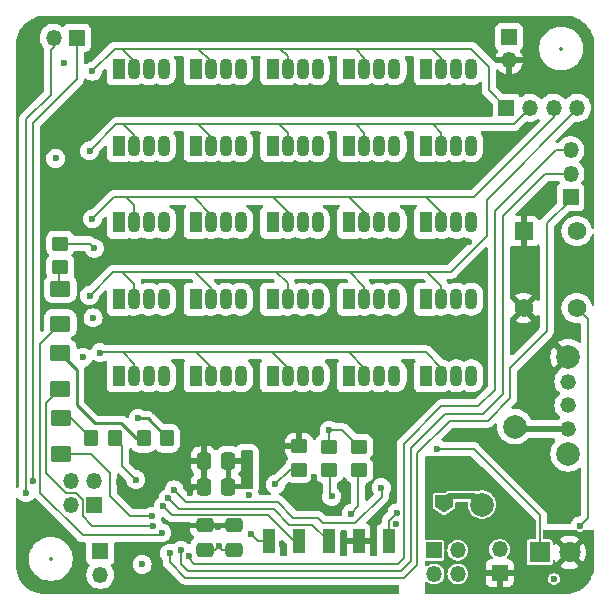
<source format=gtl>
%TF.GenerationSoftware,KiCad,Pcbnew,8.0.4*%
%TF.CreationDate,2024-08-07T18:13:09-04:00*%
%TF.ProjectId,led_2048,6c65645f-3230-4343-982e-6b696361645f,rev?*%
%TF.SameCoordinates,Original*%
%TF.FileFunction,Copper,L1,Top*%
%TF.FilePolarity,Positive*%
%FSLAX46Y46*%
G04 Gerber Fmt 4.6, Leading zero omitted, Abs format (unit mm)*
G04 Created by KiCad (PCBNEW 8.0.4) date 2024-08-07 18:13:09*
%MOMM*%
%LPD*%
G01*
G04 APERTURE LIST*
G04 Aperture macros list*
%AMRoundRect*
0 Rectangle with rounded corners*
0 $1 Rounding radius*
0 $2 $3 $4 $5 $6 $7 $8 $9 X,Y pos of 4 corners*
0 Add a 4 corners polygon primitive as box body*
4,1,4,$2,$3,$4,$5,$6,$7,$8,$9,$2,$3,0*
0 Add four circle primitives for the rounded corners*
1,1,$1+$1,$2,$3*
1,1,$1+$1,$4,$5*
1,1,$1+$1,$6,$7*
1,1,$1+$1,$8,$9*
0 Add four rect primitives between the rounded corners*
20,1,$1+$1,$2,$3,$4,$5,0*
20,1,$1+$1,$4,$5,$6,$7,0*
20,1,$1+$1,$6,$7,$8,$9,0*
20,1,$1+$1,$8,$9,$2,$3,0*%
%AMFreePoly0*
4,1,6,1.000000,0.000000,0.500000,-0.750000,-0.500000,-0.750000,-0.500000,0.750000,0.500000,0.750000,1.000000,0.000000,1.000000,0.000000,$1*%
%AMFreePoly1*
4,1,6,0.500000,-0.750000,-0.650000,-0.750000,-0.150000,0.000000,-0.650000,0.750000,0.500000,0.750000,0.500000,-0.750000,0.500000,-0.750000,$1*%
G04 Aperture macros list end*
%TA.AperFunction,ComponentPad*%
%ADD10R,1.070000X1.800000*%
%TD*%
%TA.AperFunction,ComponentPad*%
%ADD11O,1.070000X1.800000*%
%TD*%
%TA.AperFunction,SMDPad,CuDef*%
%ADD12R,1.000000X2.000000*%
%TD*%
%TA.AperFunction,SMDPad,CuDef*%
%ADD13RoundRect,0.250000X-0.450000X0.350000X-0.450000X-0.350000X0.450000X-0.350000X0.450000X0.350000X0*%
%TD*%
%TA.AperFunction,SMDPad,CuDef*%
%ADD14RoundRect,0.250000X0.475000X-0.337500X0.475000X0.337500X-0.475000X0.337500X-0.475000X-0.337500X0*%
%TD*%
%TA.AperFunction,ComponentPad*%
%ADD15C,2.006600*%
%TD*%
%TA.AperFunction,ComponentPad*%
%ADD16C,1.320800*%
%TD*%
%TA.AperFunction,ComponentPad*%
%ADD17R,1.575000X1.575000*%
%TD*%
%TA.AperFunction,ComponentPad*%
%ADD18C,1.575000*%
%TD*%
%TA.AperFunction,SMDPad,CuDef*%
%ADD19FreePoly0,270.000000*%
%TD*%
%TA.AperFunction,SMDPad,CuDef*%
%ADD20FreePoly1,270.000000*%
%TD*%
%TA.AperFunction,ComponentPad*%
%ADD21R,1.800000X1.800000*%
%TD*%
%TA.AperFunction,ComponentPad*%
%ADD22C,1.800000*%
%TD*%
%TA.AperFunction,ComponentPad*%
%ADD23C,2.000000*%
%TD*%
%TA.AperFunction,SMDPad,CuDef*%
%ADD24RoundRect,0.250001X0.624999X-0.462499X0.624999X0.462499X-0.624999X0.462499X-0.624999X-0.462499X0*%
%TD*%
%TA.AperFunction,SMDPad,CuDef*%
%ADD25RoundRect,0.250000X0.337500X0.475000X-0.337500X0.475000X-0.337500X-0.475000X0.337500X-0.475000X0*%
%TD*%
%TA.AperFunction,ComponentPad*%
%ADD26R,1.350000X1.350000*%
%TD*%
%TA.AperFunction,ComponentPad*%
%ADD27O,1.350000X1.350000*%
%TD*%
%TA.AperFunction,SMDPad,CuDef*%
%ADD28RoundRect,0.250000X0.350000X0.450000X-0.350000X0.450000X-0.350000X-0.450000X0.350000X-0.450000X0*%
%TD*%
%TA.AperFunction,ViaPad*%
%ADD29C,0.600000*%
%TD*%
%TA.AperFunction,ViaPad*%
%ADD30C,0.800000*%
%TD*%
%TA.AperFunction,Conductor*%
%ADD31C,0.200000*%
%TD*%
%TA.AperFunction,Conductor*%
%ADD32C,0.250000*%
%TD*%
%TA.AperFunction,Conductor*%
%ADD33C,0.500000*%
%TD*%
%ADD34C,0.300000*%
%ADD35C,0.350000*%
G04 APERTURE END LIST*
D10*
%TO.P,D27,1,RK*%
%TO.N,/LED Matrix/OUT9*%
X205375000Y-78010000D03*
D11*
%TO.P,D27,2,A*%
%TO.N,Multiplex 5*%
X206645000Y-78010000D03*
%TO.P,D27,3,GK*%
%TO.N,/LED Matrix/OUT10*%
X207915000Y-78010000D03*
%TO.P,D27,4,BK*%
%TO.N,/LED Matrix/OUT11*%
X209185000Y-78010000D03*
%TD*%
D12*
%TO.P,J1,1,Pin_1*%
%TO.N,VDD*%
X208700000Y-92000000D03*
%TO.P,J1,2,Pin_2*%
%TO.N,GND*%
X206160000Y-92000000D03*
%TO.P,J1,3,Pin_3*%
%TO.N,/MCU/SWCLK*%
X203620000Y-92000000D03*
%TO.P,J1,4,Pin_4*%
%TO.N,/MCU/SWDIO*%
X201080000Y-92000000D03*
%TO.P,J1,5,Pin_5*%
%TO.N,/MCU/~{RESET}*%
X198540000Y-92000000D03*
%TD*%
D13*
%TO.P,R12,1*%
%TO.N,VDD*%
X203675000Y-84000000D03*
%TO.P,R12,2*%
%TO.N,SCL*%
X203675000Y-86000000D03*
%TD*%
D14*
%TO.P,C8,1*%
%TO.N,Net-(U2-VDDA)*%
X193125000Y-92747335D03*
%TO.P,C8,2*%
%TO.N,GND*%
X193125000Y-90672335D03*
%TD*%
D10*
%TO.P,D23,1,RK*%
%TO.N,/LED Matrix/OUT12*%
X211885000Y-71510000D03*
D11*
%TO.P,D23,2,A*%
%TO.N,Multiplex 4*%
X213155000Y-71510000D03*
%TO.P,D23,3,GK*%
%TO.N,/LED Matrix/OUT13*%
X214425000Y-71510000D03*
%TO.P,D23,4,BK*%
%TO.N,/LED Matrix/OUT14*%
X215695000Y-71510000D03*
%TD*%
D10*
%TO.P,D12,1,RK*%
%TO.N,/LED Matrix/OUT9*%
X205385000Y-58510000D03*
D11*
%TO.P,D12,2,A*%
%TO.N,Multiplex 2*%
X206655000Y-58510000D03*
%TO.P,D12,3,GK*%
%TO.N,/LED Matrix/OUT10*%
X207925000Y-58510000D03*
%TO.P,D12,4,BK*%
%TO.N,/LED Matrix/OUT11*%
X209195000Y-58510000D03*
%TD*%
D10*
%TO.P,D28,1,RK*%
%TO.N,/LED Matrix/OUT12*%
X211885000Y-78010000D03*
D11*
%TO.P,D28,2,A*%
%TO.N,Multiplex 5*%
X213155000Y-78010000D03*
%TO.P,D28,3,GK*%
%TO.N,/LED Matrix/OUT13*%
X214425000Y-78010000D03*
%TO.P,D28,4,BK*%
%TO.N,/LED Matrix/OUT14*%
X215695000Y-78010000D03*
%TD*%
D15*
%TO.P,SW1,5,SH2*%
%TO.N,GND*%
X223900000Y-76400001D03*
%TO.P,SW1,4,SH1*%
X223900000Y-84599999D03*
D16*
%TO.P,SW1,3,C*%
%TO.N,unconnected-(SW1-C-Pad3)*%
X223900000Y-78499999D03*
%TO.P,SW1,2,B*%
%TO.N,Net-(BT1-+)*%
X223900000Y-80500000D03*
%TO.P,SW1,1,A*%
%TO.N,Net-(SW1-A)*%
X223900000Y-82500000D03*
%TD*%
D10*
%TO.P,D7,1,RK*%
%TO.N,/LED Matrix/OUT9*%
X205385000Y-52010000D03*
D11*
%TO.P,D7,2,A*%
%TO.N,Multiplex 1*%
X206655000Y-52010000D03*
%TO.P,D7,3,GK*%
%TO.N,/LED Matrix/OUT10*%
X207925000Y-52010000D03*
%TO.P,D7,4,BK*%
%TO.N,/LED Matrix/OUT11*%
X209195000Y-52010000D03*
%TD*%
D10*
%TO.P,D14,1,RK*%
%TO.N,/LED Matrix/OUT0*%
X185875000Y-65010000D03*
D11*
%TO.P,D14,2,A*%
%TO.N,Multiplex 3*%
X187145000Y-65010000D03*
%TO.P,D14,3,GK*%
%TO.N,/LED Matrix/OUT1*%
X188415000Y-65010000D03*
%TO.P,D14,4,BK*%
%TO.N,/LED Matrix/OUT2*%
X189685000Y-65010000D03*
%TD*%
D10*
%TO.P,D22,1,RK*%
%TO.N,/LED Matrix/OUT9*%
X205380000Y-71510000D03*
D11*
%TO.P,D22,2,A*%
%TO.N,Multiplex 4*%
X206650000Y-71510000D03*
%TO.P,D22,3,GK*%
%TO.N,/LED Matrix/OUT10*%
X207920000Y-71510000D03*
%TO.P,D22,4,BK*%
%TO.N,/LED Matrix/OUT11*%
X209190000Y-71510000D03*
%TD*%
D10*
%TO.P,D5,1,RK*%
%TO.N,/LED Matrix/OUT3*%
X192385000Y-52010000D03*
D11*
%TO.P,D5,2,A*%
%TO.N,Multiplex 1*%
X193655000Y-52010000D03*
%TO.P,D5,3,GK*%
%TO.N,/LED Matrix/OUT4*%
X194925000Y-52010000D03*
%TO.P,D5,4,BK*%
%TO.N,/LED Matrix/OUT5*%
X196195000Y-52010000D03*
%TD*%
D10*
%TO.P,D13,1,RK*%
%TO.N,/LED Matrix/OUT12*%
X211885000Y-58510000D03*
D11*
%TO.P,D13,2,A*%
%TO.N,Multiplex 2*%
X213155000Y-58510000D03*
%TO.P,D13,3,GK*%
%TO.N,/LED Matrix/OUT13*%
X214425000Y-58510000D03*
%TO.P,D13,4,BK*%
%TO.N,/LED Matrix/OUT14*%
X215695000Y-58510000D03*
%TD*%
D17*
%TO.P,SW2,1,1*%
%TO.N,GND*%
X220125000Y-65750000D03*
D18*
%TO.P,SW2,2,2*%
X220125000Y-72250000D03*
%TO.P,SW2,3,K*%
%TO.N,/MCU/~{RESET}*%
X224625000Y-65750000D03*
%TO.P,SW2,4,A*%
X224625000Y-72250000D03*
%TD*%
D19*
%TO.P,JP1,1,A*%
%TO.N,Net-(JP1-A)*%
X213390000Y-88625000D03*
D20*
%TO.P,JP1,2,B*%
%TO.N,VDD*%
X213390000Y-90075000D03*
%TD*%
D10*
%TO.P,D10,1,RK*%
%TO.N,/LED Matrix/OUT3*%
X192385000Y-58510000D03*
D11*
%TO.P,D10,2,A*%
%TO.N,Multiplex 2*%
X193655000Y-58510000D03*
%TO.P,D10,3,GK*%
%TO.N,/LED Matrix/OUT4*%
X194925000Y-58510000D03*
%TO.P,D10,4,BK*%
%TO.N,/LED Matrix/OUT5*%
X196195000Y-58510000D03*
%TD*%
D10*
%TO.P,D8,1,RK*%
%TO.N,/LED Matrix/OUT12*%
X211885000Y-52010000D03*
D11*
%TO.P,D8,2,A*%
%TO.N,Multiplex 1*%
X213155000Y-52010000D03*
%TO.P,D8,3,GK*%
%TO.N,/LED Matrix/OUT13*%
X214425000Y-52010000D03*
%TO.P,D8,4,BK*%
%TO.N,/LED Matrix/OUT14*%
X215695000Y-52010000D03*
%TD*%
D10*
%TO.P,D4,1,RK*%
%TO.N,/LED Matrix/OUT0*%
X185875000Y-52010000D03*
D11*
%TO.P,D4,2,A*%
%TO.N,Multiplex 1*%
X187145000Y-52010000D03*
%TO.P,D4,3,GK*%
%TO.N,/LED Matrix/OUT1*%
X188415000Y-52010000D03*
%TO.P,D4,4,BK*%
%TO.N,/LED Matrix/OUT2*%
X189685000Y-52010000D03*
%TD*%
D10*
%TO.P,D26,1,RK*%
%TO.N,/LED Matrix/OUT6*%
X198875000Y-78010000D03*
D11*
%TO.P,D26,2,A*%
%TO.N,Multiplex 5*%
X200145000Y-78010000D03*
%TO.P,D26,3,GK*%
%TO.N,/LED Matrix/OUT7*%
X201415000Y-78010000D03*
%TO.P,D26,4,BK*%
%TO.N,/LED Matrix/OUT8*%
X202685000Y-78010000D03*
%TD*%
D10*
%TO.P,D6,1,RK*%
%TO.N,/LED Matrix/OUT6*%
X198885000Y-52010000D03*
D11*
%TO.P,D6,2,A*%
%TO.N,Multiplex 1*%
X200155000Y-52010000D03*
%TO.P,D6,3,GK*%
%TO.N,/LED Matrix/OUT7*%
X201425000Y-52010000D03*
%TO.P,D6,4,BK*%
%TO.N,/LED Matrix/OUT8*%
X202695000Y-52010000D03*
%TD*%
D21*
%TO.P,D29,1,K*%
%TO.N,/LED Matrix/OUT15*%
X221475000Y-92959835D03*
D22*
%TO.P,D29,2,A*%
%TO.N,VDD*%
X224015000Y-92959835D03*
%TD*%
D23*
%TO.P,TP2,1,1*%
%TO.N,Net-(JP1-A)*%
X216600000Y-88900000D03*
%TD*%
D24*
%TO.P,D2,1,K*%
%TO.N,/MCU/Blue LED*%
X180900000Y-79087500D03*
%TO.P,D2,2,A*%
%TO.N,Net-(D2-A)*%
X180900000Y-76112500D03*
%TD*%
D10*
%TO.P,D25,1,RK*%
%TO.N,/LED Matrix/OUT3*%
X192375000Y-78010000D03*
D11*
%TO.P,D25,2,A*%
%TO.N,Multiplex 5*%
X193645000Y-78010000D03*
%TO.P,D25,3,GK*%
%TO.N,/LED Matrix/OUT4*%
X194915000Y-78010000D03*
%TO.P,D25,4,BK*%
%TO.N,/LED Matrix/OUT5*%
X196185000Y-78010000D03*
%TD*%
D25*
%TO.P,C6,1*%
%TO.N,VDD*%
X195137500Y-87400000D03*
%TO.P,C6,2*%
%TO.N,GND*%
X193062500Y-87400000D03*
%TD*%
D14*
%TO.P,C7,1*%
%TO.N,Net-(U2-VDDA)*%
X195625000Y-92747335D03*
%TO.P,C7,2*%
%TO.N,GND*%
X195625000Y-90672335D03*
%TD*%
D10*
%TO.P,D20,1,RK*%
%TO.N,/LED Matrix/OUT3*%
X192375000Y-71510000D03*
D11*
%TO.P,D20,2,A*%
%TO.N,Multiplex 4*%
X193645000Y-71510000D03*
%TO.P,D20,3,GK*%
%TO.N,/LED Matrix/OUT4*%
X194915000Y-71510000D03*
%TO.P,D20,4,BK*%
%TO.N,/LED Matrix/OUT5*%
X196185000Y-71510000D03*
%TD*%
D26*
%TO.P,J12,1,Pin_1*%
%TO.N,/MCU/Score data*%
X224100000Y-62900000D03*
D27*
%TO.P,J12,2,Pin_2*%
%TO.N,/MCU/Score latch*%
X224100000Y-60900000D03*
%TO.P,J12,3,Pin_3*%
%TO.N,/MCU/Score clk*%
X224100000Y-58900000D03*
%TD*%
D13*
%TO.P,R1,1*%
%TO.N,VDD*%
X180900000Y-66800000D03*
%TO.P,R1,2*%
%TO.N,Net-(D1-A)*%
X180900000Y-68800000D03*
%TD*%
D25*
%TO.P,C3,1*%
%TO.N,VDD*%
X195137500Y-85200000D03*
%TO.P,C3,2*%
%TO.N,GND*%
X193062500Y-85200000D03*
%TD*%
D26*
%TO.P,J4,1,Pin_1*%
%TO.N,/MCU/Misc GPIO 1*%
X182325000Y-49375000D03*
D27*
%TO.P,J4,2,Pin_2*%
%TO.N,/MCU/Misc GPIO 2*%
X180325000Y-49375000D03*
%TD*%
D13*
%TO.P,R14,1*%
%TO.N,GND*%
X201125000Y-83959835D03*
%TO.P,R14,2*%
%TO.N,Net-(U3-REXT)*%
X201125000Y-85959835D03*
%TD*%
%TO.P,R13,2*%
%TO.N,SDA*%
X206200000Y-86000000D03*
%TO.P,R13,1*%
%TO.N,VDD*%
X206200000Y-84000000D03*
%TD*%
D10*
%TO.P,D11,1,RK*%
%TO.N,/LED Matrix/OUT6*%
X198885000Y-58510000D03*
D11*
%TO.P,D11,2,A*%
%TO.N,Multiplex 2*%
X200155000Y-58510000D03*
%TO.P,D11,3,GK*%
%TO.N,/LED Matrix/OUT7*%
X201425000Y-58510000D03*
%TO.P,D11,4,BK*%
%TO.N,/LED Matrix/OUT8*%
X202695000Y-58510000D03*
%TD*%
D10*
%TO.P,D15,1,RK*%
%TO.N,/LED Matrix/OUT3*%
X192375000Y-65010000D03*
D11*
%TO.P,D15,2,A*%
%TO.N,Multiplex 3*%
X193645000Y-65010000D03*
%TO.P,D15,3,GK*%
%TO.N,/LED Matrix/OUT4*%
X194915000Y-65010000D03*
%TO.P,D15,4,BK*%
%TO.N,/LED Matrix/OUT5*%
X196185000Y-65010000D03*
%TD*%
D10*
%TO.P,D19,1,RK*%
%TO.N,/LED Matrix/OUT0*%
X185875000Y-71510000D03*
D11*
%TO.P,D19,2,A*%
%TO.N,Multiplex 4*%
X187145000Y-71510000D03*
%TO.P,D19,3,GK*%
%TO.N,/LED Matrix/OUT1*%
X188415000Y-71510000D03*
%TO.P,D19,4,BK*%
%TO.N,/LED Matrix/OUT2*%
X189685000Y-71510000D03*
%TD*%
D10*
%TO.P,D16,1,RK*%
%TO.N,/LED Matrix/OUT6*%
X198875000Y-65010000D03*
D11*
%TO.P,D16,2,A*%
%TO.N,Multiplex 3*%
X200145000Y-65010000D03*
%TO.P,D16,3,GK*%
%TO.N,/LED Matrix/OUT7*%
X201415000Y-65010000D03*
%TO.P,D16,4,BK*%
%TO.N,/LED Matrix/OUT8*%
X202685000Y-65010000D03*
%TD*%
D10*
%TO.P,D17,1,RK*%
%TO.N,/LED Matrix/OUT9*%
X205375000Y-65010000D03*
D11*
%TO.P,D17,2,A*%
%TO.N,Multiplex 3*%
X206645000Y-65010000D03*
%TO.P,D17,3,GK*%
%TO.N,/LED Matrix/OUT10*%
X207915000Y-65010000D03*
%TO.P,D17,4,BK*%
%TO.N,/LED Matrix/OUT11*%
X209185000Y-65010000D03*
%TD*%
D10*
%TO.P,D24,1,RK*%
%TO.N,/LED Matrix/OUT0*%
X185875000Y-78010000D03*
D11*
%TO.P,D24,2,A*%
%TO.N,Multiplex 5*%
X187145000Y-78010000D03*
%TO.P,D24,3,GK*%
%TO.N,/LED Matrix/OUT1*%
X188415000Y-78010000D03*
%TO.P,D24,4,BK*%
%TO.N,/LED Matrix/OUT2*%
X189685000Y-78010000D03*
%TD*%
D10*
%TO.P,D18,1,RK*%
%TO.N,/LED Matrix/OUT12*%
X211885000Y-65010000D03*
D11*
%TO.P,D18,2,A*%
%TO.N,Multiplex 3*%
X213155000Y-65010000D03*
%TO.P,D18,3,GK*%
%TO.N,/LED Matrix/OUT13*%
X214425000Y-65010000D03*
%TO.P,D18,4,BK*%
%TO.N,/LED Matrix/OUT14*%
X215695000Y-65010000D03*
%TD*%
D23*
%TO.P,TP1,1,1*%
%TO.N,Net-(SW1-A)*%
X219375000Y-82300000D03*
%TD*%
D28*
%TO.P,R2,1*%
%TO.N,VDD*%
X189950000Y-83300000D03*
%TO.P,R2,2*%
%TO.N,Net-(D2-A)*%
X187950000Y-83300000D03*
%TD*%
D24*
%TO.P,D1,1,K*%
%TO.N,/MCU/Green LED*%
X180900000Y-73587500D03*
%TO.P,D1,2,A*%
%TO.N,Net-(D1-A)*%
X180900000Y-70612500D03*
%TD*%
D10*
%TO.P,D21,1,RK*%
%TO.N,/LED Matrix/OUT6*%
X198875000Y-71510000D03*
D11*
%TO.P,D21,2,A*%
%TO.N,Multiplex 4*%
X200145000Y-71510000D03*
%TO.P,D21,3,GK*%
%TO.N,/LED Matrix/OUT7*%
X201415000Y-71510000D03*
%TO.P,D21,4,BK*%
%TO.N,/LED Matrix/OUT8*%
X202685000Y-71510000D03*
%TD*%
D28*
%TO.P,R3,1*%
%TO.N,VDD*%
X185500000Y-83300000D03*
%TO.P,R3,2*%
%TO.N,Net-(D3-A)*%
X183500000Y-83300000D03*
%TD*%
D24*
%TO.P,D3,1,K*%
%TO.N,/MCU/Red LED*%
X181000000Y-84587500D03*
%TO.P,D3,2,A*%
%TO.N,Net-(D3-A)*%
X181000000Y-81612500D03*
%TD*%
D10*
%TO.P,D9,1,RK*%
%TO.N,/LED Matrix/OUT0*%
X185875000Y-58510000D03*
D11*
%TO.P,D9,2,A*%
%TO.N,Multiplex 2*%
X187145000Y-58510000D03*
%TO.P,D9,3,GK*%
%TO.N,/LED Matrix/OUT1*%
X188415000Y-58510000D03*
%TO.P,D9,4,BK*%
%TO.N,/LED Matrix/OUT2*%
X189685000Y-58510000D03*
%TD*%
D26*
%TO.P,J7,1*%
%TO.N,Multiplex 1*%
X218675000Y-55300000D03*
D27*
%TO.P,J7,2*%
%TO.N,Multiplex 2*%
X220675000Y-55300000D03*
%TO.P,J7,3*%
%TO.N,Multiplex 3*%
X222675000Y-55300000D03*
%TO.P,J7,4*%
%TO.N,Multiplex 4*%
X224675000Y-55300000D03*
%TD*%
D26*
%TO.P,J5,1,Pin_1*%
%TO.N,/MCU/Misc GPIO 3*%
X184290000Y-92870000D03*
D27*
%TO.P,J5,2,Pin_2*%
%TO.N,/MCU/Misc GPIO 4*%
X184290000Y-94870000D03*
%TD*%
D26*
%TO.P,J2,1,Pin_1*%
%TO.N,/MCU/Button 1*%
X183780801Y-88935721D03*
D27*
%TO.P,J2,2,Pin_2*%
%TO.N,/MCU/Button 2*%
X181780801Y-88935721D03*
%TO.P,J2,3,Pin_3*%
%TO.N,/MCU/Button 3*%
X183780801Y-86935721D03*
%TO.P,J2,4,Pin_4*%
%TO.N,/MCU/Button 4*%
X181780801Y-86935721D03*
%TD*%
D26*
%TO.P,REF\u002A\u002A,1*%
%TO.N,VDD*%
X218100000Y-94700000D03*
D27*
%TO.P,REF\u002A\u002A,2*%
%TO.N,GND*%
X218100000Y-92700000D03*
%TD*%
D26*
%TO.P,REF\u002A\u002A,1*%
%TO.N,VDD*%
X218900000Y-49300000D03*
D27*
%TO.P,REF\u002A\u002A,2*%
%TO.N,GND*%
X218900000Y-51300000D03*
%TD*%
D26*
%TO.P,J3,1,Pin_1*%
%TO.N,/MCU/Button 5*%
X212550000Y-92775000D03*
D27*
%TO.P,J3,2,Pin_2*%
%TO.N,/MCU/Button 6*%
X214550000Y-92775000D03*
%TO.P,J3,3,Pin_3*%
%TO.N,/MCU/Button 7*%
X212550000Y-94775000D03*
%TO.P,J3,4,Pin_4*%
%TO.N,/MCU/Button 8*%
X214550000Y-94775000D03*
%TD*%
D29*
%TO.N,GND*%
X207600000Y-90200000D03*
D30*
X217800000Y-84300000D03*
D29*
%TO.N,/MCU/~{RESET}*%
X224900000Y-90700000D03*
%TO.N,GND*%
X202400000Y-86600000D03*
X202600000Y-80000000D03*
%TO.N,VDD*%
X196500000Y-86800000D03*
%TO.N,GND*%
X185150000Y-80700000D03*
X202200000Y-60300000D03*
X196000000Y-66800000D03*
X206200000Y-73400000D03*
X212900000Y-60200000D03*
X199473565Y-83109873D03*
X209200000Y-73300000D03*
X187845000Y-95570000D03*
X178200000Y-54600000D03*
X210700000Y-48600000D03*
X209100000Y-53800000D03*
X191900000Y-87933235D03*
X220300000Y-69300000D03*
X212400000Y-53700000D03*
X202600000Y-53700000D03*
X220300000Y-74200000D03*
X199700000Y-53600000D03*
X189600000Y-73300000D03*
X209100000Y-66900000D03*
X202425000Y-88359835D03*
X221700000Y-63200000D03*
X186700000Y-73200000D03*
X199800000Y-73400000D03*
X192600000Y-83800000D03*
X207925000Y-86350191D03*
X202500000Y-73300000D03*
X197600000Y-48500000D03*
X193100000Y-73400000D03*
X215700000Y-73300000D03*
X189600000Y-66800000D03*
X189800000Y-53900000D03*
X186700000Y-66800000D03*
X193200000Y-66800000D03*
X186200000Y-53800000D03*
X206200000Y-53600000D03*
X185900000Y-87000000D03*
X192300000Y-60300000D03*
X199700000Y-60300000D03*
X202500000Y-66700000D03*
X207925000Y-83159835D03*
X212700000Y-66800000D03*
X223400000Y-68900000D03*
X206100000Y-66800000D03*
X215500000Y-66700000D03*
X196200000Y-73200000D03*
X207375000Y-92000000D03*
X206000000Y-60300000D03*
X193300000Y-53700000D03*
X196300000Y-53800000D03*
X222700000Y-95200000D03*
X209331049Y-90517480D03*
X186400000Y-60300000D03*
X189600000Y-60300000D03*
X199800000Y-66800000D03*
X196100000Y-60200000D03*
X194250000Y-90834835D03*
X199646473Y-92220000D03*
X212700000Y-73300000D03*
X209000000Y-60400000D03*
X215600000Y-60200000D03*
X215600000Y-53600000D03*
X220700000Y-53200000D03*
%TO.N,VDD*%
X187300000Y-86800000D03*
X209400000Y-89600000D03*
X182825000Y-76450000D03*
X183775000Y-67200000D03*
X183675000Y-73100000D03*
X196900000Y-88100000D03*
X181200000Y-51500000D03*
X187825000Y-93970000D03*
X187500000Y-81600000D03*
X180500000Y-59600000D03*
%TO.N,Net-(U2-VDDA)*%
X194323303Y-92448892D03*
%TO.N,/MCU/~{RESET}*%
X197067574Y-91389056D03*
%TO.N,Multiplex 1*%
X183625000Y-52209835D03*
%TO.N,Multiplex 2*%
X183375000Y-58959835D03*
%TO.N,Multiplex 3*%
X183625000Y-64709835D03*
%TO.N,Multiplex 4*%
X183375000Y-71209835D03*
%TO.N,Multiplex 5*%
X184275000Y-76050000D03*
%TO.N,/LED Matrix/OUT15*%
X212825000Y-84200000D03*
%TO.N,/MCU/SWDIO*%
X189625000Y-89059835D03*
%TO.N,/MCU/SWCLK*%
X190025000Y-88359835D03*
%TO.N,Net-(U3-REXT)*%
X199100000Y-87200000D03*
%TO.N,SDA*%
X205525000Y-89659835D03*
%TO.N,SCL*%
X203875000Y-88209835D03*
%TO.N,TLC Reset*%
X190545000Y-87660000D03*
X208085000Y-87460000D03*
%TO.N,/MCU/Red LED*%
X188661863Y-89908038D03*
%TO.N,/MCU/Blue LED*%
X188775000Y-90700000D03*
%TO.N,/MCU/Green LED*%
X189475000Y-91300000D03*
%TO.N,/MCU/Misc GPIO 2*%
X178000000Y-87900000D03*
%TO.N,/MCU/Misc GPIO 1*%
X178600000Y-86900000D03*
%TO.N,/MCU/Score latch*%
X191137500Y-92762500D03*
%TO.N,/MCU/Score clk*%
X191762500Y-93300000D03*
%TO.N,/MCU/Score data*%
X190163411Y-93036589D03*
%TO.N,VDD*%
X203675000Y-82600000D03*
%TD*%
D31*
%TO.N,/MCU/Score latch*%
X221975000Y-60900000D02*
X224100000Y-60900000D01*
X218400000Y-64475000D02*
X221975000Y-60900000D01*
X213475000Y-81200000D02*
X216700000Y-81200000D01*
X191700000Y-94500000D02*
X209768198Y-94500000D01*
X210575000Y-93693198D02*
X210575000Y-84100000D01*
X218400000Y-79500000D02*
X218400000Y-64475000D01*
X209768198Y-94500000D02*
X210575000Y-93693198D01*
X210575000Y-84100000D02*
X213475000Y-81200000D01*
X191137500Y-93937500D02*
X191700000Y-94500000D01*
X216700000Y-81200000D02*
X218400000Y-79500000D01*
X191137500Y-92762500D02*
X191137500Y-93937500D01*
%TO.N,/MCU/Score clk*%
X222875000Y-58900000D02*
X224100000Y-58900000D01*
X217700000Y-64075000D02*
X222875000Y-58900000D01*
X217700000Y-79200000D02*
X217700000Y-64075000D01*
X210000000Y-83775000D02*
X213175000Y-80600000D01*
X213175000Y-80600000D02*
X216300000Y-80600000D01*
X216300000Y-80600000D02*
X217700000Y-79200000D01*
X209487500Y-93900000D02*
X210000000Y-93387500D01*
X191762500Y-93462500D02*
X192200000Y-93900000D01*
X191762500Y-93300000D02*
X191762500Y-93462500D01*
X192200000Y-93900000D02*
X209487500Y-93900000D01*
X210000000Y-93387500D02*
X210000000Y-83775000D01*
%TO.N,VDD*%
X209400000Y-89600000D02*
X208700000Y-90300000D01*
X208700000Y-90300000D02*
X208700000Y-92000000D01*
D32*
%TO.N,Net-(D2-A)*%
X182300000Y-77512500D02*
X180900000Y-76112500D01*
X183800000Y-82000000D02*
X182300000Y-80500000D01*
X182300000Y-80500000D02*
X182300000Y-77512500D01*
X186050000Y-82000000D02*
X183800000Y-82000000D01*
X187300000Y-83250000D02*
X186050000Y-82000000D01*
X187950000Y-83250000D02*
X187300000Y-83250000D01*
D33*
%TO.N,Net-(SW1-A)*%
X219575000Y-82500000D02*
X223900000Y-82500000D01*
D31*
%TO.N,Multiplex 4*%
X217000000Y-63100000D02*
X224675000Y-55425000D01*
X217000000Y-66175000D02*
X217000000Y-63100000D01*
X213975000Y-69200000D02*
X217000000Y-66175000D01*
X210950000Y-69200000D02*
X213975000Y-69200000D01*
%TO.N,/MCU/~{RESET}*%
X225600000Y-73225000D02*
X224625000Y-72250000D01*
X225600000Y-90000000D02*
X225600000Y-73225000D01*
X224900000Y-90700000D02*
X225600000Y-90000000D01*
%TO.N,GND*%
X192433235Y-87400000D02*
X193062500Y-87400000D01*
X191900000Y-87933235D02*
X192433235Y-87400000D01*
%TO.N,TLC Reset*%
X208100000Y-88235000D02*
X208100000Y-87475000D01*
X205875000Y-90460000D02*
X208100000Y-88235000D01*
X203125000Y-90460000D02*
X205875000Y-90460000D01*
X202695000Y-90030000D02*
X203125000Y-90460000D01*
X200630000Y-90030000D02*
X202695000Y-90030000D01*
X208100000Y-87475000D02*
X208085000Y-87460000D01*
X191585000Y-88700000D02*
X199300000Y-88700000D01*
X199300000Y-88700000D02*
X200630000Y-90030000D01*
X190545000Y-87660000D02*
X191585000Y-88700000D01*
%TO.N,/MCU/SWCLK*%
X198959835Y-89259835D02*
X200300000Y-90600000D01*
X200300000Y-90600000D02*
X202220000Y-90600000D01*
X190925000Y-89259835D02*
X198959835Y-89259835D01*
X190025000Y-88359835D02*
X190925000Y-89259835D01*
X202220000Y-90600000D02*
X203620000Y-92000000D01*
%TO.N,/MCU/~{RESET}*%
X198540000Y-92000000D02*
X197678518Y-92000000D01*
%TO.N,/MCU/SWDIO*%
X198459835Y-89759835D02*
X200700000Y-92000000D01*
X190325000Y-89759835D02*
X198459835Y-89759835D01*
%TO.N,/MCU/~{RESET}*%
X197678518Y-92000000D02*
X197067574Y-91389056D01*
%TO.N,/MCU/SWDIO*%
X189625000Y-89059835D02*
X190325000Y-89759835D01*
%TO.N,GND*%
X206160000Y-92000000D02*
X207375000Y-92000000D01*
D33*
%TO.N,Net-(JP1-A)*%
X213815000Y-88200000D02*
X213390000Y-88625000D01*
X215900000Y-88200000D02*
X213815000Y-88200000D01*
X216600000Y-88900000D02*
X215900000Y-88200000D01*
D31*
%TO.N,GND*%
X194250000Y-90834835D02*
X193287500Y-90834835D01*
X194250000Y-90834835D02*
X194412500Y-90672335D01*
X194412500Y-90672335D02*
X195625000Y-90672335D01*
%TO.N,VDD*%
X180900000Y-66800000D02*
X183375000Y-66800000D01*
X183375000Y-66800000D02*
X183775000Y-67200000D01*
D32*
X188300000Y-81600000D02*
X187500000Y-81600000D01*
X189950000Y-83250000D02*
X188300000Y-81600000D01*
D31*
X186150000Y-85650000D02*
X186150000Y-83950000D01*
X187300000Y-86800000D02*
X186150000Y-85650000D01*
X186150000Y-83950000D02*
X185500000Y-83300000D01*
%TO.N,Net-(U2-VDDA)*%
X194621746Y-92747335D02*
X194323303Y-92448892D01*
X195625000Y-92747335D02*
X194621746Y-92747335D01*
X193125000Y-92747335D02*
X194024860Y-92747335D01*
X194024860Y-92747335D02*
X194323303Y-92448892D01*
%TO.N,Multiplex 1*%
X186100000Y-50300000D02*
X185800000Y-50300000D01*
X188490000Y-50300000D02*
X185625000Y-50300000D01*
X188490000Y-50300000D02*
X195375000Y-50300000D01*
X193655000Y-51355000D02*
X192600000Y-50300000D01*
X213155000Y-51055000D02*
X212400000Y-50300000D01*
X185534835Y-50300000D02*
X185625000Y-50300000D01*
X201475000Y-50300000D02*
X208275000Y-50300000D01*
X217200000Y-51835000D02*
X217200000Y-53825000D01*
X185625000Y-50300000D02*
X185550000Y-50300000D01*
X200155000Y-52010000D02*
X200155000Y-50955000D01*
X206655000Y-51055000D02*
X205900000Y-50300000D01*
X183625000Y-52209835D02*
X185534835Y-50300000D01*
X195375000Y-50300000D02*
X201475000Y-50300000D01*
X206655000Y-52010000D02*
X206655000Y-51055000D01*
X187145000Y-51345000D02*
X186100000Y-50300000D01*
X200155000Y-50955000D02*
X199500000Y-50300000D01*
X217200000Y-53825000D02*
X218675000Y-55300000D01*
X213155000Y-52010000D02*
X213155000Y-51055000D01*
X208275000Y-50300000D02*
X215665000Y-50300000D01*
X215665000Y-50300000D02*
X217200000Y-51835000D01*
%TO.N,Multiplex 2*%
X196075000Y-56700000D02*
X199050000Y-56700000D01*
X187145000Y-58510000D02*
X187145000Y-57645000D01*
X187145000Y-57645000D02*
X186200000Y-56700000D01*
X216275000Y-56700000D02*
X219275000Y-56700000D01*
X200155000Y-57410000D02*
X199445000Y-56700000D01*
X200155000Y-58510000D02*
X200155000Y-57410000D01*
X219275000Y-56700000D02*
X220675000Y-55300000D01*
X206655000Y-58510000D02*
X206655000Y-57410000D01*
X203175000Y-56700000D02*
X205125000Y-56700000D01*
X205945000Y-56700000D02*
X205125000Y-56700000D01*
X212445000Y-56700000D02*
X211700000Y-56700000D01*
X206655000Y-57410000D02*
X205945000Y-56700000D01*
X193655000Y-57805000D02*
X192550000Y-56700000D01*
X213155000Y-58510000D02*
X213155000Y-57410000D01*
X192550000Y-56700000D02*
X196075000Y-56700000D01*
X199445000Y-56700000D02*
X199050000Y-56700000D01*
X186200000Y-56700000D02*
X185700000Y-56700000D01*
X213155000Y-57410000D02*
X212445000Y-56700000D01*
X183375000Y-58959835D02*
X183390165Y-58959835D01*
X209975000Y-56700000D02*
X211700000Y-56700000D01*
X183390165Y-58959835D02*
X185650000Y-56700000D01*
X185650000Y-56700000D02*
X192550000Y-56700000D01*
X199050000Y-56700000D02*
X203175000Y-56700000D01*
X211700000Y-56700000D02*
X216275000Y-56700000D01*
X205125000Y-56700000D02*
X209975000Y-56700000D01*
%TO.N,Multiplex 3*%
X211880000Y-62900000D02*
X211410000Y-62900000D01*
X206645000Y-64175000D02*
X205370000Y-62900000D01*
X192190000Y-62900000D02*
X191900000Y-62900000D01*
X200145000Y-64135000D02*
X198910000Y-62900000D01*
X185950000Y-62900000D02*
X185434835Y-62900000D01*
X193645000Y-64355000D02*
X192190000Y-62900000D01*
X186500000Y-62900000D02*
X185950000Y-62900000D01*
X200145000Y-65010000D02*
X200145000Y-64135000D01*
X198910000Y-62900000D02*
X198400000Y-62900000D01*
X202475000Y-62900000D02*
X210575000Y-62900000D01*
X188890000Y-62900000D02*
X196375000Y-62900000D01*
X215900000Y-62900000D02*
X222675000Y-56125000D01*
X210575000Y-62900000D02*
X215900000Y-62900000D01*
X205370000Y-62900000D02*
X204810868Y-62900000D01*
X213155000Y-64175000D02*
X211880000Y-62900000D01*
X187145000Y-65010000D02*
X187145000Y-63545000D01*
X185434835Y-62900000D02*
X183625000Y-64709835D01*
X213155000Y-65010000D02*
X213155000Y-64175000D01*
X196375000Y-62900000D02*
X202475000Y-62900000D01*
X222675000Y-56125000D02*
X222675000Y-55300000D01*
X188890000Y-62900000D02*
X186500000Y-62900000D01*
X206645000Y-65010000D02*
X206645000Y-64175000D01*
X187145000Y-63545000D02*
X186500000Y-62900000D01*
%TO.N,Multiplex 4*%
X196275000Y-69200000D02*
X199175000Y-69200000D01*
X193645000Y-71510000D02*
X193645000Y-70570000D01*
X206650000Y-70450000D02*
X205400000Y-69200000D01*
X199175000Y-69200000D02*
X201975000Y-69200000D01*
X211945000Y-69200000D02*
X210950000Y-69200000D01*
X200145000Y-70170000D02*
X199175000Y-69200000D01*
X201975000Y-69200000D02*
X205400000Y-69200000D01*
X206650000Y-71510000D02*
X206650000Y-70450000D01*
X189090000Y-69200000D02*
X192275000Y-69200000D01*
X213155000Y-71510000D02*
X213155000Y-70410000D01*
X187145000Y-71510000D02*
X187145000Y-70195000D01*
X185384835Y-69200000D02*
X186150000Y-69200000D01*
X208875000Y-69200000D02*
X210950000Y-69200000D01*
X192275000Y-69200000D02*
X196275000Y-69200000D01*
X187145000Y-70195000D02*
X186150000Y-69200000D01*
X213155000Y-70410000D02*
X211945000Y-69200000D01*
X183375000Y-71209835D02*
X185384835Y-69200000D01*
X200145000Y-71510000D02*
X200145000Y-70170000D01*
X205400000Y-69200000D02*
X208875000Y-69200000D01*
X189090000Y-69200000D02*
X186150000Y-69200000D01*
X193645000Y-70570000D02*
X192275000Y-69200000D01*
%TO.N,Multiplex 5*%
X198830000Y-76000000D02*
X198410868Y-76000000D01*
X188879132Y-76000000D02*
X196475000Y-76000000D01*
X200145000Y-77315000D02*
X198830000Y-76000000D01*
X196475000Y-76000000D02*
X203175000Y-76000000D01*
X188879132Y-76000000D02*
X186175000Y-76000000D01*
X184325000Y-76000000D02*
X186175000Y-76000000D01*
X213155000Y-77315000D02*
X211840000Y-76000000D01*
X184275000Y-76050000D02*
X184325000Y-76000000D01*
X206645000Y-77335000D02*
X205310000Y-76000000D01*
X187145000Y-78010000D02*
X187145000Y-76970000D01*
X192410000Y-76000000D02*
X192000000Y-76000000D01*
X187145000Y-76970000D02*
X186175000Y-76000000D01*
X211840000Y-76000000D02*
X203175000Y-76000000D01*
X193645000Y-77235000D02*
X192410000Y-76000000D01*
X205310000Y-76000000D02*
X205000000Y-76000000D01*
%TO.N,Net-(U3-REXT)*%
X199100000Y-87200000D02*
X200340165Y-85959835D01*
X200340165Y-85959835D02*
X201125000Y-85959835D01*
%TO.N,SDA*%
X205525000Y-89659835D02*
X206125000Y-89059835D01*
X206125000Y-89059835D02*
X206125000Y-85959835D01*
%TO.N,SCL*%
X203725000Y-85959835D02*
X203725000Y-88059835D01*
X203725000Y-88059835D02*
X203875000Y-88209835D01*
%TO.N,Net-(D1-A)*%
X180800000Y-68900000D02*
X180800000Y-70512500D01*
%TO.N,Net-(D3-A)*%
X181000000Y-81612500D02*
X181812500Y-81612500D01*
X181812500Y-81612500D02*
X183500000Y-83300000D01*
%TO.N,/MCU/Blue LED*%
X182805801Y-88505801D02*
X182805801Y-89910721D01*
X179700000Y-80287500D02*
X179700000Y-86233779D01*
X182210721Y-87910721D02*
X182805801Y-88505801D01*
X182805801Y-89910721D02*
X183595080Y-90700000D01*
X179700000Y-86233779D02*
X181376942Y-87910721D01*
X181376942Y-87910721D02*
X182210721Y-87910721D01*
X183595080Y-90700000D02*
X188775000Y-90700000D01*
X180900000Y-79087500D02*
X179700000Y-80287500D01*
%TO.N,/MCU/Green LED*%
X179200000Y-75287500D02*
X179200000Y-87900000D01*
X189275000Y-91500000D02*
X189475000Y-91300000D01*
X180900000Y-73587500D02*
X179200000Y-75287500D01*
X179200000Y-87900000D02*
X182800000Y-91500000D01*
X182800000Y-91500000D02*
X189275000Y-91500000D01*
%TO.N,/MCU/Misc GPIO 2*%
X178000000Y-87900000D02*
X178000000Y-56300000D01*
X180325000Y-50175000D02*
X180325000Y-49350000D01*
X178000000Y-56300000D02*
X180100000Y-54200000D01*
X180100000Y-50400000D02*
X180325000Y-50175000D01*
X180100000Y-54200000D02*
X180100000Y-50400000D01*
%TO.N,/MCU/Misc GPIO 1*%
X178600000Y-56600000D02*
X182300000Y-52900000D01*
X182300000Y-52900000D02*
X182300000Y-49375000D01*
X178600000Y-86900000D02*
X178600000Y-56600000D01*
%TO.N,/LED Matrix/OUT15*%
X221475000Y-89775000D02*
X221475000Y-92959835D01*
X215900000Y-84200000D02*
X221475000Y-89775000D01*
X212825000Y-84200000D02*
X215900000Y-84200000D01*
%TO.N,VDD*%
X203675000Y-84000000D02*
X203675000Y-82600000D01*
X206187500Y-84000000D02*
X204787500Y-82600000D01*
X204787500Y-82600000D02*
X203675000Y-82600000D01*
%TO.N,/MCU/Red LED*%
X186808038Y-89908038D02*
X188661863Y-89908038D01*
X185100000Y-88200000D02*
X186808038Y-89908038D01*
X183487500Y-84587500D02*
X185100000Y-86200000D01*
X181000000Y-84587500D02*
X183487500Y-84587500D01*
X185100000Y-86200000D02*
X185100000Y-88200000D01*
%TO.N,/MCU/Score data*%
X222075000Y-65100000D02*
X224100000Y-63075000D01*
X222075000Y-74225000D02*
X222075000Y-65100000D01*
X219000000Y-77300000D02*
X222075000Y-74225000D01*
X219000000Y-79875000D02*
X219000000Y-77300000D01*
X213875000Y-81800000D02*
X217075000Y-81800000D01*
X217075000Y-81800000D02*
X219000000Y-79875000D01*
X211100000Y-84575000D02*
X213875000Y-81800000D01*
X211100000Y-93987500D02*
X211100000Y-84575000D01*
X209987500Y-95100000D02*
X211100000Y-93987500D01*
X190163411Y-93763411D02*
X191500000Y-95100000D01*
X191500000Y-95100000D02*
X209987500Y-95100000D01*
X190163411Y-93036589D02*
X190163411Y-93763411D01*
%TD*%
%TA.AperFunction,Conductor*%
%TO.N,GND*%
G36*
X177330703Y-88349550D02*
G01*
X177354492Y-88377289D01*
X177370184Y-88402262D01*
X177497738Y-88529816D01*
X177650478Y-88625789D01*
X177815912Y-88683677D01*
X177820745Y-88685368D01*
X177820750Y-88685369D01*
X177999996Y-88705565D01*
X178000000Y-88705565D01*
X178000004Y-88705565D01*
X178179249Y-88685369D01*
X178179252Y-88685368D01*
X178179255Y-88685368D01*
X178349522Y-88625789D01*
X178502262Y-88529816D01*
X178629816Y-88402262D01*
X178633220Y-88396844D01*
X178685549Y-88350553D01*
X178754602Y-88339901D01*
X178818452Y-88368272D01*
X178825896Y-88375132D01*
X178838349Y-88387585D01*
X178838355Y-88387590D01*
X182315139Y-91864374D01*
X182315149Y-91864385D01*
X182319479Y-91868715D01*
X182319480Y-91868716D01*
X182431284Y-91980520D01*
X182509693Y-92025789D01*
X182568215Y-92059577D01*
X182720943Y-92100501D01*
X182720946Y-92100501D01*
X182886653Y-92100501D01*
X182886669Y-92100500D01*
X182990500Y-92100500D01*
X183057539Y-92120185D01*
X183103294Y-92172989D01*
X183114500Y-92224500D01*
X183114500Y-93592870D01*
X183114501Y-93592876D01*
X183120908Y-93652483D01*
X183171202Y-93787328D01*
X183171206Y-93787335D01*
X183226940Y-93861785D01*
X183257454Y-93902546D01*
X183343105Y-93966664D01*
X183384975Y-94022597D01*
X183389959Y-94092289D01*
X183367748Y-94140656D01*
X183286288Y-94248528D01*
X183189184Y-94443537D01*
X183189183Y-94443541D01*
X183143149Y-94605336D01*
X183129564Y-94653081D01*
X183109464Y-94869999D01*
X183109464Y-94870000D01*
X183129564Y-95086918D01*
X183129564Y-95086920D01*
X183129565Y-95086923D01*
X183177686Y-95256052D01*
X183189184Y-95296462D01*
X183286288Y-95491472D01*
X183417574Y-95665323D01*
X183471238Y-95714244D01*
X183578568Y-95812088D01*
X183578575Y-95812092D01*
X183578576Y-95812093D01*
X183763786Y-95926770D01*
X183763792Y-95926773D01*
X183786664Y-95935633D01*
X183966931Y-96005470D01*
X184181074Y-96045500D01*
X184181076Y-96045500D01*
X184398924Y-96045500D01*
X184398926Y-96045500D01*
X184613069Y-96005470D01*
X184816210Y-95926772D01*
X185001432Y-95812088D01*
X185162427Y-95665322D01*
X185293712Y-95491472D01*
X185390817Y-95296459D01*
X185450435Y-95086923D01*
X185470536Y-94870000D01*
X185450435Y-94653077D01*
X185390817Y-94443541D01*
X185293712Y-94248528D01*
X185212251Y-94140656D01*
X185187560Y-94075297D01*
X185202125Y-94006962D01*
X185234021Y-93969996D01*
X187019435Y-93969996D01*
X187019435Y-93970003D01*
X187039630Y-94149249D01*
X187039631Y-94149254D01*
X187099211Y-94319523D01*
X187177135Y-94443537D01*
X187195184Y-94472262D01*
X187322738Y-94599816D01*
X187475478Y-94695789D01*
X187645745Y-94755368D01*
X187645750Y-94755369D01*
X187824996Y-94775565D01*
X187825000Y-94775565D01*
X187825004Y-94775565D01*
X188004249Y-94755369D01*
X188004252Y-94755368D01*
X188004255Y-94755368D01*
X188174522Y-94695789D01*
X188327262Y-94599816D01*
X188454816Y-94472262D01*
X188550789Y-94319522D01*
X188610368Y-94149255D01*
X188616357Y-94096100D01*
X188630565Y-93970003D01*
X188630565Y-93969996D01*
X188610369Y-93790750D01*
X188610368Y-93790745D01*
X188573139Y-93684350D01*
X188550789Y-93620478D01*
X188533445Y-93592876D01*
X188454815Y-93467737D01*
X188327262Y-93340184D01*
X188174523Y-93244211D01*
X188004254Y-93184631D01*
X188004249Y-93184630D01*
X187825004Y-93164435D01*
X187824996Y-93164435D01*
X187645750Y-93184630D01*
X187645745Y-93184631D01*
X187475476Y-93244211D01*
X187322737Y-93340184D01*
X187195184Y-93467737D01*
X187099211Y-93620476D01*
X187039631Y-93790745D01*
X187039630Y-93790750D01*
X187019435Y-93969996D01*
X185234021Y-93969996D01*
X185236895Y-93966665D01*
X185284545Y-93930993D01*
X185322546Y-93902546D01*
X185408796Y-93787331D01*
X185459091Y-93652483D01*
X185465500Y-93592873D01*
X185465499Y-92224499D01*
X185485184Y-92157461D01*
X185537987Y-92111706D01*
X185589499Y-92100500D01*
X189188331Y-92100500D01*
X189188347Y-92100501D01*
X189195943Y-92100501D01*
X189354062Y-92100501D01*
X189362121Y-92099440D01*
X189362184Y-92099925D01*
X189399869Y-92097099D01*
X189475000Y-92105565D01*
X189475003Y-92105565D01*
X189654249Y-92085369D01*
X189654252Y-92085368D01*
X189654255Y-92085368D01*
X189824522Y-92025789D01*
X189977262Y-91929816D01*
X190104816Y-91802262D01*
X190200789Y-91649522D01*
X190260368Y-91479255D01*
X190277303Y-91328954D01*
X190280565Y-91300003D01*
X190280565Y-91299996D01*
X190260369Y-91120750D01*
X190260368Y-91120745D01*
X190246175Y-91080185D01*
X190200789Y-90950478D01*
X190104816Y-90797738D01*
X189977262Y-90670184D01*
X189933127Y-90642452D01*
X189824521Y-90574210D01*
X189654249Y-90514630D01*
X189631711Y-90512091D01*
X189567297Y-90485024D01*
X189528553Y-90429825D01*
X189525932Y-90422335D01*
X189500789Y-90350478D01*
X189481268Y-90319411D01*
X189439006Y-90252151D01*
X189420006Y-90184915D01*
X189426957Y-90145228D01*
X189447231Y-90087293D01*
X189454450Y-90023216D01*
X189481515Y-89958806D01*
X189539109Y-89919250D01*
X189608946Y-89917111D01*
X189665351Y-89949421D01*
X189840139Y-90124209D01*
X189840149Y-90124220D01*
X189844479Y-90128550D01*
X189844480Y-90128551D01*
X189956284Y-90240355D01*
X189956286Y-90240356D01*
X189956290Y-90240359D01*
X189976715Y-90252151D01*
X190093216Y-90319412D01*
X190179636Y-90342568D01*
X190245942Y-90360335D01*
X190245943Y-90360335D01*
X191786638Y-90360335D01*
X191853677Y-90380020D01*
X191874319Y-90396654D01*
X191900000Y-90422335D01*
X195751000Y-90422335D01*
X195818039Y-90442020D01*
X195863794Y-90494824D01*
X195875000Y-90546335D01*
X195875000Y-90798335D01*
X195855315Y-90865374D01*
X195802511Y-90911129D01*
X195751000Y-90922335D01*
X191900001Y-90922335D01*
X191900001Y-91059821D01*
X191910494Y-91162532D01*
X191965641Y-91328954D01*
X191965643Y-91328959D01*
X192057684Y-91478180D01*
X192181655Y-91602151D01*
X192181659Y-91602154D01*
X192184656Y-91604003D01*
X192186279Y-91605807D01*
X192187323Y-91606633D01*
X192187181Y-91606811D01*
X192231381Y-91655951D01*
X192242602Y-91724914D01*
X192214759Y-91788996D01*
X192184661Y-91815076D01*
X192181349Y-91817118D01*
X192181343Y-91817123D01*
X192057289Y-91941177D01*
X191965187Y-92090498D01*
X191965185Y-92090503D01*
X191936926Y-92175784D01*
X191897153Y-92233229D01*
X191832637Y-92260052D01*
X191763861Y-92247737D01*
X191731539Y-92224461D01*
X191639762Y-92132684D01*
X191487023Y-92036711D01*
X191316754Y-91977131D01*
X191316749Y-91977130D01*
X191137504Y-91956935D01*
X191137496Y-91956935D01*
X190958250Y-91977130D01*
X190958245Y-91977131D01*
X190787976Y-92036711D01*
X190635239Y-92132683D01*
X190526683Y-92241239D01*
X190465360Y-92274723D01*
X190398048Y-92270599D01*
X190342668Y-92251221D01*
X190342660Y-92251219D01*
X190163415Y-92231024D01*
X190163407Y-92231024D01*
X189984161Y-92251219D01*
X189984156Y-92251220D01*
X189813887Y-92310800D01*
X189661148Y-92406773D01*
X189533595Y-92534326D01*
X189437622Y-92687065D01*
X189378042Y-92857334D01*
X189378041Y-92857339D01*
X189357846Y-93036585D01*
X189357846Y-93036592D01*
X189378041Y-93215838D01*
X189378042Y-93215843D01*
X189437622Y-93386112D01*
X189481094Y-93455297D01*
X189524549Y-93524455D01*
X189533596Y-93538852D01*
X189535856Y-93541686D01*
X189536745Y-93543864D01*
X189537300Y-93544747D01*
X189537145Y-93544844D01*
X189562266Y-93606372D01*
X189562911Y-93619001D01*
X189562911Y-93676741D01*
X189562910Y-93676759D01*
X189562910Y-93842465D01*
X189562909Y-93842465D01*
X189579008Y-93902546D01*
X189603834Y-93995196D01*
X189617855Y-94019480D01*
X189619655Y-94022597D01*
X189682890Y-94132126D01*
X189801760Y-94250996D01*
X189801766Y-94251001D01*
X191015139Y-95464374D01*
X191015149Y-95464385D01*
X191019479Y-95468715D01*
X191019480Y-95468716D01*
X191131284Y-95580520D01*
X191218095Y-95630639D01*
X191218097Y-95630641D01*
X191254352Y-95651573D01*
X191268215Y-95659577D01*
X191420942Y-95700500D01*
X191420943Y-95700500D01*
X209476000Y-95700500D01*
X209543039Y-95720185D01*
X209588794Y-95772989D01*
X209600000Y-95824500D01*
X209600000Y-96375500D01*
X209580315Y-96442539D01*
X209527511Y-96488294D01*
X209476000Y-96499500D01*
X179628751Y-96499500D01*
X179621264Y-96499274D01*
X179331205Y-96481728D01*
X179316340Y-96479923D01*
X179034201Y-96428219D01*
X179019663Y-96424635D01*
X178745832Y-96339306D01*
X178731831Y-96333997D01*
X178470263Y-96216275D01*
X178457004Y-96209316D01*
X178211540Y-96060928D01*
X178199217Y-96052422D01*
X177973426Y-95875526D01*
X177962218Y-95865596D01*
X177759403Y-95662781D01*
X177749473Y-95651573D01*
X177693807Y-95580520D01*
X177572573Y-95425776D01*
X177564075Y-95413465D01*
X177415680Y-95167989D01*
X177408727Y-95154743D01*
X177291000Y-94893163D01*
X177285693Y-94879167D01*
X177282836Y-94870000D01*
X177200363Y-94605335D01*
X177196780Y-94590798D01*
X177145076Y-94308659D01*
X177143271Y-94293794D01*
X177125726Y-94003736D01*
X177125500Y-93996249D01*
X177125500Y-93378711D01*
X178249500Y-93378711D01*
X178249500Y-93621288D01*
X178281161Y-93861785D01*
X178343947Y-94096104D01*
X178436490Y-94319522D01*
X178436776Y-94320212D01*
X178558064Y-94530289D01*
X178558066Y-94530292D01*
X178558067Y-94530293D01*
X178705733Y-94722736D01*
X178705739Y-94722743D01*
X178877256Y-94894260D01*
X178877262Y-94894265D01*
X179069711Y-95041936D01*
X179279788Y-95163224D01*
X179503900Y-95256054D01*
X179738211Y-95318838D01*
X179918586Y-95342584D01*
X179978711Y-95350500D01*
X179978712Y-95350500D01*
X180221289Y-95350500D01*
X180269388Y-95344167D01*
X180461789Y-95318838D01*
X180696100Y-95256054D01*
X180920212Y-95163224D01*
X181130289Y-95041936D01*
X181322738Y-94894265D01*
X181494265Y-94722738D01*
X181641936Y-94530289D01*
X181763224Y-94320212D01*
X181856054Y-94096100D01*
X181918838Y-93861789D01*
X181950500Y-93621288D01*
X181950500Y-93378712D01*
X181918838Y-93138211D01*
X181856054Y-92903900D01*
X181763224Y-92679788D01*
X181641936Y-92469711D01*
X181557619Y-92359827D01*
X181494266Y-92277263D01*
X181494260Y-92277256D01*
X181322743Y-92105739D01*
X181322736Y-92105733D01*
X181130293Y-91958067D01*
X181130292Y-91958066D01*
X181130289Y-91958064D01*
X180920212Y-91836776D01*
X180920205Y-91836773D01*
X180696104Y-91743947D01*
X180510354Y-91694175D01*
X180461789Y-91681162D01*
X180461788Y-91681161D01*
X180461785Y-91681161D01*
X180221289Y-91649500D01*
X180221288Y-91649500D01*
X179978712Y-91649500D01*
X179978711Y-91649500D01*
X179738214Y-91681161D01*
X179503895Y-91743947D01*
X179279794Y-91836773D01*
X179279785Y-91836777D01*
X179167828Y-91901416D01*
X179071667Y-91956935D01*
X179069706Y-91958067D01*
X178877263Y-92105733D01*
X178877256Y-92105739D01*
X178705739Y-92277256D01*
X178705733Y-92277263D01*
X178558067Y-92469706D01*
X178436777Y-92679785D01*
X178436773Y-92679794D01*
X178343947Y-92903895D01*
X178281161Y-93138214D01*
X178249500Y-93378711D01*
X177125500Y-93378711D01*
X177125500Y-88443263D01*
X177145185Y-88376224D01*
X177197989Y-88330469D01*
X177267147Y-88320525D01*
X177330703Y-88349550D01*
G37*
%TD.AperFunction*%
%TA.AperFunction,Conductor*%
G36*
X199745702Y-91895384D02*
G01*
X199752180Y-91901416D01*
X200043181Y-92192417D01*
X200076666Y-92253740D01*
X200079500Y-92280098D01*
X200079500Y-93047870D01*
X200079501Y-93047876D01*
X200085909Y-93107485D01*
X200095115Y-93132168D01*
X200100099Y-93201860D01*
X200066613Y-93263182D01*
X200005289Y-93296667D01*
X199978933Y-93299500D01*
X199641067Y-93299500D01*
X199574028Y-93279815D01*
X199528273Y-93227011D01*
X199518329Y-93157853D01*
X199524885Y-93132168D01*
X199534090Y-93107485D01*
X199534091Y-93107483D01*
X199534103Y-93107372D01*
X199540500Y-93047873D01*
X199540499Y-91989096D01*
X199560183Y-91922058D01*
X199612987Y-91876303D01*
X199682146Y-91866359D01*
X199745702Y-91895384D01*
G37*
%TD.AperFunction*%
%TA.AperFunction,Conductor*%
G36*
X191295870Y-50920185D02*
G01*
X191341625Y-50972989D01*
X191352120Y-51037752D01*
X191349500Y-51062127D01*
X191349500Y-51062131D01*
X191349500Y-51062132D01*
X191349500Y-52957870D01*
X191349501Y-52957876D01*
X191355908Y-53017483D01*
X191406202Y-53152328D01*
X191406206Y-53152335D01*
X191492452Y-53267544D01*
X191492455Y-53267547D01*
X191607664Y-53353793D01*
X191607671Y-53353797D01*
X191742517Y-53404091D01*
X191742516Y-53404091D01*
X191749444Y-53404835D01*
X191802127Y-53410500D01*
X192967872Y-53410499D01*
X193027483Y-53404091D01*
X193162331Y-53353796D01*
X193162335Y-53353792D01*
X193170118Y-53349544D01*
X193171269Y-53351653D01*
X193224614Y-53331749D01*
X193280928Y-53340870D01*
X193352956Y-53370706D01*
X193352960Y-53370706D01*
X193352961Y-53370707D01*
X193553009Y-53410500D01*
X193553012Y-53410500D01*
X193756990Y-53410500D01*
X193907706Y-53380520D01*
X193957044Y-53370706D01*
X194145493Y-53292648D01*
X194221109Y-53242123D01*
X194287786Y-53221245D01*
X194355166Y-53239729D01*
X194358891Y-53242123D01*
X194434507Y-53292648D01*
X194434509Y-53292649D01*
X194434513Y-53292651D01*
X194582134Y-53353797D01*
X194622956Y-53370706D01*
X194622960Y-53370706D01*
X194622961Y-53370707D01*
X194823009Y-53410500D01*
X194823012Y-53410500D01*
X195026990Y-53410500D01*
X195177706Y-53380520D01*
X195227044Y-53370706D01*
X195415493Y-53292648D01*
X195491109Y-53242123D01*
X195557786Y-53221245D01*
X195625166Y-53239729D01*
X195628891Y-53242123D01*
X195704507Y-53292648D01*
X195704509Y-53292649D01*
X195704513Y-53292651D01*
X195852134Y-53353797D01*
X195892956Y-53370706D01*
X195892960Y-53370706D01*
X195892961Y-53370707D01*
X196093009Y-53410500D01*
X196093012Y-53410500D01*
X196296990Y-53410500D01*
X196447706Y-53380520D01*
X196497044Y-53370706D01*
X196685493Y-53292648D01*
X196855093Y-53179325D01*
X196855095Y-53179323D01*
X196855098Y-53179321D01*
X196999322Y-53035096D01*
X196999325Y-53035093D01*
X197112648Y-52865493D01*
X197190706Y-52677044D01*
X197230500Y-52476988D01*
X197230500Y-51543012D01*
X197230500Y-51543009D01*
X197190707Y-51342961D01*
X197190706Y-51342960D01*
X197190706Y-51342956D01*
X197185459Y-51330289D01*
X197112651Y-51154513D01*
X197112644Y-51154500D01*
X197071812Y-51093391D01*
X197050934Y-51026714D01*
X197069418Y-50959333D01*
X197121397Y-50912643D01*
X197174914Y-50900500D01*
X197728831Y-50900500D01*
X197795870Y-50920185D01*
X197841625Y-50972989D01*
X197852120Y-51037752D01*
X197849500Y-51062127D01*
X197849500Y-51062131D01*
X197849500Y-51062132D01*
X197849500Y-52957870D01*
X197849501Y-52957876D01*
X197855908Y-53017483D01*
X197906202Y-53152328D01*
X197906206Y-53152335D01*
X197992452Y-53267544D01*
X197992455Y-53267547D01*
X198107664Y-53353793D01*
X198107671Y-53353797D01*
X198242517Y-53404091D01*
X198242516Y-53404091D01*
X198249444Y-53404835D01*
X198302127Y-53410500D01*
X199467872Y-53410499D01*
X199527483Y-53404091D01*
X199662331Y-53353796D01*
X199662335Y-53353792D01*
X199670118Y-53349544D01*
X199671269Y-53351653D01*
X199724614Y-53331749D01*
X199780928Y-53340870D01*
X199852956Y-53370706D01*
X199852960Y-53370706D01*
X199852961Y-53370707D01*
X200053009Y-53410500D01*
X200053012Y-53410500D01*
X200256990Y-53410500D01*
X200407706Y-53380520D01*
X200457044Y-53370706D01*
X200645493Y-53292648D01*
X200721109Y-53242123D01*
X200787786Y-53221245D01*
X200855166Y-53239729D01*
X200858891Y-53242123D01*
X200934507Y-53292648D01*
X200934509Y-53292649D01*
X200934513Y-53292651D01*
X201082134Y-53353797D01*
X201122956Y-53370706D01*
X201122960Y-53370706D01*
X201122961Y-53370707D01*
X201323009Y-53410500D01*
X201323012Y-53410500D01*
X201526990Y-53410500D01*
X201677706Y-53380520D01*
X201727044Y-53370706D01*
X201915493Y-53292648D01*
X201991109Y-53242123D01*
X202057786Y-53221245D01*
X202125166Y-53239729D01*
X202128891Y-53242123D01*
X202204507Y-53292648D01*
X202204509Y-53292649D01*
X202204513Y-53292651D01*
X202352134Y-53353797D01*
X202392956Y-53370706D01*
X202392960Y-53370706D01*
X202392961Y-53370707D01*
X202593009Y-53410500D01*
X202593012Y-53410500D01*
X202796990Y-53410500D01*
X202947706Y-53380520D01*
X202997044Y-53370706D01*
X203185493Y-53292648D01*
X203355093Y-53179325D01*
X203355095Y-53179323D01*
X203355098Y-53179321D01*
X203499322Y-53035096D01*
X203499325Y-53035093D01*
X203612648Y-52865493D01*
X203690706Y-52677044D01*
X203730500Y-52476988D01*
X203730500Y-51543012D01*
X203730500Y-51543009D01*
X203690707Y-51342961D01*
X203690706Y-51342960D01*
X203690706Y-51342956D01*
X203685459Y-51330289D01*
X203612651Y-51154513D01*
X203612644Y-51154500D01*
X203571812Y-51093391D01*
X203550934Y-51026714D01*
X203569418Y-50959333D01*
X203621397Y-50912643D01*
X203674914Y-50900500D01*
X204228831Y-50900500D01*
X204295870Y-50920185D01*
X204341625Y-50972989D01*
X204352120Y-51037752D01*
X204349500Y-51062127D01*
X204349500Y-51062131D01*
X204349500Y-51062132D01*
X204349500Y-52957870D01*
X204349501Y-52957876D01*
X204355908Y-53017483D01*
X204406202Y-53152328D01*
X204406206Y-53152335D01*
X204492452Y-53267544D01*
X204492455Y-53267547D01*
X204607664Y-53353793D01*
X204607671Y-53353797D01*
X204742517Y-53404091D01*
X204742516Y-53404091D01*
X204749444Y-53404835D01*
X204802127Y-53410500D01*
X205967872Y-53410499D01*
X206027483Y-53404091D01*
X206162331Y-53353796D01*
X206162335Y-53353792D01*
X206170118Y-53349544D01*
X206171269Y-53351653D01*
X206224614Y-53331749D01*
X206280928Y-53340870D01*
X206352956Y-53370706D01*
X206352960Y-53370706D01*
X206352961Y-53370707D01*
X206553009Y-53410500D01*
X206553012Y-53410500D01*
X206756990Y-53410500D01*
X206907706Y-53380520D01*
X206957044Y-53370706D01*
X207145493Y-53292648D01*
X207221109Y-53242123D01*
X207287786Y-53221245D01*
X207355166Y-53239729D01*
X207358891Y-53242123D01*
X207434507Y-53292648D01*
X207434509Y-53292649D01*
X207434513Y-53292651D01*
X207582134Y-53353797D01*
X207622956Y-53370706D01*
X207622960Y-53370706D01*
X207622961Y-53370707D01*
X207823009Y-53410500D01*
X207823012Y-53410500D01*
X208026990Y-53410500D01*
X208177706Y-53380520D01*
X208227044Y-53370706D01*
X208415493Y-53292648D01*
X208491109Y-53242123D01*
X208557786Y-53221245D01*
X208625166Y-53239729D01*
X208628891Y-53242123D01*
X208704507Y-53292648D01*
X208704509Y-53292649D01*
X208704513Y-53292651D01*
X208852134Y-53353797D01*
X208892956Y-53370706D01*
X208892960Y-53370706D01*
X208892961Y-53370707D01*
X209093009Y-53410500D01*
X209093012Y-53410500D01*
X209296990Y-53410500D01*
X209447706Y-53380520D01*
X209497044Y-53370706D01*
X209685493Y-53292648D01*
X209855093Y-53179325D01*
X209855095Y-53179323D01*
X209855098Y-53179321D01*
X209999322Y-53035096D01*
X209999325Y-53035093D01*
X210112648Y-52865493D01*
X210190706Y-52677044D01*
X210230500Y-52476988D01*
X210230500Y-51543012D01*
X210230500Y-51543009D01*
X210190707Y-51342961D01*
X210190706Y-51342960D01*
X210190706Y-51342956D01*
X210185459Y-51330289D01*
X210112651Y-51154513D01*
X210112644Y-51154500D01*
X210071812Y-51093391D01*
X210050934Y-51026714D01*
X210069418Y-50959333D01*
X210121397Y-50912643D01*
X210174914Y-50900500D01*
X210728831Y-50900500D01*
X210795870Y-50920185D01*
X210841625Y-50972989D01*
X210852120Y-51037752D01*
X210849500Y-51062127D01*
X210849500Y-51062131D01*
X210849500Y-51062132D01*
X210849500Y-52957870D01*
X210849501Y-52957876D01*
X210855908Y-53017483D01*
X210906202Y-53152328D01*
X210906206Y-53152335D01*
X210992452Y-53267544D01*
X210992455Y-53267547D01*
X211107664Y-53353793D01*
X211107671Y-53353797D01*
X211242517Y-53404091D01*
X211242516Y-53404091D01*
X211249444Y-53404835D01*
X211302127Y-53410500D01*
X212467872Y-53410499D01*
X212527483Y-53404091D01*
X212662331Y-53353796D01*
X212662335Y-53353792D01*
X212670118Y-53349544D01*
X212671269Y-53351653D01*
X212724614Y-53331749D01*
X212780928Y-53340870D01*
X212852956Y-53370706D01*
X212852960Y-53370706D01*
X212852961Y-53370707D01*
X213053009Y-53410500D01*
X213053012Y-53410500D01*
X213256990Y-53410500D01*
X213407706Y-53380520D01*
X213457044Y-53370706D01*
X213645493Y-53292648D01*
X213721109Y-53242123D01*
X213787786Y-53221245D01*
X213855166Y-53239729D01*
X213858891Y-53242123D01*
X213934507Y-53292648D01*
X213934509Y-53292649D01*
X213934513Y-53292651D01*
X214082134Y-53353797D01*
X214122956Y-53370706D01*
X214122960Y-53370706D01*
X214122961Y-53370707D01*
X214323009Y-53410500D01*
X214323012Y-53410500D01*
X214526990Y-53410500D01*
X214677706Y-53380520D01*
X214727044Y-53370706D01*
X214915493Y-53292648D01*
X214991109Y-53242123D01*
X215057786Y-53221245D01*
X215125166Y-53239729D01*
X215128891Y-53242123D01*
X215204507Y-53292648D01*
X215204509Y-53292649D01*
X215204513Y-53292651D01*
X215352134Y-53353797D01*
X215392956Y-53370706D01*
X215392960Y-53370706D01*
X215392961Y-53370707D01*
X215593009Y-53410500D01*
X215593012Y-53410500D01*
X215796990Y-53410500D01*
X215947706Y-53380520D01*
X215997044Y-53370706D01*
X216185493Y-53292648D01*
X216355093Y-53179325D01*
X216355095Y-53179323D01*
X216355098Y-53179321D01*
X216387819Y-53146600D01*
X216449142Y-53113115D01*
X216518834Y-53118099D01*
X216574767Y-53159971D01*
X216599184Y-53225435D01*
X216599500Y-53234281D01*
X216599500Y-53738330D01*
X216599499Y-53738348D01*
X216599499Y-53904054D01*
X216599498Y-53904054D01*
X216640423Y-54056785D01*
X216669358Y-54106900D01*
X216669359Y-54106904D01*
X216669360Y-54106904D01*
X216712257Y-54181206D01*
X216719479Y-54193714D01*
X216719481Y-54193717D01*
X216838349Y-54312585D01*
X216838355Y-54312590D01*
X217463181Y-54937416D01*
X217496666Y-54998739D01*
X217499500Y-55025097D01*
X217499501Y-55975500D01*
X217479817Y-56042539D01*
X217427013Y-56088294D01*
X217375501Y-56099500D01*
X212531669Y-56099500D01*
X212531653Y-56099499D01*
X212524057Y-56099499D01*
X212365943Y-56099499D01*
X212358347Y-56099499D01*
X212358331Y-56099500D01*
X206031669Y-56099500D01*
X206031653Y-56099499D01*
X206024057Y-56099499D01*
X205865943Y-56099499D01*
X205858347Y-56099499D01*
X205858331Y-56099500D01*
X199531669Y-56099500D01*
X199531653Y-56099499D01*
X199524057Y-56099499D01*
X199365943Y-56099499D01*
X199358347Y-56099499D01*
X199358331Y-56099500D01*
X192636669Y-56099500D01*
X192636653Y-56099499D01*
X192629057Y-56099499D01*
X192470943Y-56099499D01*
X192463347Y-56099499D01*
X192463331Y-56099500D01*
X186286669Y-56099500D01*
X186286653Y-56099499D01*
X186279057Y-56099499D01*
X186120943Y-56099499D01*
X186113347Y-56099499D01*
X186113331Y-56099500D01*
X185729057Y-56099500D01*
X185570942Y-56099500D01*
X185418215Y-56140423D01*
X185418214Y-56140423D01*
X185418212Y-56140424D01*
X185418209Y-56140425D01*
X185368096Y-56169359D01*
X185368095Y-56169360D01*
X185324689Y-56194420D01*
X185281285Y-56219479D01*
X185281282Y-56219481D01*
X185169478Y-56331286D01*
X183373556Y-58127207D01*
X183312233Y-58160692D01*
X183299759Y-58162746D01*
X183195750Y-58174465D01*
X183025478Y-58234045D01*
X182872737Y-58330019D01*
X182745184Y-58457572D01*
X182649211Y-58610311D01*
X182589631Y-58780580D01*
X182589630Y-58780585D01*
X182569435Y-58959831D01*
X182569435Y-58959838D01*
X182589630Y-59139084D01*
X182589631Y-59139089D01*
X182649211Y-59309358D01*
X182684487Y-59365499D01*
X182745184Y-59462097D01*
X182872738Y-59589651D01*
X182930463Y-59625922D01*
X182972492Y-59652331D01*
X183025478Y-59685624D01*
X183127277Y-59721245D01*
X183195745Y-59745203D01*
X183195750Y-59745204D01*
X183374996Y-59765400D01*
X183375000Y-59765400D01*
X183375004Y-59765400D01*
X183554249Y-59745204D01*
X183554252Y-59745203D01*
X183554255Y-59745203D01*
X183724522Y-59685624D01*
X183877262Y-59589651D01*
X184004816Y-59462097D01*
X184100789Y-59309357D01*
X184160368Y-59139090D01*
X184168236Y-59069253D01*
X184195301Y-59004843D01*
X184203765Y-58995468D01*
X184627821Y-58571412D01*
X184689142Y-58537929D01*
X184758834Y-58542913D01*
X184814767Y-58584785D01*
X184839184Y-58650249D01*
X184839500Y-58659095D01*
X184839500Y-59457870D01*
X184839501Y-59457876D01*
X184845908Y-59517483D01*
X184896202Y-59652328D01*
X184896206Y-59652335D01*
X184982452Y-59767544D01*
X184982455Y-59767547D01*
X185097664Y-59853793D01*
X185097671Y-59853797D01*
X185232517Y-59904091D01*
X185232516Y-59904091D01*
X185239444Y-59904835D01*
X185292127Y-59910500D01*
X186457872Y-59910499D01*
X186517483Y-59904091D01*
X186652331Y-59853796D01*
X186652335Y-59853792D01*
X186660118Y-59849544D01*
X186661269Y-59851653D01*
X186714614Y-59831749D01*
X186770928Y-59840870D01*
X186842956Y-59870706D01*
X186842960Y-59870706D01*
X186842961Y-59870707D01*
X187043009Y-59910500D01*
X187043012Y-59910500D01*
X187246990Y-59910500D01*
X187381579Y-59883727D01*
X187447044Y-59870706D01*
X187635493Y-59792648D01*
X187711109Y-59742123D01*
X187777786Y-59721245D01*
X187845166Y-59739729D01*
X187848891Y-59742123D01*
X187904463Y-59779255D01*
X187924507Y-59792648D01*
X187924509Y-59792649D01*
X187924513Y-59792651D01*
X188106602Y-59868074D01*
X188112956Y-59870706D01*
X188112960Y-59870706D01*
X188112961Y-59870707D01*
X188313009Y-59910500D01*
X188313012Y-59910500D01*
X188516990Y-59910500D01*
X188651579Y-59883727D01*
X188717044Y-59870706D01*
X188905493Y-59792648D01*
X188981109Y-59742123D01*
X189047786Y-59721245D01*
X189115166Y-59739729D01*
X189118891Y-59742123D01*
X189174463Y-59779255D01*
X189194507Y-59792648D01*
X189194509Y-59792649D01*
X189194513Y-59792651D01*
X189376602Y-59868074D01*
X189382956Y-59870706D01*
X189382960Y-59870706D01*
X189382961Y-59870707D01*
X189583009Y-59910500D01*
X189583012Y-59910500D01*
X189786990Y-59910500D01*
X189921579Y-59883727D01*
X189987044Y-59870706D01*
X190175493Y-59792648D01*
X190345093Y-59679325D01*
X190489325Y-59535093D01*
X190602648Y-59365493D01*
X190680706Y-59177044D01*
X190696481Y-59097737D01*
X190720500Y-58976990D01*
X190720500Y-58043009D01*
X190680707Y-57842961D01*
X190680706Y-57842960D01*
X190680706Y-57842956D01*
X190631640Y-57724500D01*
X190602651Y-57654513D01*
X190602644Y-57654500D01*
X190494994Y-57493391D01*
X190474116Y-57426713D01*
X190492600Y-57359333D01*
X190544579Y-57312643D01*
X190598096Y-57300500D01*
X191252663Y-57300500D01*
X191319702Y-57320185D01*
X191365457Y-57372989D01*
X191375401Y-57442147D01*
X191368845Y-57467833D01*
X191355908Y-57502517D01*
X191349501Y-57562116D01*
X191349500Y-57562135D01*
X191349500Y-59457870D01*
X191349501Y-59457876D01*
X191355908Y-59517483D01*
X191406202Y-59652328D01*
X191406206Y-59652335D01*
X191492452Y-59767544D01*
X191492455Y-59767547D01*
X191607664Y-59853793D01*
X191607671Y-59853797D01*
X191742517Y-59904091D01*
X191742516Y-59904091D01*
X191749444Y-59904835D01*
X191802127Y-59910500D01*
X192967872Y-59910499D01*
X193027483Y-59904091D01*
X193162331Y-59853796D01*
X193162335Y-59853792D01*
X193170118Y-59849544D01*
X193171269Y-59851653D01*
X193224614Y-59831749D01*
X193280928Y-59840870D01*
X193352956Y-59870706D01*
X193352960Y-59870706D01*
X193352961Y-59870707D01*
X193553009Y-59910500D01*
X193553012Y-59910500D01*
X193756990Y-59910500D01*
X193891579Y-59883727D01*
X193957044Y-59870706D01*
X194145493Y-59792648D01*
X194221109Y-59742123D01*
X194287786Y-59721245D01*
X194355166Y-59739729D01*
X194358891Y-59742123D01*
X194414463Y-59779255D01*
X194434507Y-59792648D01*
X194434509Y-59792649D01*
X194434513Y-59792651D01*
X194616602Y-59868074D01*
X194622956Y-59870706D01*
X194622960Y-59870706D01*
X194622961Y-59870707D01*
X194823009Y-59910500D01*
X194823012Y-59910500D01*
X195026990Y-59910500D01*
X195161579Y-59883727D01*
X195227044Y-59870706D01*
X195415493Y-59792648D01*
X195491109Y-59742123D01*
X195557786Y-59721245D01*
X195625166Y-59739729D01*
X195628891Y-59742123D01*
X195684463Y-59779255D01*
X195704507Y-59792648D01*
X195704509Y-59792649D01*
X195704513Y-59792651D01*
X195886602Y-59868074D01*
X195892956Y-59870706D01*
X195892960Y-59870706D01*
X195892961Y-59870707D01*
X196093009Y-59910500D01*
X196093012Y-59910500D01*
X196296990Y-59910500D01*
X196431579Y-59883727D01*
X196497044Y-59870706D01*
X196685493Y-59792648D01*
X196855093Y-59679325D01*
X196999325Y-59535093D01*
X197112648Y-59365493D01*
X197190706Y-59177044D01*
X197206481Y-59097737D01*
X197230500Y-58976990D01*
X197230500Y-58043009D01*
X197190707Y-57842961D01*
X197190706Y-57842960D01*
X197190706Y-57842956D01*
X197141640Y-57724500D01*
X197112651Y-57654513D01*
X197112644Y-57654500D01*
X197004994Y-57493391D01*
X196984116Y-57426713D01*
X197002600Y-57359333D01*
X197054579Y-57312643D01*
X197108096Y-57300500D01*
X197752663Y-57300500D01*
X197819702Y-57320185D01*
X197865457Y-57372989D01*
X197875401Y-57442147D01*
X197868845Y-57467833D01*
X197855908Y-57502517D01*
X197849501Y-57562116D01*
X197849500Y-57562135D01*
X197849500Y-59457870D01*
X197849501Y-59457876D01*
X197855908Y-59517483D01*
X197906202Y-59652328D01*
X197906206Y-59652335D01*
X197992452Y-59767544D01*
X197992455Y-59767547D01*
X198107664Y-59853793D01*
X198107671Y-59853797D01*
X198242517Y-59904091D01*
X198242516Y-59904091D01*
X198249444Y-59904835D01*
X198302127Y-59910500D01*
X199467872Y-59910499D01*
X199527483Y-59904091D01*
X199662331Y-59853796D01*
X199662335Y-59853792D01*
X199670118Y-59849544D01*
X199671269Y-59851653D01*
X199724614Y-59831749D01*
X199780928Y-59840870D01*
X199852956Y-59870706D01*
X199852960Y-59870706D01*
X199852961Y-59870707D01*
X200053009Y-59910500D01*
X200053012Y-59910500D01*
X200256990Y-59910500D01*
X200391579Y-59883727D01*
X200457044Y-59870706D01*
X200645493Y-59792648D01*
X200721109Y-59742123D01*
X200787786Y-59721245D01*
X200855166Y-59739729D01*
X200858891Y-59742123D01*
X200914463Y-59779255D01*
X200934507Y-59792648D01*
X200934509Y-59792649D01*
X200934513Y-59792651D01*
X201116602Y-59868074D01*
X201122956Y-59870706D01*
X201122960Y-59870706D01*
X201122961Y-59870707D01*
X201323009Y-59910500D01*
X201323012Y-59910500D01*
X201526990Y-59910500D01*
X201661579Y-59883727D01*
X201727044Y-59870706D01*
X201915493Y-59792648D01*
X201991109Y-59742123D01*
X202057786Y-59721245D01*
X202125166Y-59739729D01*
X202128891Y-59742123D01*
X202184463Y-59779255D01*
X202204507Y-59792648D01*
X202204509Y-59792649D01*
X202204513Y-59792651D01*
X202386602Y-59868074D01*
X202392956Y-59870706D01*
X202392960Y-59870706D01*
X202392961Y-59870707D01*
X202593009Y-59910500D01*
X202593012Y-59910500D01*
X202796990Y-59910500D01*
X202931579Y-59883727D01*
X202997044Y-59870706D01*
X203185493Y-59792648D01*
X203355093Y-59679325D01*
X203499325Y-59535093D01*
X203612648Y-59365493D01*
X203690706Y-59177044D01*
X203706481Y-59097737D01*
X203730500Y-58976990D01*
X203730500Y-58043009D01*
X203690707Y-57842961D01*
X203690706Y-57842960D01*
X203690706Y-57842956D01*
X203641640Y-57724500D01*
X203612651Y-57654513D01*
X203612644Y-57654500D01*
X203504994Y-57493391D01*
X203484116Y-57426713D01*
X203502600Y-57359333D01*
X203554579Y-57312643D01*
X203608096Y-57300500D01*
X204252663Y-57300500D01*
X204319702Y-57320185D01*
X204365457Y-57372989D01*
X204375401Y-57442147D01*
X204368845Y-57467833D01*
X204355908Y-57502517D01*
X204349501Y-57562116D01*
X204349500Y-57562135D01*
X204349500Y-59457870D01*
X204349501Y-59457876D01*
X204355908Y-59517483D01*
X204406202Y-59652328D01*
X204406206Y-59652335D01*
X204492452Y-59767544D01*
X204492455Y-59767547D01*
X204607664Y-59853793D01*
X204607671Y-59853797D01*
X204742517Y-59904091D01*
X204742516Y-59904091D01*
X204749444Y-59904835D01*
X204802127Y-59910500D01*
X205967872Y-59910499D01*
X206027483Y-59904091D01*
X206162331Y-59853796D01*
X206162335Y-59853792D01*
X206170118Y-59849544D01*
X206171269Y-59851653D01*
X206224614Y-59831749D01*
X206280928Y-59840870D01*
X206352956Y-59870706D01*
X206352960Y-59870706D01*
X206352961Y-59870707D01*
X206553009Y-59910500D01*
X206553012Y-59910500D01*
X206756990Y-59910500D01*
X206891579Y-59883727D01*
X206957044Y-59870706D01*
X207145493Y-59792648D01*
X207221109Y-59742123D01*
X207287786Y-59721245D01*
X207355166Y-59739729D01*
X207358891Y-59742123D01*
X207414463Y-59779255D01*
X207434507Y-59792648D01*
X207434509Y-59792649D01*
X207434513Y-59792651D01*
X207616602Y-59868074D01*
X207622956Y-59870706D01*
X207622960Y-59870706D01*
X207622961Y-59870707D01*
X207823009Y-59910500D01*
X207823012Y-59910500D01*
X208026990Y-59910500D01*
X208161579Y-59883727D01*
X208227044Y-59870706D01*
X208415493Y-59792648D01*
X208491109Y-59742123D01*
X208557786Y-59721245D01*
X208625166Y-59739729D01*
X208628891Y-59742123D01*
X208684463Y-59779255D01*
X208704507Y-59792648D01*
X208704509Y-59792649D01*
X208704513Y-59792651D01*
X208886602Y-59868074D01*
X208892956Y-59870706D01*
X208892960Y-59870706D01*
X208892961Y-59870707D01*
X209093009Y-59910500D01*
X209093012Y-59910500D01*
X209296990Y-59910500D01*
X209431579Y-59883727D01*
X209497044Y-59870706D01*
X209685493Y-59792648D01*
X209855093Y-59679325D01*
X209999325Y-59535093D01*
X210112648Y-59365493D01*
X210190706Y-59177044D01*
X210206481Y-59097737D01*
X210230500Y-58976990D01*
X210230500Y-58043009D01*
X210190707Y-57842961D01*
X210190706Y-57842960D01*
X210190706Y-57842956D01*
X210141640Y-57724500D01*
X210112651Y-57654513D01*
X210112644Y-57654500D01*
X210004994Y-57493391D01*
X209984116Y-57426713D01*
X210002600Y-57359333D01*
X210054579Y-57312643D01*
X210108096Y-57300500D01*
X210752663Y-57300500D01*
X210819702Y-57320185D01*
X210865457Y-57372989D01*
X210875401Y-57442147D01*
X210868845Y-57467833D01*
X210855908Y-57502517D01*
X210849501Y-57562116D01*
X210849500Y-57562135D01*
X210849500Y-59457870D01*
X210849501Y-59457876D01*
X210855908Y-59517483D01*
X210906202Y-59652328D01*
X210906206Y-59652335D01*
X210992452Y-59767544D01*
X210992455Y-59767547D01*
X211107664Y-59853793D01*
X211107671Y-59853797D01*
X211242517Y-59904091D01*
X211242516Y-59904091D01*
X211249444Y-59904835D01*
X211302127Y-59910500D01*
X212467872Y-59910499D01*
X212527483Y-59904091D01*
X212662331Y-59853796D01*
X212662335Y-59853792D01*
X212670118Y-59849544D01*
X212671269Y-59851653D01*
X212724614Y-59831749D01*
X212780928Y-59840870D01*
X212852956Y-59870706D01*
X212852960Y-59870706D01*
X212852961Y-59870707D01*
X213053009Y-59910500D01*
X213053012Y-59910500D01*
X213256990Y-59910500D01*
X213391579Y-59883727D01*
X213457044Y-59870706D01*
X213645493Y-59792648D01*
X213721109Y-59742123D01*
X213787786Y-59721245D01*
X213855166Y-59739729D01*
X213858891Y-59742123D01*
X213914463Y-59779255D01*
X213934507Y-59792648D01*
X213934509Y-59792649D01*
X213934513Y-59792651D01*
X214116602Y-59868074D01*
X214122956Y-59870706D01*
X214122960Y-59870706D01*
X214122961Y-59870707D01*
X214323009Y-59910500D01*
X214323012Y-59910500D01*
X214526990Y-59910500D01*
X214661579Y-59883727D01*
X214727044Y-59870706D01*
X214915493Y-59792648D01*
X214991109Y-59742123D01*
X215057786Y-59721245D01*
X215125166Y-59739729D01*
X215128891Y-59742123D01*
X215184463Y-59779255D01*
X215204507Y-59792648D01*
X215204509Y-59792649D01*
X215204513Y-59792651D01*
X215386602Y-59868074D01*
X215392956Y-59870706D01*
X215392960Y-59870706D01*
X215392961Y-59870707D01*
X215593009Y-59910500D01*
X215593012Y-59910500D01*
X215796990Y-59910500D01*
X215931579Y-59883727D01*
X215997044Y-59870706D01*
X216185493Y-59792648D01*
X216355093Y-59679325D01*
X216499325Y-59535093D01*
X216612648Y-59365493D01*
X216690706Y-59177044D01*
X216706481Y-59097737D01*
X216730500Y-58976990D01*
X216730500Y-58043009D01*
X216690707Y-57842961D01*
X216690706Y-57842960D01*
X216690706Y-57842956D01*
X216641640Y-57724500D01*
X216612651Y-57654513D01*
X216612644Y-57654500D01*
X216504994Y-57493391D01*
X216484116Y-57426713D01*
X216502600Y-57359333D01*
X216554579Y-57312643D01*
X216608096Y-57300500D01*
X219188331Y-57300500D01*
X219188347Y-57300501D01*
X219195943Y-57300501D01*
X219354054Y-57300501D01*
X219354057Y-57300501D01*
X219506785Y-57259577D01*
X219562600Y-57227352D01*
X219643716Y-57180520D01*
X219755520Y-57068716D01*
X219755520Y-57068714D01*
X219765724Y-57058511D01*
X219765728Y-57058506D01*
X220336747Y-56487486D01*
X220398068Y-56454003D01*
X220447206Y-56453280D01*
X220566074Y-56475500D01*
X220566076Y-56475500D01*
X220783924Y-56475500D01*
X220783926Y-56475500D01*
X220998069Y-56435470D01*
X221201210Y-56356772D01*
X221323880Y-56280818D01*
X221391238Y-56262263D01*
X221457937Y-56283071D01*
X221502799Y-56336636D01*
X221511579Y-56405952D01*
X221481491Y-56469011D01*
X221476836Y-56473927D01*
X215687584Y-62263181D01*
X215626261Y-62296666D01*
X215599903Y-62299500D01*
X211966669Y-62299500D01*
X211966653Y-62299499D01*
X211959057Y-62299499D01*
X211800943Y-62299499D01*
X211793347Y-62299499D01*
X211793331Y-62299500D01*
X205456669Y-62299500D01*
X205456653Y-62299499D01*
X205449057Y-62299499D01*
X205290943Y-62299499D01*
X205283347Y-62299499D01*
X205283331Y-62299500D01*
X198996669Y-62299500D01*
X198996653Y-62299499D01*
X198989057Y-62299499D01*
X198830943Y-62299499D01*
X198823347Y-62299499D01*
X198823331Y-62299500D01*
X192276669Y-62299500D01*
X192276653Y-62299499D01*
X192269057Y-62299499D01*
X192110943Y-62299499D01*
X192103347Y-62299499D01*
X192103331Y-62299500D01*
X186586669Y-62299500D01*
X186586653Y-62299499D01*
X186579057Y-62299499D01*
X186420943Y-62299499D01*
X186413347Y-62299499D01*
X186413331Y-62299500D01*
X186029057Y-62299500D01*
X185513892Y-62299500D01*
X185355777Y-62299500D01*
X185203050Y-62340423D01*
X185203049Y-62340423D01*
X185203047Y-62340424D01*
X185203044Y-62340425D01*
X185152931Y-62369359D01*
X185152930Y-62369360D01*
X185109524Y-62394420D01*
X185066120Y-62419479D01*
X185066117Y-62419481D01*
X184954313Y-62531286D01*
X183606465Y-63879133D01*
X183545142Y-63912618D01*
X183532668Y-63914672D01*
X183445750Y-63924465D01*
X183275478Y-63984045D01*
X183122737Y-64080019D01*
X182995184Y-64207572D01*
X182899211Y-64360311D01*
X182839631Y-64530580D01*
X182839630Y-64530585D01*
X182819435Y-64709831D01*
X182819435Y-64709838D01*
X182839630Y-64889084D01*
X182839631Y-64889089D01*
X182899211Y-65059358D01*
X182974425Y-65179060D01*
X182995184Y-65212097D01*
X183122738Y-65339651D01*
X183275478Y-65435624D01*
X183345081Y-65459979D01*
X183445745Y-65495203D01*
X183445750Y-65495204D01*
X183624996Y-65515400D01*
X183625000Y-65515400D01*
X183625004Y-65515400D01*
X183804249Y-65495204D01*
X183804252Y-65495203D01*
X183804255Y-65495203D01*
X183974522Y-65435624D01*
X184127262Y-65339651D01*
X184254816Y-65212097D01*
X184350789Y-65059357D01*
X184410368Y-64889090D01*
X184420161Y-64802164D01*
X184447226Y-64737753D01*
X184455690Y-64728378D01*
X184627821Y-64556247D01*
X184689142Y-64522764D01*
X184758834Y-64527748D01*
X184814767Y-64569620D01*
X184839184Y-64635084D01*
X184839500Y-64643930D01*
X184839500Y-65957870D01*
X184839501Y-65957876D01*
X184845908Y-66017483D01*
X184896202Y-66152328D01*
X184896206Y-66152335D01*
X184982452Y-66267544D01*
X184982455Y-66267547D01*
X185097664Y-66353793D01*
X185097671Y-66353797D01*
X185232517Y-66404091D01*
X185232516Y-66404091D01*
X185239444Y-66404835D01*
X185292127Y-66410500D01*
X186457872Y-66410499D01*
X186517483Y-66404091D01*
X186652331Y-66353796D01*
X186652335Y-66353792D01*
X186660118Y-66349544D01*
X186661269Y-66351653D01*
X186714614Y-66331749D01*
X186770928Y-66340870D01*
X186842956Y-66370706D01*
X186842960Y-66370706D01*
X186842961Y-66370707D01*
X187043009Y-66410500D01*
X187043012Y-66410500D01*
X187246990Y-66410500D01*
X187411531Y-66377770D01*
X187447044Y-66370706D01*
X187635493Y-66292648D01*
X187711109Y-66242123D01*
X187777786Y-66221245D01*
X187845166Y-66239729D01*
X187848891Y-66242123D01*
X187924507Y-66292648D01*
X187924509Y-66292649D01*
X187924513Y-66292651D01*
X188072134Y-66353797D01*
X188112956Y-66370706D01*
X188112960Y-66370706D01*
X188112961Y-66370707D01*
X188313009Y-66410500D01*
X188313012Y-66410500D01*
X188516990Y-66410500D01*
X188681531Y-66377770D01*
X188717044Y-66370706D01*
X188905493Y-66292648D01*
X188981109Y-66242123D01*
X189047786Y-66221245D01*
X189115166Y-66239729D01*
X189118891Y-66242123D01*
X189194507Y-66292648D01*
X189194509Y-66292649D01*
X189194513Y-66292651D01*
X189342134Y-66353797D01*
X189382956Y-66370706D01*
X189382960Y-66370706D01*
X189382961Y-66370707D01*
X189583009Y-66410500D01*
X189583012Y-66410500D01*
X189786990Y-66410500D01*
X189951531Y-66377770D01*
X189987044Y-66370706D01*
X190175493Y-66292648D01*
X190345093Y-66179325D01*
X190489325Y-66035093D01*
X190602648Y-65865493D01*
X190680706Y-65677044D01*
X190705853Y-65550623D01*
X190720500Y-65476990D01*
X190720500Y-64543009D01*
X190680707Y-64342961D01*
X190680706Y-64342960D01*
X190680706Y-64342956D01*
X190624629Y-64207573D01*
X190602651Y-64154513D01*
X190602644Y-64154500D01*
X190489325Y-63984907D01*
X190489322Y-63984903D01*
X190345096Y-63840677D01*
X190345092Y-63840674D01*
X190175868Y-63727602D01*
X190131063Y-63673990D01*
X190122356Y-63604665D01*
X190152510Y-63541637D01*
X190211953Y-63504918D01*
X190244759Y-63500500D01*
X191446464Y-63500500D01*
X191513503Y-63520185D01*
X191559258Y-63572989D01*
X191569202Y-63642147D01*
X191540177Y-63705703D01*
X191520776Y-63723766D01*
X191482452Y-63752455D01*
X191396206Y-63867664D01*
X191396202Y-63867671D01*
X191345908Y-64002517D01*
X191339501Y-64062116D01*
X191339500Y-64062135D01*
X191339500Y-65957870D01*
X191339501Y-65957876D01*
X191345908Y-66017483D01*
X191396202Y-66152328D01*
X191396206Y-66152335D01*
X191482452Y-66267544D01*
X191482455Y-66267547D01*
X191597664Y-66353793D01*
X191597671Y-66353797D01*
X191732517Y-66404091D01*
X191732516Y-66404091D01*
X191739444Y-66404835D01*
X191792127Y-66410500D01*
X192957872Y-66410499D01*
X193017483Y-66404091D01*
X193152331Y-66353796D01*
X193152335Y-66353792D01*
X193160118Y-66349544D01*
X193161269Y-66351653D01*
X193214614Y-66331749D01*
X193270928Y-66340870D01*
X193342956Y-66370706D01*
X193342960Y-66370706D01*
X193342961Y-66370707D01*
X193543009Y-66410500D01*
X193543012Y-66410500D01*
X193746990Y-66410500D01*
X193911531Y-66377770D01*
X193947044Y-66370706D01*
X194135493Y-66292648D01*
X194211109Y-66242123D01*
X194277786Y-66221245D01*
X194345166Y-66239729D01*
X194348891Y-66242123D01*
X194424507Y-66292648D01*
X194424509Y-66292649D01*
X194424513Y-66292651D01*
X194572134Y-66353797D01*
X194612956Y-66370706D01*
X194612960Y-66370706D01*
X194612961Y-66370707D01*
X194813009Y-66410500D01*
X194813012Y-66410500D01*
X195016990Y-66410500D01*
X195181531Y-66377770D01*
X195217044Y-66370706D01*
X195405493Y-66292648D01*
X195481109Y-66242123D01*
X195547786Y-66221245D01*
X195615166Y-66239729D01*
X195618891Y-66242123D01*
X195694507Y-66292648D01*
X195694509Y-66292649D01*
X195694513Y-66292651D01*
X195842134Y-66353797D01*
X195882956Y-66370706D01*
X195882960Y-66370706D01*
X195882961Y-66370707D01*
X196083009Y-66410500D01*
X196083012Y-66410500D01*
X196286990Y-66410500D01*
X196451531Y-66377770D01*
X196487044Y-66370706D01*
X196675493Y-66292648D01*
X196845093Y-66179325D01*
X196989325Y-66035093D01*
X197102648Y-65865493D01*
X197180706Y-65677044D01*
X197205853Y-65550623D01*
X197220500Y-65476990D01*
X197220500Y-64543009D01*
X197180707Y-64342961D01*
X197180706Y-64342960D01*
X197180706Y-64342956D01*
X197124629Y-64207573D01*
X197102651Y-64154513D01*
X197102644Y-64154500D01*
X196989325Y-63984907D01*
X196989322Y-63984903D01*
X196845096Y-63840677D01*
X196845092Y-63840674D01*
X196675868Y-63727602D01*
X196631063Y-63673990D01*
X196622356Y-63604665D01*
X196652510Y-63541637D01*
X196711953Y-63504918D01*
X196744759Y-63500500D01*
X197946464Y-63500500D01*
X198013503Y-63520185D01*
X198059258Y-63572989D01*
X198069202Y-63642147D01*
X198040177Y-63705703D01*
X198020776Y-63723766D01*
X197982452Y-63752455D01*
X197896206Y-63867664D01*
X197896202Y-63867671D01*
X197845908Y-64002517D01*
X197839501Y-64062116D01*
X197839500Y-64062135D01*
X197839500Y-65957870D01*
X197839501Y-65957876D01*
X197845908Y-66017483D01*
X197896202Y-66152328D01*
X197896206Y-66152335D01*
X197982452Y-66267544D01*
X197982455Y-66267547D01*
X198097664Y-66353793D01*
X198097671Y-66353797D01*
X198232517Y-66404091D01*
X198232516Y-66404091D01*
X198239444Y-66404835D01*
X198292127Y-66410500D01*
X199457872Y-66410499D01*
X199517483Y-66404091D01*
X199652331Y-66353796D01*
X199652335Y-66353792D01*
X199660118Y-66349544D01*
X199661269Y-66351653D01*
X199714614Y-66331749D01*
X199770928Y-66340870D01*
X199842956Y-66370706D01*
X199842960Y-66370706D01*
X199842961Y-66370707D01*
X200043009Y-66410500D01*
X200043012Y-66410500D01*
X200246990Y-66410500D01*
X200411531Y-66377770D01*
X200447044Y-66370706D01*
X200635493Y-66292648D01*
X200711109Y-66242123D01*
X200777786Y-66221245D01*
X200845166Y-66239729D01*
X200848891Y-66242123D01*
X200924507Y-66292648D01*
X200924509Y-66292649D01*
X200924513Y-66292651D01*
X201072134Y-66353797D01*
X201112956Y-66370706D01*
X201112960Y-66370706D01*
X201112961Y-66370707D01*
X201313009Y-66410500D01*
X201313012Y-66410500D01*
X201516990Y-66410500D01*
X201681531Y-66377770D01*
X201717044Y-66370706D01*
X201905493Y-66292648D01*
X201981109Y-66242123D01*
X202047786Y-66221245D01*
X202115166Y-66239729D01*
X202118891Y-66242123D01*
X202194507Y-66292648D01*
X202194509Y-66292649D01*
X202194513Y-66292651D01*
X202342134Y-66353797D01*
X202382956Y-66370706D01*
X202382960Y-66370706D01*
X202382961Y-66370707D01*
X202583009Y-66410500D01*
X202583012Y-66410500D01*
X202786990Y-66410500D01*
X202951531Y-66377770D01*
X202987044Y-66370706D01*
X203175493Y-66292648D01*
X203345093Y-66179325D01*
X203489325Y-66035093D01*
X203602648Y-65865493D01*
X203680706Y-65677044D01*
X203705853Y-65550623D01*
X203720500Y-65476990D01*
X203720500Y-64543009D01*
X203680707Y-64342961D01*
X203680706Y-64342960D01*
X203680706Y-64342956D01*
X203624629Y-64207573D01*
X203602651Y-64154513D01*
X203602644Y-64154500D01*
X203489325Y-63984907D01*
X203489322Y-63984903D01*
X203345096Y-63840677D01*
X203345092Y-63840674D01*
X203175868Y-63727602D01*
X203131063Y-63673990D01*
X203122356Y-63604665D01*
X203152510Y-63541637D01*
X203211953Y-63504918D01*
X203244759Y-63500500D01*
X204446464Y-63500500D01*
X204513503Y-63520185D01*
X204559258Y-63572989D01*
X204569202Y-63642147D01*
X204540177Y-63705703D01*
X204520776Y-63723766D01*
X204482452Y-63752455D01*
X204396206Y-63867664D01*
X204396202Y-63867671D01*
X204345908Y-64002517D01*
X204339501Y-64062116D01*
X204339500Y-64062135D01*
X204339500Y-65957870D01*
X204339501Y-65957876D01*
X204345908Y-66017483D01*
X204396202Y-66152328D01*
X204396206Y-66152335D01*
X204482452Y-66267544D01*
X204482455Y-66267547D01*
X204597664Y-66353793D01*
X204597671Y-66353797D01*
X204732517Y-66404091D01*
X204732516Y-66404091D01*
X204739444Y-66404835D01*
X204792127Y-66410500D01*
X205957872Y-66410499D01*
X206017483Y-66404091D01*
X206152331Y-66353796D01*
X206152335Y-66353792D01*
X206160118Y-66349544D01*
X206161269Y-66351653D01*
X206214614Y-66331749D01*
X206270928Y-66340870D01*
X206342956Y-66370706D01*
X206342960Y-66370706D01*
X206342961Y-66370707D01*
X206543009Y-66410500D01*
X206543012Y-66410500D01*
X206746990Y-66410500D01*
X206911531Y-66377770D01*
X206947044Y-66370706D01*
X207135493Y-66292648D01*
X207211109Y-66242123D01*
X207277786Y-66221245D01*
X207345166Y-66239729D01*
X207348891Y-66242123D01*
X207424507Y-66292648D01*
X207424509Y-66292649D01*
X207424513Y-66292651D01*
X207572134Y-66353797D01*
X207612956Y-66370706D01*
X207612960Y-66370706D01*
X207612961Y-66370707D01*
X207813009Y-66410500D01*
X207813012Y-66410500D01*
X208016990Y-66410500D01*
X208181531Y-66377770D01*
X208217044Y-66370706D01*
X208405493Y-66292648D01*
X208481109Y-66242123D01*
X208547786Y-66221245D01*
X208615166Y-66239729D01*
X208618891Y-66242123D01*
X208694507Y-66292648D01*
X208694509Y-66292649D01*
X208694513Y-66292651D01*
X208842134Y-66353797D01*
X208882956Y-66370706D01*
X208882960Y-66370706D01*
X208882961Y-66370707D01*
X209083009Y-66410500D01*
X209083012Y-66410500D01*
X209286990Y-66410500D01*
X209451531Y-66377770D01*
X209487044Y-66370706D01*
X209675493Y-66292648D01*
X209845093Y-66179325D01*
X209989325Y-66035093D01*
X210102648Y-65865493D01*
X210180706Y-65677044D01*
X210205853Y-65550623D01*
X210220500Y-65476990D01*
X210220500Y-64543009D01*
X210180707Y-64342961D01*
X210180706Y-64342960D01*
X210180706Y-64342956D01*
X210124629Y-64207573D01*
X210102651Y-64154513D01*
X210102644Y-64154500D01*
X209989325Y-63984907D01*
X209989322Y-63984903D01*
X209845096Y-63840677D01*
X209845092Y-63840674D01*
X209675868Y-63727602D01*
X209631063Y-63673990D01*
X209622356Y-63604665D01*
X209652510Y-63541637D01*
X209711953Y-63504918D01*
X209744759Y-63500500D01*
X210495943Y-63500500D01*
X210956464Y-63500500D01*
X211023503Y-63520185D01*
X211069258Y-63572989D01*
X211079202Y-63642147D01*
X211050177Y-63705703D01*
X211030776Y-63723766D01*
X210992452Y-63752455D01*
X210906206Y-63867664D01*
X210906202Y-63867671D01*
X210855908Y-64002517D01*
X210849501Y-64062116D01*
X210849500Y-64062135D01*
X210849500Y-65957870D01*
X210849501Y-65957876D01*
X210855908Y-66017483D01*
X210906202Y-66152328D01*
X210906206Y-66152335D01*
X210992452Y-66267544D01*
X210992455Y-66267547D01*
X211107664Y-66353793D01*
X211107671Y-66353797D01*
X211242517Y-66404091D01*
X211242516Y-66404091D01*
X211249444Y-66404835D01*
X211302127Y-66410500D01*
X212467872Y-66410499D01*
X212527483Y-66404091D01*
X212662331Y-66353796D01*
X212662335Y-66353792D01*
X212670118Y-66349544D01*
X212671269Y-66351653D01*
X212724614Y-66331749D01*
X212780928Y-66340870D01*
X212852956Y-66370706D01*
X212852960Y-66370706D01*
X212852961Y-66370707D01*
X213053009Y-66410500D01*
X213053012Y-66410500D01*
X213256990Y-66410500D01*
X213421531Y-66377770D01*
X213457044Y-66370706D01*
X213645493Y-66292648D01*
X213721109Y-66242123D01*
X213787786Y-66221245D01*
X213855166Y-66239729D01*
X213858891Y-66242123D01*
X213934507Y-66292648D01*
X213934509Y-66292649D01*
X213934513Y-66292651D01*
X214082134Y-66353797D01*
X214122956Y-66370706D01*
X214122960Y-66370706D01*
X214122961Y-66370707D01*
X214323009Y-66410500D01*
X214323012Y-66410500D01*
X214526990Y-66410500D01*
X214691531Y-66377770D01*
X214727044Y-66370706D01*
X214915493Y-66292648D01*
X214991109Y-66242123D01*
X215057786Y-66221245D01*
X215125166Y-66239729D01*
X215128891Y-66242123D01*
X215204507Y-66292648D01*
X215204509Y-66292649D01*
X215204513Y-66292651D01*
X215352134Y-66353797D01*
X215392956Y-66370706D01*
X215392960Y-66370706D01*
X215392961Y-66370707D01*
X215593009Y-66410500D01*
X215615902Y-66410500D01*
X215682941Y-66430185D01*
X215728696Y-66482989D01*
X215738640Y-66552147D01*
X215709615Y-66615703D01*
X215703583Y-66622181D01*
X213762584Y-68563181D01*
X213701261Y-68596666D01*
X213674903Y-68599500D01*
X212031669Y-68599500D01*
X212031653Y-68599499D01*
X212024057Y-68599499D01*
X211865943Y-68599499D01*
X211858347Y-68599499D01*
X211858331Y-68599500D01*
X205486669Y-68599500D01*
X205486653Y-68599499D01*
X205479057Y-68599499D01*
X205320943Y-68599499D01*
X205313347Y-68599499D01*
X205313331Y-68599500D01*
X199261669Y-68599500D01*
X199261653Y-68599499D01*
X199254057Y-68599499D01*
X199095943Y-68599499D01*
X199088347Y-68599499D01*
X199088331Y-68599500D01*
X192361669Y-68599500D01*
X192361653Y-68599499D01*
X192354057Y-68599499D01*
X192195943Y-68599499D01*
X192188347Y-68599499D01*
X192188331Y-68599500D01*
X186236669Y-68599500D01*
X186236653Y-68599499D01*
X186229057Y-68599499D01*
X186070943Y-68599499D01*
X186063347Y-68599499D01*
X186063331Y-68599500D01*
X185471504Y-68599500D01*
X185471488Y-68599499D01*
X185463892Y-68599499D01*
X185305778Y-68599499D01*
X185225845Y-68620917D01*
X185153051Y-68640422D01*
X185104910Y-68668217D01*
X185104909Y-68668216D01*
X185016122Y-68719477D01*
X185016117Y-68719481D01*
X184904313Y-68831286D01*
X183356465Y-70379133D01*
X183295142Y-70412618D01*
X183282668Y-70414672D01*
X183195750Y-70424465D01*
X183025478Y-70484045D01*
X182872737Y-70580019D01*
X182745184Y-70707572D01*
X182649211Y-70860311D01*
X182589631Y-71030580D01*
X182589630Y-71030585D01*
X182569435Y-71209831D01*
X182569435Y-71209838D01*
X182589630Y-71389084D01*
X182589631Y-71389089D01*
X182649211Y-71559358D01*
X182745184Y-71712097D01*
X182872738Y-71839651D01*
X183025478Y-71935624D01*
X183095081Y-71959979D01*
X183195745Y-71995203D01*
X183195750Y-71995204D01*
X183374996Y-72015400D01*
X183375000Y-72015400D01*
X183375004Y-72015400D01*
X183554249Y-71995204D01*
X183554252Y-71995203D01*
X183554255Y-71995203D01*
X183724522Y-71935624D01*
X183877262Y-71839651D01*
X184004816Y-71712097D01*
X184100789Y-71559357D01*
X184160368Y-71389090D01*
X184170161Y-71302164D01*
X184197226Y-71237753D01*
X184205690Y-71228378D01*
X184627821Y-70806247D01*
X184689142Y-70772764D01*
X184758834Y-70777748D01*
X184814767Y-70819620D01*
X184839184Y-70885084D01*
X184839500Y-70893930D01*
X184839500Y-72457870D01*
X184839501Y-72457876D01*
X184845908Y-72517483D01*
X184896202Y-72652328D01*
X184896206Y-72652335D01*
X184982452Y-72767544D01*
X184982455Y-72767547D01*
X185097664Y-72853793D01*
X185097671Y-72853797D01*
X185232517Y-72904091D01*
X185232516Y-72904091D01*
X185239444Y-72904835D01*
X185292127Y-72910500D01*
X186457872Y-72910499D01*
X186517483Y-72904091D01*
X186652331Y-72853796D01*
X186652335Y-72853792D01*
X186660118Y-72849544D01*
X186661269Y-72851653D01*
X186714614Y-72831749D01*
X186770928Y-72840870D01*
X186842956Y-72870706D01*
X186842960Y-72870706D01*
X186842961Y-72870707D01*
X187043009Y-72910500D01*
X187043012Y-72910500D01*
X187246990Y-72910500D01*
X187381579Y-72883727D01*
X187447044Y-72870706D01*
X187635493Y-72792648D01*
X187711109Y-72742123D01*
X187777786Y-72721245D01*
X187845166Y-72739729D01*
X187848891Y-72742123D01*
X187861392Y-72750476D01*
X187924507Y-72792648D01*
X187924509Y-72792649D01*
X187924513Y-72792651D01*
X188112951Y-72870704D01*
X188112956Y-72870706D01*
X188112960Y-72870706D01*
X188112961Y-72870707D01*
X188313009Y-72910500D01*
X188313012Y-72910500D01*
X188516990Y-72910500D01*
X188651579Y-72883727D01*
X188717044Y-72870706D01*
X188905493Y-72792648D01*
X188981109Y-72742123D01*
X189047786Y-72721245D01*
X189115166Y-72739729D01*
X189118891Y-72742123D01*
X189131392Y-72750476D01*
X189194507Y-72792648D01*
X189194509Y-72792649D01*
X189194513Y-72792651D01*
X189382951Y-72870704D01*
X189382956Y-72870706D01*
X189382960Y-72870706D01*
X189382961Y-72870707D01*
X189583009Y-72910500D01*
X189583012Y-72910500D01*
X189786990Y-72910500D01*
X189921579Y-72883727D01*
X189987044Y-72870706D01*
X190175493Y-72792648D01*
X190345093Y-72679325D01*
X190489325Y-72535093D01*
X190602648Y-72365493D01*
X190680706Y-72177044D01*
X190705853Y-72050623D01*
X190720500Y-71976990D01*
X190720500Y-71043009D01*
X190680707Y-70842961D01*
X190680706Y-70842960D01*
X190680706Y-70842956D01*
X190671040Y-70819620D01*
X190602651Y-70654513D01*
X190602644Y-70654500D01*
X190489325Y-70484907D01*
X190489322Y-70484903D01*
X190345096Y-70340677D01*
X190345092Y-70340674D01*
X190175499Y-70227355D01*
X190175486Y-70227348D01*
X189987048Y-70149295D01*
X189987038Y-70149292D01*
X189786990Y-70109500D01*
X189786988Y-70109500D01*
X189583012Y-70109500D01*
X189583010Y-70109500D01*
X189382961Y-70149292D01*
X189382951Y-70149295D01*
X189194509Y-70227350D01*
X189149688Y-70257299D01*
X189131774Y-70269269D01*
X189118891Y-70277877D01*
X189052213Y-70298755D01*
X188984833Y-70280270D01*
X188981109Y-70277877D01*
X188968226Y-70269269D01*
X188905493Y-70227352D01*
X188905492Y-70227351D01*
X188905490Y-70227350D01*
X188717048Y-70149295D01*
X188717038Y-70149292D01*
X188516990Y-70109500D01*
X188516988Y-70109500D01*
X188313012Y-70109500D01*
X188313010Y-70109500D01*
X188112961Y-70149292D01*
X188112951Y-70149295D01*
X187918878Y-70229683D01*
X187918008Y-70227584D01*
X187859527Y-70239749D01*
X187794288Y-70214737D01*
X187752928Y-70158424D01*
X187746872Y-70123961D01*
X187746561Y-70124003D01*
X187745608Y-70116766D01*
X187745500Y-70116151D01*
X187745500Y-70115943D01*
X187713684Y-69997204D01*
X187704577Y-69963216D01*
X187704576Y-69963214D01*
X187702802Y-69956593D01*
X187704465Y-69886744D01*
X187743627Y-69828881D01*
X187807856Y-69801377D01*
X187822577Y-69800500D01*
X189010943Y-69800500D01*
X191974903Y-69800500D01*
X192041942Y-69820185D01*
X192062584Y-69836819D01*
X192123584Y-69897819D01*
X192157069Y-69959142D01*
X192152085Y-70028834D01*
X192110213Y-70084767D01*
X192044749Y-70109184D01*
X192035904Y-70109500D01*
X191792130Y-70109500D01*
X191792123Y-70109501D01*
X191732516Y-70115908D01*
X191597671Y-70166202D01*
X191597664Y-70166206D01*
X191482455Y-70252452D01*
X191482452Y-70252455D01*
X191396206Y-70367664D01*
X191396202Y-70367671D01*
X191345908Y-70502517D01*
X191339501Y-70562116D01*
X191339500Y-70562135D01*
X191339500Y-72457870D01*
X191339501Y-72457876D01*
X191345908Y-72517483D01*
X191396202Y-72652328D01*
X191396206Y-72652335D01*
X191482452Y-72767544D01*
X191482455Y-72767547D01*
X191597664Y-72853793D01*
X191597671Y-72853797D01*
X191732517Y-72904091D01*
X191732516Y-72904091D01*
X191739444Y-72904835D01*
X191792127Y-72910500D01*
X192957872Y-72910499D01*
X193017483Y-72904091D01*
X193152331Y-72853796D01*
X193152335Y-72853792D01*
X193160118Y-72849544D01*
X193161269Y-72851653D01*
X193214614Y-72831749D01*
X193270928Y-72840870D01*
X193342956Y-72870706D01*
X193342960Y-72870706D01*
X193342961Y-72870707D01*
X193543009Y-72910500D01*
X193543012Y-72910500D01*
X193746990Y-72910500D01*
X193881579Y-72883727D01*
X193947044Y-72870706D01*
X194135493Y-72792648D01*
X194211109Y-72742123D01*
X194277786Y-72721245D01*
X194345166Y-72739729D01*
X194348891Y-72742123D01*
X194361392Y-72750476D01*
X194424507Y-72792648D01*
X194424509Y-72792649D01*
X194424513Y-72792651D01*
X194612951Y-72870704D01*
X194612956Y-72870706D01*
X194612960Y-72870706D01*
X194612961Y-72870707D01*
X194813009Y-72910500D01*
X194813012Y-72910500D01*
X195016990Y-72910500D01*
X195151579Y-72883727D01*
X195217044Y-72870706D01*
X195405493Y-72792648D01*
X195481109Y-72742123D01*
X195547786Y-72721245D01*
X195615166Y-72739729D01*
X195618891Y-72742123D01*
X195631392Y-72750476D01*
X195694507Y-72792648D01*
X195694509Y-72792649D01*
X195694513Y-72792651D01*
X195882951Y-72870704D01*
X195882956Y-72870706D01*
X195882960Y-72870706D01*
X195882961Y-72870707D01*
X196083009Y-72910500D01*
X196083012Y-72910500D01*
X196286990Y-72910500D01*
X196421579Y-72883727D01*
X196487044Y-72870706D01*
X196675493Y-72792648D01*
X196845093Y-72679325D01*
X196989325Y-72535093D01*
X197102648Y-72365493D01*
X197180706Y-72177044D01*
X197205853Y-72050623D01*
X197220500Y-71976990D01*
X197220500Y-71043009D01*
X197180707Y-70842961D01*
X197180706Y-70842960D01*
X197180706Y-70842956D01*
X197171040Y-70819620D01*
X197102651Y-70654513D01*
X197102644Y-70654500D01*
X196989325Y-70484907D01*
X196989322Y-70484903D01*
X196845096Y-70340677D01*
X196845092Y-70340674D01*
X196675499Y-70227355D01*
X196675486Y-70227348D01*
X196487048Y-70149295D01*
X196487038Y-70149292D01*
X196286990Y-70109500D01*
X196286988Y-70109500D01*
X196083012Y-70109500D01*
X196083010Y-70109500D01*
X195882961Y-70149292D01*
X195882951Y-70149295D01*
X195694509Y-70227350D01*
X195649688Y-70257299D01*
X195631774Y-70269269D01*
X195618891Y-70277877D01*
X195552213Y-70298755D01*
X195484833Y-70280270D01*
X195481109Y-70277877D01*
X195468226Y-70269269D01*
X195405493Y-70227352D01*
X195405492Y-70227351D01*
X195405490Y-70227350D01*
X195217048Y-70149295D01*
X195217038Y-70149292D01*
X195016990Y-70109500D01*
X195016988Y-70109500D01*
X194813012Y-70109500D01*
X194813010Y-70109500D01*
X194612961Y-70149292D01*
X194612951Y-70149295D01*
X194424510Y-70227350D01*
X194348890Y-70277877D01*
X194282212Y-70298754D01*
X194214832Y-70280269D01*
X194211111Y-70277877D01*
X194167801Y-70248939D01*
X194129301Y-70207832D01*
X194125522Y-70201286D01*
X194125518Y-70201281D01*
X193936418Y-70012181D01*
X193902933Y-69950858D01*
X193907917Y-69881166D01*
X193949789Y-69825233D01*
X194015253Y-69800816D01*
X194024099Y-69800500D01*
X196195943Y-69800500D01*
X198874903Y-69800500D01*
X198941942Y-69820185D01*
X198962584Y-69836819D01*
X199023584Y-69897819D01*
X199057069Y-69959142D01*
X199052085Y-70028834D01*
X199010213Y-70084767D01*
X198944749Y-70109184D01*
X198935903Y-70109500D01*
X198292129Y-70109500D01*
X198292123Y-70109501D01*
X198232516Y-70115908D01*
X198097671Y-70166202D01*
X198097664Y-70166206D01*
X197982455Y-70252452D01*
X197982452Y-70252455D01*
X197896206Y-70367664D01*
X197896202Y-70367671D01*
X197845908Y-70502517D01*
X197839501Y-70562116D01*
X197839500Y-70562135D01*
X197839500Y-72457870D01*
X197839501Y-72457876D01*
X197845908Y-72517483D01*
X197896202Y-72652328D01*
X197896206Y-72652335D01*
X197982452Y-72767544D01*
X197982455Y-72767547D01*
X198097664Y-72853793D01*
X198097671Y-72853797D01*
X198232517Y-72904091D01*
X198232516Y-72904091D01*
X198239444Y-72904835D01*
X198292127Y-72910500D01*
X199457872Y-72910499D01*
X199517483Y-72904091D01*
X199652331Y-72853796D01*
X199652335Y-72853792D01*
X199660118Y-72849544D01*
X199661269Y-72851653D01*
X199714614Y-72831749D01*
X199770928Y-72840870D01*
X199842956Y-72870706D01*
X199842960Y-72870706D01*
X199842961Y-72870707D01*
X200043009Y-72910500D01*
X200043012Y-72910500D01*
X200246990Y-72910500D01*
X200381579Y-72883727D01*
X200447044Y-72870706D01*
X200635493Y-72792648D01*
X200711109Y-72742123D01*
X200777786Y-72721245D01*
X200845166Y-72739729D01*
X200848891Y-72742123D01*
X200861392Y-72750476D01*
X200924507Y-72792648D01*
X200924509Y-72792649D01*
X200924513Y-72792651D01*
X201112951Y-72870704D01*
X201112956Y-72870706D01*
X201112960Y-72870706D01*
X201112961Y-72870707D01*
X201313009Y-72910500D01*
X201313012Y-72910500D01*
X201516990Y-72910500D01*
X201651579Y-72883727D01*
X201717044Y-72870706D01*
X201905493Y-72792648D01*
X201981109Y-72742123D01*
X202047786Y-72721245D01*
X202115166Y-72739729D01*
X202118891Y-72742123D01*
X202131392Y-72750476D01*
X202194507Y-72792648D01*
X202194509Y-72792649D01*
X202194513Y-72792651D01*
X202382951Y-72870704D01*
X202382956Y-72870706D01*
X202382960Y-72870706D01*
X202382961Y-72870707D01*
X202583009Y-72910500D01*
X202583012Y-72910500D01*
X202786990Y-72910500D01*
X202921579Y-72883727D01*
X202987044Y-72870706D01*
X203175493Y-72792648D01*
X203345093Y-72679325D01*
X203489325Y-72535093D01*
X203602648Y-72365493D01*
X203680706Y-72177044D01*
X203705853Y-72050623D01*
X203720500Y-71976990D01*
X203720500Y-71043009D01*
X203680707Y-70842961D01*
X203680706Y-70842960D01*
X203680706Y-70842956D01*
X203671040Y-70819620D01*
X203602651Y-70654513D01*
X203602644Y-70654500D01*
X203489325Y-70484907D01*
X203489322Y-70484903D01*
X203345096Y-70340677D01*
X203345092Y-70340674D01*
X203175499Y-70227355D01*
X203175486Y-70227348D01*
X202987048Y-70149295D01*
X202987038Y-70149292D01*
X202786990Y-70109500D01*
X202786988Y-70109500D01*
X202583012Y-70109500D01*
X202583010Y-70109500D01*
X202382961Y-70149292D01*
X202382951Y-70149295D01*
X202194509Y-70227350D01*
X202149688Y-70257299D01*
X202131774Y-70269269D01*
X202118891Y-70277877D01*
X202052213Y-70298755D01*
X201984833Y-70280270D01*
X201981109Y-70277877D01*
X201968226Y-70269269D01*
X201905493Y-70227352D01*
X201905492Y-70227351D01*
X201905490Y-70227350D01*
X201717048Y-70149295D01*
X201717038Y-70149292D01*
X201516990Y-70109500D01*
X201516988Y-70109500D01*
X201313012Y-70109500D01*
X201313010Y-70109500D01*
X201112961Y-70149292D01*
X201112951Y-70149295D01*
X200918878Y-70229683D01*
X200918008Y-70227584D01*
X200859527Y-70239749D01*
X200794288Y-70214737D01*
X200752928Y-70158424D01*
X200745500Y-70116151D01*
X200745500Y-70090945D01*
X200745500Y-70090943D01*
X200723925Y-70010423D01*
X200709501Y-69956591D01*
X200711164Y-69886744D01*
X200750326Y-69828882D01*
X200814554Y-69801377D01*
X200829276Y-69800500D01*
X201895943Y-69800500D01*
X205099903Y-69800500D01*
X205166942Y-69820185D01*
X205187584Y-69836819D01*
X205248584Y-69897819D01*
X205282069Y-69959142D01*
X205277085Y-70028834D01*
X205235213Y-70084767D01*
X205169749Y-70109184D01*
X205160903Y-70109500D01*
X204797130Y-70109500D01*
X204797123Y-70109501D01*
X204737516Y-70115908D01*
X204602671Y-70166202D01*
X204602664Y-70166206D01*
X204487455Y-70252452D01*
X204487452Y-70252455D01*
X204401206Y-70367664D01*
X204401202Y-70367671D01*
X204350908Y-70502517D01*
X204344501Y-70562116D01*
X204344500Y-70562135D01*
X204344500Y-72457870D01*
X204344501Y-72457876D01*
X204350908Y-72517483D01*
X204401202Y-72652328D01*
X204401206Y-72652335D01*
X204487452Y-72767544D01*
X204487455Y-72767547D01*
X204602664Y-72853793D01*
X204602671Y-72853797D01*
X204737517Y-72904091D01*
X204737516Y-72904091D01*
X204744444Y-72904835D01*
X204797127Y-72910500D01*
X205962872Y-72910499D01*
X206022483Y-72904091D01*
X206157331Y-72853796D01*
X206157335Y-72853792D01*
X206165118Y-72849544D01*
X206166269Y-72851653D01*
X206219614Y-72831749D01*
X206275928Y-72840870D01*
X206347956Y-72870706D01*
X206347960Y-72870706D01*
X206347961Y-72870707D01*
X206548009Y-72910500D01*
X206548012Y-72910500D01*
X206751990Y-72910500D01*
X206886579Y-72883727D01*
X206952044Y-72870706D01*
X207140493Y-72792648D01*
X207216109Y-72742123D01*
X207282786Y-72721245D01*
X207350166Y-72739729D01*
X207353891Y-72742123D01*
X207366392Y-72750476D01*
X207429507Y-72792648D01*
X207429509Y-72792649D01*
X207429513Y-72792651D01*
X207617951Y-72870704D01*
X207617956Y-72870706D01*
X207617960Y-72870706D01*
X207617961Y-72870707D01*
X207818009Y-72910500D01*
X207818012Y-72910500D01*
X208021990Y-72910500D01*
X208156579Y-72883727D01*
X208222044Y-72870706D01*
X208410493Y-72792648D01*
X208486109Y-72742123D01*
X208552786Y-72721245D01*
X208620166Y-72739729D01*
X208623891Y-72742123D01*
X208636392Y-72750476D01*
X208699507Y-72792648D01*
X208699509Y-72792649D01*
X208699513Y-72792651D01*
X208887951Y-72870704D01*
X208887956Y-72870706D01*
X208887960Y-72870706D01*
X208887961Y-72870707D01*
X209088009Y-72910500D01*
X209088012Y-72910500D01*
X209291990Y-72910500D01*
X209426579Y-72883727D01*
X209492044Y-72870706D01*
X209680493Y-72792648D01*
X209850093Y-72679325D01*
X209994325Y-72535093D01*
X210107648Y-72365493D01*
X210185706Y-72177044D01*
X210210853Y-72050623D01*
X210225500Y-71976990D01*
X210225500Y-71043009D01*
X210185707Y-70842961D01*
X210185706Y-70842960D01*
X210185706Y-70842956D01*
X210176040Y-70819620D01*
X210107651Y-70654513D01*
X210107644Y-70654500D01*
X209994325Y-70484907D01*
X209994322Y-70484903D01*
X209850096Y-70340677D01*
X209850092Y-70340674D01*
X209680499Y-70227355D01*
X209680486Y-70227348D01*
X209492048Y-70149295D01*
X209492038Y-70149292D01*
X209291990Y-70109500D01*
X209291988Y-70109500D01*
X209088012Y-70109500D01*
X209088010Y-70109500D01*
X208887961Y-70149292D01*
X208887951Y-70149295D01*
X208699509Y-70227350D01*
X208654688Y-70257299D01*
X208636774Y-70269269D01*
X208623891Y-70277877D01*
X208557213Y-70298755D01*
X208489833Y-70280270D01*
X208486109Y-70277877D01*
X208473226Y-70269269D01*
X208410493Y-70227352D01*
X208410492Y-70227351D01*
X208410490Y-70227350D01*
X208222048Y-70149295D01*
X208222038Y-70149292D01*
X208021990Y-70109500D01*
X208021988Y-70109500D01*
X207818012Y-70109500D01*
X207818010Y-70109500D01*
X207617961Y-70149292D01*
X207617951Y-70149295D01*
X207429511Y-70227349D01*
X207384687Y-70257299D01*
X207318009Y-70278175D01*
X207250629Y-70259689D01*
X207208411Y-70216195D01*
X207150530Y-70115943D01*
X207150529Y-70115942D01*
X207150510Y-70115909D01*
X207130520Y-70081284D01*
X207061417Y-70012181D01*
X207027933Y-69950857D01*
X207032918Y-69881166D01*
X207074789Y-69825232D01*
X207140254Y-69800816D01*
X207149099Y-69800500D01*
X208795943Y-69800500D01*
X210870943Y-69800500D01*
X211644903Y-69800500D01*
X211711942Y-69820185D01*
X211732584Y-69836819D01*
X211793584Y-69897819D01*
X211827069Y-69959142D01*
X211822085Y-70028834D01*
X211780213Y-70084767D01*
X211714749Y-70109184D01*
X211705903Y-70109500D01*
X211302129Y-70109500D01*
X211302123Y-70109501D01*
X211242516Y-70115908D01*
X211107671Y-70166202D01*
X211107664Y-70166206D01*
X210992455Y-70252452D01*
X210992452Y-70252455D01*
X210906206Y-70367664D01*
X210906202Y-70367671D01*
X210855908Y-70502517D01*
X210849501Y-70562116D01*
X210849500Y-70562135D01*
X210849500Y-72457870D01*
X210849501Y-72457876D01*
X210855908Y-72517483D01*
X210906202Y-72652328D01*
X210906206Y-72652335D01*
X210992452Y-72767544D01*
X210992455Y-72767547D01*
X211107664Y-72853793D01*
X211107671Y-72853797D01*
X211242517Y-72904091D01*
X211242516Y-72904091D01*
X211249444Y-72904835D01*
X211302127Y-72910500D01*
X212467872Y-72910499D01*
X212527483Y-72904091D01*
X212662331Y-72853796D01*
X212662335Y-72853792D01*
X212670118Y-72849544D01*
X212671269Y-72851653D01*
X212724614Y-72831749D01*
X212780928Y-72840870D01*
X212852956Y-72870706D01*
X212852960Y-72870706D01*
X212852961Y-72870707D01*
X213053009Y-72910500D01*
X213053012Y-72910500D01*
X213256990Y-72910500D01*
X213391579Y-72883727D01*
X213457044Y-72870706D01*
X213645493Y-72792648D01*
X213721109Y-72742123D01*
X213787786Y-72721245D01*
X213855166Y-72739729D01*
X213858891Y-72742123D01*
X213871392Y-72750476D01*
X213934507Y-72792648D01*
X213934509Y-72792649D01*
X213934513Y-72792651D01*
X214122951Y-72870704D01*
X214122956Y-72870706D01*
X214122960Y-72870706D01*
X214122961Y-72870707D01*
X214323009Y-72910500D01*
X214323012Y-72910500D01*
X214526990Y-72910500D01*
X214661579Y-72883727D01*
X214727044Y-72870706D01*
X214915493Y-72792648D01*
X214991109Y-72742123D01*
X215057786Y-72721245D01*
X215125166Y-72739729D01*
X215128891Y-72742123D01*
X215141392Y-72750476D01*
X215204507Y-72792648D01*
X215204509Y-72792649D01*
X215204513Y-72792651D01*
X215392951Y-72870704D01*
X215392956Y-72870706D01*
X215392960Y-72870706D01*
X215392961Y-72870707D01*
X215593009Y-72910500D01*
X215593012Y-72910500D01*
X215796990Y-72910500D01*
X215931579Y-72883727D01*
X215997044Y-72870706D01*
X216185493Y-72792648D01*
X216355093Y-72679325D01*
X216499325Y-72535093D01*
X216612648Y-72365493D01*
X216690706Y-72177044D01*
X216715853Y-72050623D01*
X216730500Y-71976990D01*
X216730500Y-71043009D01*
X216690707Y-70842961D01*
X216690706Y-70842960D01*
X216690706Y-70842956D01*
X216681040Y-70819620D01*
X216612651Y-70654513D01*
X216612644Y-70654500D01*
X216499325Y-70484907D01*
X216499322Y-70484903D01*
X216355096Y-70340677D01*
X216355092Y-70340674D01*
X216185499Y-70227355D01*
X216185486Y-70227348D01*
X215997048Y-70149295D01*
X215997038Y-70149292D01*
X215796990Y-70109500D01*
X215796988Y-70109500D01*
X215593012Y-70109500D01*
X215593010Y-70109500D01*
X215392961Y-70149292D01*
X215392951Y-70149295D01*
X215204509Y-70227350D01*
X215159688Y-70257299D01*
X215141774Y-70269269D01*
X215128891Y-70277877D01*
X215062213Y-70298755D01*
X214994833Y-70280270D01*
X214991109Y-70277877D01*
X214978226Y-70269269D01*
X214915493Y-70227352D01*
X214915492Y-70227351D01*
X214915490Y-70227350D01*
X214727048Y-70149295D01*
X214727038Y-70149292D01*
X214526990Y-70109500D01*
X214526988Y-70109500D01*
X214323012Y-70109500D01*
X214323010Y-70109500D01*
X214122961Y-70149292D01*
X214122951Y-70149295D01*
X213934510Y-70227350D01*
X213903018Y-70248392D01*
X213836340Y-70269269D01*
X213768960Y-70250784D01*
X213722270Y-70198804D01*
X213715362Y-70180114D01*
X213714579Y-70178223D01*
X213714577Y-70178216D01*
X213697878Y-70149292D01*
X213635524Y-70041290D01*
X213635518Y-70041282D01*
X213606417Y-70012181D01*
X213572932Y-69950858D01*
X213577916Y-69881166D01*
X213619788Y-69825233D01*
X213685252Y-69800816D01*
X213694098Y-69800500D01*
X213888331Y-69800500D01*
X213888347Y-69800501D01*
X213895943Y-69800501D01*
X214054054Y-69800501D01*
X214054057Y-69800501D01*
X214206785Y-69759577D01*
X214256904Y-69730639D01*
X214343716Y-69680520D01*
X214455520Y-69568716D01*
X214455520Y-69568714D01*
X214465728Y-69558507D01*
X214465729Y-69558504D01*
X216887821Y-67136413D01*
X216949142Y-67102930D01*
X217018834Y-67107914D01*
X217074767Y-67149786D01*
X217099184Y-67215250D01*
X217099500Y-67224096D01*
X217099500Y-78899903D01*
X217079815Y-78966942D01*
X217063181Y-78987584D01*
X216087584Y-79963181D01*
X216026261Y-79996666D01*
X215999903Y-79999500D01*
X213095943Y-79999500D01*
X212943214Y-80040423D01*
X212910040Y-80059577D01*
X212910039Y-80059577D01*
X212806287Y-80119477D01*
X212806282Y-80119481D01*
X209519479Y-83406284D01*
X209505722Y-83430113D01*
X209499907Y-83440186D01*
X209440423Y-83543215D01*
X209399499Y-83695943D01*
X209399499Y-83695945D01*
X209399499Y-83864046D01*
X209399500Y-83864059D01*
X209399500Y-88683677D01*
X209379815Y-88750716D01*
X209327011Y-88796471D01*
X209289384Y-88806897D01*
X209220750Y-88814630D01*
X209050478Y-88874210D01*
X208897737Y-88970184D01*
X208770184Y-89097737D01*
X208674210Y-89250478D01*
X208614630Y-89420750D01*
X208604837Y-89507668D01*
X208577770Y-89572082D01*
X208569298Y-89581465D01*
X208331286Y-89819478D01*
X208219481Y-89931282D01*
X208219479Y-89931284D01*
X208203590Y-89958806D01*
X208180096Y-89999500D01*
X208140423Y-90068215D01*
X208099499Y-90220943D01*
X208099499Y-90220945D01*
X208099499Y-90389046D01*
X208099500Y-90389059D01*
X208099500Y-90417209D01*
X208079815Y-90484248D01*
X208027011Y-90530003D01*
X208018833Y-90533391D01*
X207957671Y-90556202D01*
X207957664Y-90556206D01*
X207842455Y-90642452D01*
X207842452Y-90642455D01*
X207756206Y-90757664D01*
X207756202Y-90757671D01*
X207705908Y-90892517D01*
X207699501Y-90952116D01*
X207699500Y-90952135D01*
X207699500Y-93047870D01*
X207699501Y-93047876D01*
X207705909Y-93107485D01*
X207715115Y-93132168D01*
X207720099Y-93201860D01*
X207686613Y-93263182D01*
X207625289Y-93296667D01*
X207598933Y-93299500D01*
X207260534Y-93299500D01*
X207193495Y-93279815D01*
X207147740Y-93227011D01*
X207137796Y-93157853D01*
X207144352Y-93132168D01*
X207153596Y-93107382D01*
X207153598Y-93107372D01*
X207159999Y-93047844D01*
X207160000Y-93047827D01*
X207160000Y-92250000D01*
X205160000Y-92250000D01*
X205160000Y-93047844D01*
X205166401Y-93107372D01*
X205166403Y-93107382D01*
X205175648Y-93132168D01*
X205180632Y-93201859D01*
X205147146Y-93263182D01*
X205085823Y-93296666D01*
X205059466Y-93299500D01*
X204721067Y-93299500D01*
X204654028Y-93279815D01*
X204608273Y-93227011D01*
X204598329Y-93157853D01*
X204604885Y-93132168D01*
X204614090Y-93107485D01*
X204614091Y-93107483D01*
X204614103Y-93107372D01*
X204620500Y-93047873D01*
X204620499Y-91184499D01*
X204640184Y-91117461D01*
X204692987Y-91071706D01*
X204744499Y-91060500D01*
X205036000Y-91060500D01*
X205103039Y-91080185D01*
X205148794Y-91132989D01*
X205160000Y-91184500D01*
X205160000Y-91750000D01*
X207160000Y-91750000D01*
X207160000Y-90952172D01*
X207159999Y-90952155D01*
X207153598Y-90892627D01*
X207153596Y-90892620D01*
X207103354Y-90757913D01*
X207103350Y-90757906D01*
X207017190Y-90642812D01*
X207017187Y-90642809D01*
X206902093Y-90556649D01*
X206902083Y-90556644D01*
X206882938Y-90549503D01*
X206827005Y-90507631D01*
X206802589Y-90442167D01*
X206817441Y-90373894D01*
X206838589Y-90345644D01*
X208458506Y-88725728D01*
X208458511Y-88725724D01*
X208468714Y-88715520D01*
X208468716Y-88715520D01*
X208580520Y-88603716D01*
X208640251Y-88500258D01*
X208659577Y-88466785D01*
X208700500Y-88314057D01*
X208700500Y-88155943D01*
X208700500Y-88020769D01*
X208719507Y-87954797D01*
X208810787Y-87809526D01*
X208810788Y-87809523D01*
X208810789Y-87809522D01*
X208870368Y-87639255D01*
X208875166Y-87596673D01*
X208890565Y-87460003D01*
X208890565Y-87459996D01*
X208870369Y-87280750D01*
X208870368Y-87280745D01*
X208848599Y-87218533D01*
X208810789Y-87110478D01*
X208802127Y-87096693D01*
X208738007Y-86994647D01*
X208714816Y-86957738D01*
X208587262Y-86830184D01*
X208568720Y-86818533D01*
X208434523Y-86734211D01*
X208264254Y-86674631D01*
X208264249Y-86674630D01*
X208085004Y-86654435D01*
X208084996Y-86654435D01*
X207905750Y-86674630D01*
X207905745Y-86674631D01*
X207735476Y-86734211D01*
X207582737Y-86830184D01*
X207455184Y-86957737D01*
X207359211Y-87110476D01*
X207299631Y-87280745D01*
X207299630Y-87280750D01*
X207279435Y-87459996D01*
X207279435Y-87460003D01*
X207299630Y-87639249D01*
X207299631Y-87639254D01*
X207359211Y-87809523D01*
X207428935Y-87920488D01*
X207447935Y-87987725D01*
X207427567Y-88054560D01*
X207411622Y-88074141D01*
X206937181Y-88548583D01*
X206875858Y-88582068D01*
X206806167Y-88577084D01*
X206750233Y-88535213D01*
X206725816Y-88469748D01*
X206725500Y-88460902D01*
X206725500Y-87205154D01*
X206745185Y-87138115D01*
X206797989Y-87092360D01*
X206810496Y-87087448D01*
X206850502Y-87074191D01*
X206969334Y-87034814D01*
X207118656Y-86942712D01*
X207242712Y-86818656D01*
X207334814Y-86669334D01*
X207389999Y-86502797D01*
X207400500Y-86400009D01*
X207400499Y-85599992D01*
X207399592Y-85591117D01*
X207389999Y-85497203D01*
X207389998Y-85497200D01*
X207376691Y-85457042D01*
X207334814Y-85330666D01*
X207242712Y-85181344D01*
X207149049Y-85087681D01*
X207115564Y-85026358D01*
X207120548Y-84956666D01*
X207149049Y-84912319D01*
X207191532Y-84869836D01*
X207242712Y-84818656D01*
X207334814Y-84669334D01*
X207389999Y-84502797D01*
X207400500Y-84400009D01*
X207400499Y-83599992D01*
X207389999Y-83497203D01*
X207334814Y-83330666D01*
X207242712Y-83181344D01*
X207118656Y-83057288D01*
X206969334Y-82965186D01*
X206802797Y-82910001D01*
X206802795Y-82910000D01*
X206700016Y-82899500D01*
X206700009Y-82899500D01*
X205987597Y-82899500D01*
X205920558Y-82879815D01*
X205899916Y-82863181D01*
X205275090Y-82238355D01*
X205275088Y-82238352D01*
X205156217Y-82119481D01*
X205156216Y-82119480D01*
X205055976Y-82061607D01*
X205055975Y-82061606D01*
X205019283Y-82040422D01*
X204944436Y-82020367D01*
X204866557Y-81999499D01*
X204708443Y-81999499D01*
X204700847Y-81999499D01*
X204700831Y-81999500D01*
X204257412Y-81999500D01*
X204190373Y-81979815D01*
X204180097Y-81972445D01*
X204177263Y-81970185D01*
X204177262Y-81970184D01*
X204120496Y-81934515D01*
X204024523Y-81874211D01*
X203854254Y-81814631D01*
X203854249Y-81814630D01*
X203675004Y-81794435D01*
X203674996Y-81794435D01*
X203495750Y-81814630D01*
X203495745Y-81814631D01*
X203325476Y-81874211D01*
X203172737Y-81970184D01*
X203045184Y-82097737D01*
X202949211Y-82250476D01*
X202889631Y-82420745D01*
X202889630Y-82420750D01*
X202869435Y-82599996D01*
X202869435Y-82600003D01*
X202889630Y-82779249D01*
X202889631Y-82779254D01*
X202913049Y-82846177D01*
X202916610Y-82915956D01*
X202881881Y-82976584D01*
X202861104Y-82992670D01*
X202756347Y-83057285D01*
X202756343Y-83057288D01*
X202632289Y-83181342D01*
X202540187Y-83330663D01*
X202540184Y-83330672D01*
X202524096Y-83379220D01*
X202484323Y-83436664D01*
X202419807Y-83463486D01*
X202351031Y-83451170D01*
X202299832Y-83403626D01*
X202288685Y-83379218D01*
X202259358Y-83290715D01*
X202259356Y-83290710D01*
X202167315Y-83141489D01*
X202043345Y-83017519D01*
X201894124Y-82925478D01*
X201894119Y-82925476D01*
X201727697Y-82870329D01*
X201727690Y-82870328D01*
X201624986Y-82859835D01*
X201375000Y-82859835D01*
X201375000Y-84085835D01*
X201355315Y-84152874D01*
X201302511Y-84198629D01*
X201251000Y-84209835D01*
X199925001Y-84209835D01*
X199925001Y-84359821D01*
X199935494Y-84462532D01*
X199990641Y-84628954D01*
X199990643Y-84628959D01*
X200082684Y-84778180D01*
X200176304Y-84871800D01*
X200209789Y-84933123D01*
X200204805Y-85002815D01*
X200176305Y-85047162D01*
X200082287Y-85141180D01*
X199990187Y-85290498D01*
X199990185Y-85290503D01*
X199970702Y-85349299D01*
X199942016Y-85435870D01*
X199935000Y-85457042D01*
X199934999Y-85457045D01*
X199932800Y-85478564D01*
X199906402Y-85543254D01*
X199897127Y-85553635D01*
X199859647Y-85591117D01*
X199859646Y-85591116D01*
X199859643Y-85591121D01*
X199081465Y-86369298D01*
X199020142Y-86402783D01*
X199007668Y-86404837D01*
X198920750Y-86414630D01*
X198750478Y-86474210D01*
X198597737Y-86570184D01*
X198470184Y-86697737D01*
X198374211Y-86850476D01*
X198314631Y-87020745D01*
X198314630Y-87020750D01*
X198294435Y-87199996D01*
X198294435Y-87200003D01*
X198314630Y-87379249D01*
X198314631Y-87379254D01*
X198374211Y-87549523D01*
X198438140Y-87651265D01*
X198470184Y-87702262D01*
X198597738Y-87829816D01*
X198646274Y-87860313D01*
X198662496Y-87870506D01*
X198708787Y-87922841D01*
X198719435Y-87991894D01*
X198691060Y-88055743D01*
X198632670Y-88094115D01*
X198596524Y-88099500D01*
X197816322Y-88099500D01*
X197749283Y-88079815D01*
X197703528Y-88027011D01*
X197693102Y-87989383D01*
X197685369Y-87920750D01*
X197685368Y-87920748D01*
X197685368Y-87920745D01*
X197646539Y-87809780D01*
X197642979Y-87740004D01*
X197650785Y-87717323D01*
X197665338Y-87685459D01*
X197685023Y-87618420D01*
X197685024Y-87618416D01*
X197705500Y-87476000D01*
X197705500Y-84424000D01*
X197693947Y-84316544D01*
X197682741Y-84265033D01*
X197676097Y-84245072D01*
X197648616Y-84162502D01*
X197648613Y-84162496D01*
X197570828Y-84041462D01*
X197570825Y-84041457D01*
X197560083Y-84029060D01*
X197525076Y-83988659D01*
X197525072Y-83988656D01*
X197525070Y-83988653D01*
X197416336Y-83894433D01*
X197416333Y-83894431D01*
X197416331Y-83894430D01*
X197285465Y-83834664D01*
X197285460Y-83834662D01*
X197285459Y-83834662D01*
X197218420Y-83814977D01*
X197218422Y-83814977D01*
X197218417Y-83814976D01*
X197144537Y-83804354D01*
X197076000Y-83794500D01*
X196295993Y-83794500D01*
X196295983Y-83794500D01*
X196251289Y-83796480D01*
X196229416Y-83798423D01*
X196185038Y-83804354D01*
X196048457Y-83849614D01*
X195985941Y-83880805D01*
X195985936Y-83880807D01*
X195867647Y-83962706D01*
X195867643Y-83962710D01*
X195856737Y-83976208D01*
X195799292Y-84015980D01*
X195729464Y-84018381D01*
X195721285Y-84015980D01*
X195627797Y-83985001D01*
X195627795Y-83985000D01*
X195525010Y-83974500D01*
X194749998Y-83974500D01*
X194749980Y-83974501D01*
X194647203Y-83985000D01*
X194647200Y-83985001D01*
X194480668Y-84040185D01*
X194480663Y-84040187D01*
X194331342Y-84132289D01*
X194207288Y-84256343D01*
X194207283Y-84256349D01*
X194205241Y-84259661D01*
X194203247Y-84261453D01*
X194202807Y-84262011D01*
X194202711Y-84261935D01*
X194153291Y-84306383D01*
X194084328Y-84317602D01*
X194020247Y-84289755D01*
X193994168Y-84259656D01*
X193992319Y-84256659D01*
X193992316Y-84256655D01*
X193868345Y-84132684D01*
X193719124Y-84040643D01*
X193719119Y-84040641D01*
X193552697Y-83985494D01*
X193552690Y-83985493D01*
X193449986Y-83975000D01*
X193312500Y-83975000D01*
X193312500Y-87526000D01*
X193292815Y-87593039D01*
X193240011Y-87638794D01*
X193188500Y-87650000D01*
X191975001Y-87650000D01*
X191975001Y-87924971D01*
X191975002Y-87925001D01*
X191975509Y-87929965D01*
X191962732Y-87998656D01*
X191914846Y-88049535D01*
X191847054Y-88066448D01*
X191780880Y-88044025D01*
X191764469Y-88030234D01*
X191375700Y-87641465D01*
X191342215Y-87580142D01*
X191340163Y-87567686D01*
X191330368Y-87480745D01*
X191270789Y-87310478D01*
X191174816Y-87157738D01*
X191047262Y-87030184D01*
X191032240Y-87020745D01*
X190894523Y-86934211D01*
X190725346Y-86875013D01*
X191975000Y-86875013D01*
X191975000Y-87150000D01*
X192812500Y-87150000D01*
X192812500Y-85450000D01*
X191975001Y-85450000D01*
X191975001Y-85724986D01*
X191985494Y-85827697D01*
X192040641Y-85994119D01*
X192040643Y-85994124D01*
X192132684Y-86143345D01*
X192201658Y-86212319D01*
X192235143Y-86273642D01*
X192230159Y-86343334D01*
X192201658Y-86387681D01*
X192132684Y-86456654D01*
X192040643Y-86605875D01*
X192040641Y-86605880D01*
X191985494Y-86772302D01*
X191985493Y-86772309D01*
X191975000Y-86875013D01*
X190725346Y-86875013D01*
X190724254Y-86874631D01*
X190724249Y-86874630D01*
X190545004Y-86854435D01*
X190544996Y-86854435D01*
X190365750Y-86874630D01*
X190365745Y-86874631D01*
X190195476Y-86934211D01*
X190042737Y-87030184D01*
X189915184Y-87157737D01*
X189819210Y-87310478D01*
X189759630Y-87480750D01*
X189753827Y-87532259D01*
X189726760Y-87596673D01*
X189680753Y-87628967D01*
X189681746Y-87631028D01*
X189675475Y-87634047D01*
X189522737Y-87730019D01*
X189395184Y-87857572D01*
X189299211Y-88010311D01*
X189239631Y-88180580D01*
X189239630Y-88180584D01*
X189224977Y-88310638D01*
X189197910Y-88375052D01*
X189167730Y-88401747D01*
X189122741Y-88430015D01*
X188995184Y-88557572D01*
X188899211Y-88710311D01*
X188839631Y-88880580D01*
X188839630Y-88880584D01*
X188826598Y-88996250D01*
X188799531Y-89060664D01*
X188741936Y-89100219D01*
X188689495Y-89105586D01*
X188661866Y-89102473D01*
X188661859Y-89102473D01*
X188482613Y-89122668D01*
X188482608Y-89122669D01*
X188312339Y-89182249D01*
X188159599Y-89278223D01*
X188156766Y-89280483D01*
X188154587Y-89281372D01*
X188153705Y-89281927D01*
X188153607Y-89281772D01*
X188092080Y-89306893D01*
X188079451Y-89307538D01*
X187108136Y-89307538D01*
X187041097Y-89287853D01*
X187020455Y-89271219D01*
X185736819Y-87987583D01*
X185703334Y-87926260D01*
X185700500Y-87899902D01*
X185700500Y-86349097D01*
X185720185Y-86282058D01*
X185772989Y-86236303D01*
X185842147Y-86226359D01*
X185905703Y-86255384D01*
X185912181Y-86261416D01*
X186469298Y-86818533D01*
X186502783Y-86879856D01*
X186504837Y-86892330D01*
X186514630Y-86979249D01*
X186574210Y-87149521D01*
X186636852Y-87249215D01*
X186670184Y-87302262D01*
X186797738Y-87429816D01*
X186950478Y-87525789D01*
X187105810Y-87580142D01*
X187120745Y-87585368D01*
X187120750Y-87585369D01*
X187299996Y-87605565D01*
X187300000Y-87605565D01*
X187300004Y-87605565D01*
X187479249Y-87585369D01*
X187479252Y-87585368D01*
X187479255Y-87585368D01*
X187649522Y-87525789D01*
X187802262Y-87429816D01*
X187929816Y-87302262D01*
X188025789Y-87149522D01*
X188085368Y-86979255D01*
X188085369Y-86979249D01*
X188105565Y-86800003D01*
X188105565Y-86799996D01*
X188085369Y-86620750D01*
X188085368Y-86620745D01*
X188083288Y-86614802D01*
X188025789Y-86450478D01*
X188003265Y-86414632D01*
X187947663Y-86326141D01*
X187929816Y-86297738D01*
X187802262Y-86170184D01*
X187754861Y-86140400D01*
X187649521Y-86074210D01*
X187479249Y-86014630D01*
X187392330Y-86004837D01*
X187327916Y-85977770D01*
X187318533Y-85969298D01*
X186786819Y-85437583D01*
X186753334Y-85376260D01*
X186750500Y-85349902D01*
X186750500Y-84675013D01*
X191975000Y-84675013D01*
X191975000Y-84950000D01*
X192812500Y-84950000D01*
X192812500Y-83975000D01*
X192675027Y-83975000D01*
X192675012Y-83975001D01*
X192572302Y-83985494D01*
X192405880Y-84040641D01*
X192405875Y-84040643D01*
X192256654Y-84132684D01*
X192132684Y-84256654D01*
X192040643Y-84405875D01*
X192040641Y-84405880D01*
X191985494Y-84572302D01*
X191985493Y-84572309D01*
X191975000Y-84675013D01*
X186750500Y-84675013D01*
X186750500Y-84239574D01*
X186770185Y-84172535D01*
X186822989Y-84126780D01*
X186892147Y-84116836D01*
X186955703Y-84145861D01*
X186980039Y-84174478D01*
X187005380Y-84215564D01*
X187007288Y-84218656D01*
X187131344Y-84342712D01*
X187280666Y-84434814D01*
X187447203Y-84489999D01*
X187549991Y-84500500D01*
X188350008Y-84500499D01*
X188350016Y-84500498D01*
X188350019Y-84500498D01*
X188406302Y-84494748D01*
X188452797Y-84489999D01*
X188619334Y-84434814D01*
X188768656Y-84342712D01*
X188862319Y-84249049D01*
X188923642Y-84215564D01*
X188993334Y-84220548D01*
X189037681Y-84249049D01*
X189131344Y-84342712D01*
X189280666Y-84434814D01*
X189447203Y-84489999D01*
X189549991Y-84500500D01*
X190350008Y-84500499D01*
X190350016Y-84500498D01*
X190350019Y-84500498D01*
X190406302Y-84494748D01*
X190452797Y-84489999D01*
X190619334Y-84434814D01*
X190768656Y-84342712D01*
X190892712Y-84218656D01*
X190984814Y-84069334D01*
X191039999Y-83902797D01*
X191050500Y-83800009D01*
X191050500Y-83559848D01*
X199925000Y-83559848D01*
X199925000Y-83709835D01*
X200875000Y-83709835D01*
X200875000Y-82859835D01*
X200625029Y-82859835D01*
X200625012Y-82859836D01*
X200522302Y-82870329D01*
X200355880Y-82925476D01*
X200355875Y-82925478D01*
X200206654Y-83017519D01*
X200082684Y-83141489D01*
X199990643Y-83290710D01*
X199990641Y-83290715D01*
X199935494Y-83457137D01*
X199935493Y-83457144D01*
X199925000Y-83559848D01*
X191050500Y-83559848D01*
X191050499Y-82799992D01*
X191039999Y-82697203D01*
X190984814Y-82530666D01*
X190892712Y-82381344D01*
X190768656Y-82257288D01*
X190625057Y-82168716D01*
X190619336Y-82165187D01*
X190619331Y-82165185D01*
X190578853Y-82151772D01*
X190452797Y-82110001D01*
X190452795Y-82110000D01*
X190350016Y-82099500D01*
X190350009Y-82099500D01*
X189735453Y-82099500D01*
X189668414Y-82079815D01*
X189647772Y-82063181D01*
X188792928Y-81208338D01*
X188792925Y-81208334D01*
X188792925Y-81208335D01*
X188785859Y-81201269D01*
X188785858Y-81201267D01*
X188698733Y-81114142D01*
X188698729Y-81114139D01*
X188698728Y-81114138D01*
X188644816Y-81078115D01*
X188644814Y-81078114D01*
X188596290Y-81045690D01*
X188596286Y-81045688D01*
X188581409Y-81039526D01*
X188514952Y-81011999D01*
X188514950Y-81011997D01*
X188482458Y-80998539D01*
X188482454Y-80998537D01*
X188482452Y-80998537D01*
X188482448Y-80998536D01*
X188482444Y-80998535D01*
X188418707Y-80985857D01*
X188418706Y-80985857D01*
X188361611Y-80974500D01*
X188361607Y-80974500D01*
X188361606Y-80974500D01*
X188044855Y-80974500D01*
X187978883Y-80955494D01*
X187849523Y-80874211D01*
X187679254Y-80814631D01*
X187679249Y-80814630D01*
X187500004Y-80794435D01*
X187499996Y-80794435D01*
X187320750Y-80814630D01*
X187320745Y-80814631D01*
X187150476Y-80874211D01*
X186997737Y-80970184D01*
X186870184Y-81097737D01*
X186774211Y-81250476D01*
X186714631Y-81420745D01*
X186714631Y-81420748D01*
X186707077Y-81487788D01*
X186680010Y-81552201D01*
X186622415Y-81591756D01*
X186552578Y-81593893D01*
X186496176Y-81561584D01*
X186448733Y-81514141D01*
X186397509Y-81479915D01*
X186346286Y-81445688D01*
X186346283Y-81445686D01*
X186346280Y-81445685D01*
X186265792Y-81412347D01*
X186232454Y-81398538D01*
X186232455Y-81398538D01*
X186232452Y-81398537D01*
X186232448Y-81398536D01*
X186232444Y-81398535D01*
X186132385Y-81378632D01*
X186132384Y-81378632D01*
X186111611Y-81374500D01*
X186111607Y-81374500D01*
X186111606Y-81374500D01*
X184110453Y-81374500D01*
X184043414Y-81354815D01*
X184022772Y-81338181D01*
X182961819Y-80277228D01*
X182928334Y-80215905D01*
X182925500Y-80189547D01*
X182925500Y-77450890D01*
X182925450Y-77450640D01*
X182925425Y-77450519D01*
X182911433Y-77380174D01*
X182917662Y-77310583D01*
X182960525Y-77255406D01*
X182997967Y-77238482D01*
X182997682Y-77237668D01*
X183004255Y-77235368D01*
X183174522Y-77175789D01*
X183327262Y-77079816D01*
X183454816Y-76952262D01*
X183550789Y-76799522D01*
X183551038Y-76798812D01*
X183574239Y-76732505D01*
X183614960Y-76675728D01*
X183679912Y-76649980D01*
X183748474Y-76663436D01*
X183768594Y-76676511D01*
X183772737Y-76679815D01*
X183772738Y-76679816D01*
X183805806Y-76700594D01*
X183922616Y-76773991D01*
X183925478Y-76775789D01*
X184062994Y-76823908D01*
X184095745Y-76835368D01*
X184095750Y-76835369D01*
X184274996Y-76855565D01*
X184275000Y-76855565D01*
X184275004Y-76855565D01*
X184454249Y-76835369D01*
X184454252Y-76835368D01*
X184454255Y-76835368D01*
X184624522Y-76775789D01*
X184627384Y-76773991D01*
X184713954Y-76719595D01*
X184781191Y-76700594D01*
X184848026Y-76720961D01*
X184893241Y-76774229D01*
X184902479Y-76843485D01*
X184896109Y-76867920D01*
X184845909Y-77002514D01*
X184845908Y-77002516D01*
X184839501Y-77062116D01*
X184839500Y-77062135D01*
X184839500Y-78957870D01*
X184839501Y-78957876D01*
X184845908Y-79017483D01*
X184896202Y-79152328D01*
X184896206Y-79152335D01*
X184982452Y-79267544D01*
X184982455Y-79267547D01*
X185097664Y-79353793D01*
X185097671Y-79353797D01*
X185232517Y-79404091D01*
X185232516Y-79404091D01*
X185239444Y-79404835D01*
X185292127Y-79410500D01*
X186457872Y-79410499D01*
X186517483Y-79404091D01*
X186652331Y-79353796D01*
X186652335Y-79353792D01*
X186660118Y-79349544D01*
X186661269Y-79351653D01*
X186714614Y-79331749D01*
X186770928Y-79340870D01*
X186842956Y-79370706D01*
X186842960Y-79370706D01*
X186842961Y-79370707D01*
X187043009Y-79410500D01*
X187043012Y-79410500D01*
X187246990Y-79410500D01*
X187381579Y-79383727D01*
X187447044Y-79370706D01*
X187635493Y-79292648D01*
X187711109Y-79242123D01*
X187777786Y-79221245D01*
X187845166Y-79239729D01*
X187848891Y-79242123D01*
X187913724Y-79285443D01*
X187924507Y-79292648D01*
X187924509Y-79292649D01*
X187924513Y-79292651D01*
X188072134Y-79353797D01*
X188112956Y-79370706D01*
X188112960Y-79370706D01*
X188112961Y-79370707D01*
X188313009Y-79410500D01*
X188313012Y-79410500D01*
X188516990Y-79410500D01*
X188651579Y-79383727D01*
X188717044Y-79370706D01*
X188905493Y-79292648D01*
X188981109Y-79242123D01*
X189047786Y-79221245D01*
X189115166Y-79239729D01*
X189118891Y-79242123D01*
X189183724Y-79285443D01*
X189194507Y-79292648D01*
X189194509Y-79292649D01*
X189194513Y-79292651D01*
X189342134Y-79353797D01*
X189382956Y-79370706D01*
X189382960Y-79370706D01*
X189382961Y-79370707D01*
X189583009Y-79410500D01*
X189583012Y-79410500D01*
X189786990Y-79410500D01*
X189921579Y-79383727D01*
X189987044Y-79370706D01*
X190175493Y-79292648D01*
X190345093Y-79179325D01*
X190489325Y-79035093D01*
X190602648Y-78865493D01*
X190680706Y-78677044D01*
X190720500Y-78476988D01*
X190720500Y-77543012D01*
X190720500Y-77543009D01*
X190680707Y-77342961D01*
X190680706Y-77342960D01*
X190680706Y-77342956D01*
X190669126Y-77314999D01*
X190602651Y-77154513D01*
X190602644Y-77154500D01*
X190489325Y-76984907D01*
X190489322Y-76984903D01*
X190345095Y-76840676D01*
X190325529Y-76827603D01*
X190280724Y-76773991D01*
X190272016Y-76704666D01*
X190302170Y-76641638D01*
X190361613Y-76604918D01*
X190394419Y-76600500D01*
X191348485Y-76600500D01*
X191415524Y-76620185D01*
X191461279Y-76672989D01*
X191471223Y-76742147D01*
X191447751Y-76798810D01*
X191447219Y-76799522D01*
X191396204Y-76867668D01*
X191396202Y-76867671D01*
X191345908Y-77002517D01*
X191339501Y-77062116D01*
X191339500Y-77062135D01*
X191339500Y-78957870D01*
X191339501Y-78957876D01*
X191345908Y-79017483D01*
X191396202Y-79152328D01*
X191396206Y-79152335D01*
X191482452Y-79267544D01*
X191482455Y-79267547D01*
X191597664Y-79353793D01*
X191597671Y-79353797D01*
X191732517Y-79404091D01*
X191732516Y-79404091D01*
X191739444Y-79404835D01*
X191792127Y-79410500D01*
X192957872Y-79410499D01*
X193017483Y-79404091D01*
X193152331Y-79353796D01*
X193152335Y-79353792D01*
X193160118Y-79349544D01*
X193161269Y-79351653D01*
X193214614Y-79331749D01*
X193270928Y-79340870D01*
X193342956Y-79370706D01*
X193342960Y-79370706D01*
X193342961Y-79370707D01*
X193543009Y-79410500D01*
X193543012Y-79410500D01*
X193746990Y-79410500D01*
X193881579Y-79383727D01*
X193947044Y-79370706D01*
X194135493Y-79292648D01*
X194211109Y-79242123D01*
X194277786Y-79221245D01*
X194345166Y-79239729D01*
X194348891Y-79242123D01*
X194413724Y-79285443D01*
X194424507Y-79292648D01*
X194424509Y-79292649D01*
X194424513Y-79292651D01*
X194572134Y-79353797D01*
X194612956Y-79370706D01*
X194612960Y-79370706D01*
X194612961Y-79370707D01*
X194813009Y-79410500D01*
X194813012Y-79410500D01*
X195016990Y-79410500D01*
X195151579Y-79383727D01*
X195217044Y-79370706D01*
X195405493Y-79292648D01*
X195481109Y-79242123D01*
X195547786Y-79221245D01*
X195615166Y-79239729D01*
X195618891Y-79242123D01*
X195683724Y-79285443D01*
X195694507Y-79292648D01*
X195694509Y-79292649D01*
X195694513Y-79292651D01*
X195842134Y-79353797D01*
X195882956Y-79370706D01*
X195882960Y-79370706D01*
X195882961Y-79370707D01*
X196083009Y-79410500D01*
X196083012Y-79410500D01*
X196286990Y-79410500D01*
X196421579Y-79383727D01*
X196487044Y-79370706D01*
X196675493Y-79292648D01*
X196845093Y-79179325D01*
X196989325Y-79035093D01*
X197102648Y-78865493D01*
X197180706Y-78677044D01*
X197220500Y-78476988D01*
X197220500Y-77543012D01*
X197220500Y-77543009D01*
X197180707Y-77342961D01*
X197180706Y-77342960D01*
X197180706Y-77342956D01*
X197169126Y-77314999D01*
X197102651Y-77154513D01*
X197102644Y-77154500D01*
X196989325Y-76984907D01*
X196989322Y-76984903D01*
X196845095Y-76840676D01*
X196825529Y-76827603D01*
X196780724Y-76773991D01*
X196772016Y-76704666D01*
X196802170Y-76641638D01*
X196861613Y-76604918D01*
X196894419Y-76600500D01*
X197848485Y-76600500D01*
X197915524Y-76620185D01*
X197961279Y-76672989D01*
X197971223Y-76742147D01*
X197947751Y-76798810D01*
X197947219Y-76799522D01*
X197896204Y-76867668D01*
X197896202Y-76867671D01*
X197845908Y-77002517D01*
X197839501Y-77062116D01*
X197839500Y-77062135D01*
X197839500Y-78957870D01*
X197839501Y-78957876D01*
X197845908Y-79017483D01*
X197896202Y-79152328D01*
X197896206Y-79152335D01*
X197982452Y-79267544D01*
X197982455Y-79267547D01*
X198097664Y-79353793D01*
X198097671Y-79353797D01*
X198232517Y-79404091D01*
X198232516Y-79404091D01*
X198239444Y-79404835D01*
X198292127Y-79410500D01*
X199457872Y-79410499D01*
X199517483Y-79404091D01*
X199652331Y-79353796D01*
X199652335Y-79353792D01*
X199660118Y-79349544D01*
X199661269Y-79351653D01*
X199714614Y-79331749D01*
X199770928Y-79340870D01*
X199842956Y-79370706D01*
X199842960Y-79370706D01*
X199842961Y-79370707D01*
X200043009Y-79410500D01*
X200043012Y-79410500D01*
X200246990Y-79410500D01*
X200381579Y-79383727D01*
X200447044Y-79370706D01*
X200635493Y-79292648D01*
X200711109Y-79242123D01*
X200777786Y-79221245D01*
X200845166Y-79239729D01*
X200848891Y-79242123D01*
X200913724Y-79285443D01*
X200924507Y-79292648D01*
X200924509Y-79292649D01*
X200924513Y-79292651D01*
X201072134Y-79353797D01*
X201112956Y-79370706D01*
X201112960Y-79370706D01*
X201112961Y-79370707D01*
X201313009Y-79410500D01*
X201313012Y-79410500D01*
X201516990Y-79410500D01*
X201651579Y-79383727D01*
X201717044Y-79370706D01*
X201905493Y-79292648D01*
X201981109Y-79242123D01*
X202047786Y-79221245D01*
X202115166Y-79239729D01*
X202118891Y-79242123D01*
X202183724Y-79285443D01*
X202194507Y-79292648D01*
X202194509Y-79292649D01*
X202194513Y-79292651D01*
X202342134Y-79353797D01*
X202382956Y-79370706D01*
X202382960Y-79370706D01*
X202382961Y-79370707D01*
X202583009Y-79410500D01*
X202583012Y-79410500D01*
X202786990Y-79410500D01*
X202921579Y-79383727D01*
X202987044Y-79370706D01*
X203175493Y-79292648D01*
X203345093Y-79179325D01*
X203489325Y-79035093D01*
X203602648Y-78865493D01*
X203680706Y-78677044D01*
X203720500Y-78476988D01*
X203720500Y-77543012D01*
X203720500Y-77543009D01*
X203680707Y-77342961D01*
X203680706Y-77342960D01*
X203680706Y-77342956D01*
X203669126Y-77314999D01*
X203602651Y-77154513D01*
X203602644Y-77154500D01*
X203489325Y-76984907D01*
X203489322Y-76984903D01*
X203345095Y-76840676D01*
X203325529Y-76827603D01*
X203280724Y-76773991D01*
X203272016Y-76704666D01*
X203302170Y-76641638D01*
X203361613Y-76604918D01*
X203394419Y-76600500D01*
X204348485Y-76600500D01*
X204415524Y-76620185D01*
X204461279Y-76672989D01*
X204471223Y-76742147D01*
X204447751Y-76798810D01*
X204447219Y-76799522D01*
X204396204Y-76867668D01*
X204396202Y-76867671D01*
X204345908Y-77002517D01*
X204339501Y-77062116D01*
X204339500Y-77062135D01*
X204339500Y-78957870D01*
X204339501Y-78957876D01*
X204345908Y-79017483D01*
X204396202Y-79152328D01*
X204396206Y-79152335D01*
X204482452Y-79267544D01*
X204482455Y-79267547D01*
X204597664Y-79353793D01*
X204597671Y-79353797D01*
X204732517Y-79404091D01*
X204732516Y-79404091D01*
X204739444Y-79404835D01*
X204792127Y-79410500D01*
X205957872Y-79410499D01*
X206017483Y-79404091D01*
X206152331Y-79353796D01*
X206152335Y-79353792D01*
X206160118Y-79349544D01*
X206161269Y-79351653D01*
X206214614Y-79331749D01*
X206270928Y-79340870D01*
X206342956Y-79370706D01*
X206342960Y-79370706D01*
X206342961Y-79370707D01*
X206543009Y-79410500D01*
X206543012Y-79410500D01*
X206746990Y-79410500D01*
X206881579Y-79383727D01*
X206947044Y-79370706D01*
X207135493Y-79292648D01*
X207211109Y-79242123D01*
X207277786Y-79221245D01*
X207345166Y-79239729D01*
X207348891Y-79242123D01*
X207413724Y-79285443D01*
X207424507Y-79292648D01*
X207424509Y-79292649D01*
X207424513Y-79292651D01*
X207572134Y-79353797D01*
X207612956Y-79370706D01*
X207612960Y-79370706D01*
X207612961Y-79370707D01*
X207813009Y-79410500D01*
X207813012Y-79410500D01*
X208016990Y-79410500D01*
X208151579Y-79383727D01*
X208217044Y-79370706D01*
X208405493Y-79292648D01*
X208481109Y-79242123D01*
X208547786Y-79221245D01*
X208615166Y-79239729D01*
X208618891Y-79242123D01*
X208683724Y-79285443D01*
X208694507Y-79292648D01*
X208694509Y-79292649D01*
X208694513Y-79292651D01*
X208842134Y-79353797D01*
X208882956Y-79370706D01*
X208882960Y-79370706D01*
X208882961Y-79370707D01*
X209083009Y-79410500D01*
X209083012Y-79410500D01*
X209286990Y-79410500D01*
X209421579Y-79383727D01*
X209487044Y-79370706D01*
X209675493Y-79292648D01*
X209845093Y-79179325D01*
X209989325Y-79035093D01*
X210102648Y-78865493D01*
X210180706Y-78677044D01*
X210220500Y-78476988D01*
X210220500Y-77543012D01*
X210220500Y-77543009D01*
X210180707Y-77342961D01*
X210180706Y-77342960D01*
X210180706Y-77342956D01*
X210169126Y-77314999D01*
X210102651Y-77154513D01*
X210102644Y-77154500D01*
X209989325Y-76984907D01*
X209989322Y-76984903D01*
X209845095Y-76840676D01*
X209825529Y-76827603D01*
X209780724Y-76773991D01*
X209772016Y-76704666D01*
X209802170Y-76641638D01*
X209861613Y-76604918D01*
X209894419Y-76600500D01*
X210858485Y-76600500D01*
X210925524Y-76620185D01*
X210971279Y-76672989D01*
X210981223Y-76742147D01*
X210957751Y-76798810D01*
X210957219Y-76799522D01*
X210906204Y-76867668D01*
X210906202Y-76867671D01*
X210855908Y-77002517D01*
X210849501Y-77062116D01*
X210849500Y-77062135D01*
X210849500Y-78957870D01*
X210849501Y-78957876D01*
X210855908Y-79017483D01*
X210906202Y-79152328D01*
X210906206Y-79152335D01*
X210992452Y-79267544D01*
X210992455Y-79267547D01*
X211107664Y-79353793D01*
X211107671Y-79353797D01*
X211242517Y-79404091D01*
X211242516Y-79404091D01*
X211249444Y-79404835D01*
X211302127Y-79410500D01*
X212467872Y-79410499D01*
X212527483Y-79404091D01*
X212662331Y-79353796D01*
X212662335Y-79353792D01*
X212670118Y-79349544D01*
X212671269Y-79351653D01*
X212724614Y-79331749D01*
X212780928Y-79340870D01*
X212852956Y-79370706D01*
X212852960Y-79370706D01*
X212852961Y-79370707D01*
X213053009Y-79410500D01*
X213053012Y-79410500D01*
X213256990Y-79410500D01*
X213391579Y-79383727D01*
X213457044Y-79370706D01*
X213645493Y-79292648D01*
X213721109Y-79242123D01*
X213787786Y-79221245D01*
X213855166Y-79239729D01*
X213858891Y-79242123D01*
X213923724Y-79285443D01*
X213934507Y-79292648D01*
X213934509Y-79292649D01*
X213934513Y-79292651D01*
X214082134Y-79353797D01*
X214122956Y-79370706D01*
X214122960Y-79370706D01*
X214122961Y-79370707D01*
X214323009Y-79410500D01*
X214323012Y-79410500D01*
X214526990Y-79410500D01*
X214661579Y-79383727D01*
X214727044Y-79370706D01*
X214915493Y-79292648D01*
X214991109Y-79242123D01*
X215057786Y-79221245D01*
X215125166Y-79239729D01*
X215128891Y-79242123D01*
X215193724Y-79285443D01*
X215204507Y-79292648D01*
X215204509Y-79292649D01*
X215204513Y-79292651D01*
X215352134Y-79353797D01*
X215392956Y-79370706D01*
X215392960Y-79370706D01*
X215392961Y-79370707D01*
X215593009Y-79410500D01*
X215593012Y-79410500D01*
X215796990Y-79410500D01*
X215931579Y-79383727D01*
X215997044Y-79370706D01*
X216185493Y-79292648D01*
X216355093Y-79179325D01*
X216499325Y-79035093D01*
X216612648Y-78865493D01*
X216690706Y-78677044D01*
X216730500Y-78476988D01*
X216730500Y-77543012D01*
X216730500Y-77543009D01*
X216690707Y-77342961D01*
X216690706Y-77342960D01*
X216690706Y-77342956D01*
X216679126Y-77314999D01*
X216612651Y-77154513D01*
X216612644Y-77154500D01*
X216499325Y-76984907D01*
X216499322Y-76984903D01*
X216355096Y-76840677D01*
X216355092Y-76840674D01*
X216185499Y-76727355D01*
X216185486Y-76727348D01*
X215997048Y-76649295D01*
X215997038Y-76649292D01*
X215796990Y-76609500D01*
X215796988Y-76609500D01*
X215593012Y-76609500D01*
X215593010Y-76609500D01*
X215392961Y-76649292D01*
X215392951Y-76649295D01*
X215204509Y-76727350D01*
X215166939Y-76752454D01*
X215134351Y-76774229D01*
X215128891Y-76777877D01*
X215062213Y-76798755D01*
X214994833Y-76780270D01*
X214991109Y-76777877D01*
X214985649Y-76774229D01*
X214915493Y-76727352D01*
X214915492Y-76727351D01*
X214915490Y-76727350D01*
X214727048Y-76649295D01*
X214727038Y-76649292D01*
X214526990Y-76609500D01*
X214526988Y-76609500D01*
X214323012Y-76609500D01*
X214323010Y-76609500D01*
X214122961Y-76649292D01*
X214122951Y-76649295D01*
X213934509Y-76727350D01*
X213896939Y-76752454D01*
X213864351Y-76774229D01*
X213858891Y-76777877D01*
X213792213Y-76798755D01*
X213724833Y-76780270D01*
X213721109Y-76777877D01*
X213715649Y-76774229D01*
X213645493Y-76727352D01*
X213645492Y-76727351D01*
X213645490Y-76727350D01*
X213457048Y-76649295D01*
X213457036Y-76649292D01*
X213345993Y-76627204D01*
X213284082Y-76594819D01*
X213282503Y-76593268D01*
X212327590Y-75638355D01*
X212327588Y-75638352D01*
X212208717Y-75519481D01*
X212208716Y-75519480D01*
X212121904Y-75469360D01*
X212121904Y-75469359D01*
X212121900Y-75469358D01*
X212071785Y-75440423D01*
X211919057Y-75399499D01*
X211760943Y-75399499D01*
X211753347Y-75399499D01*
X211753331Y-75399500D01*
X205396669Y-75399500D01*
X205396653Y-75399499D01*
X205389057Y-75399499D01*
X205230943Y-75399499D01*
X205223347Y-75399499D01*
X205223331Y-75399500D01*
X198916669Y-75399500D01*
X198916653Y-75399499D01*
X198909057Y-75399499D01*
X198750943Y-75399499D01*
X198743347Y-75399499D01*
X198743331Y-75399500D01*
X192496669Y-75399500D01*
X192496653Y-75399499D01*
X192489057Y-75399499D01*
X192330943Y-75399499D01*
X192323347Y-75399499D01*
X192323331Y-75399500D01*
X186261669Y-75399500D01*
X186261653Y-75399499D01*
X186254057Y-75399499D01*
X186095943Y-75399499D01*
X186088347Y-75399499D01*
X186088331Y-75399500D01*
X184780068Y-75399500D01*
X184714096Y-75380494D01*
X184624522Y-75324210D01*
X184624518Y-75324209D01*
X184454262Y-75264633D01*
X184454249Y-75264630D01*
X184275004Y-75244435D01*
X184274996Y-75244435D01*
X184095750Y-75264630D01*
X184095745Y-75264631D01*
X183925476Y-75324211D01*
X183772737Y-75420184D01*
X183645184Y-75547737D01*
X183549209Y-75700480D01*
X183525759Y-75767496D01*
X183485037Y-75824272D01*
X183420085Y-75850019D01*
X183351523Y-75836562D01*
X183331406Y-75823489D01*
X183327265Y-75820187D01*
X183327262Y-75820184D01*
X183214763Y-75749496D01*
X183174523Y-75724211D01*
X183004254Y-75664631D01*
X183004249Y-75664630D01*
X182825004Y-75644435D01*
X182824996Y-75644435D01*
X182645750Y-75664630D01*
X182645745Y-75664631D01*
X182475473Y-75724212D01*
X182465468Y-75730499D01*
X182398230Y-75749496D01*
X182331396Y-75729126D01*
X182286184Y-75675857D01*
X182275500Y-75625503D01*
X182275500Y-75599997D01*
X182275499Y-75599984D01*
X182270161Y-75547737D01*
X182264999Y-75497203D01*
X182209814Y-75330666D01*
X182205832Y-75324211D01*
X182117713Y-75181348D01*
X182117710Y-75181344D01*
X181993655Y-75057289D01*
X181993651Y-75057286D01*
X181844335Y-74965186D01*
X181838323Y-74962383D01*
X181785883Y-74916212D01*
X181766729Y-74849019D01*
X181786943Y-74782138D01*
X181838323Y-74737617D01*
X181844330Y-74734815D01*
X181844334Y-74734814D01*
X181993655Y-74642711D01*
X182117711Y-74518655D01*
X182209814Y-74369334D01*
X182264999Y-74202797D01*
X182275500Y-74100008D01*
X182275500Y-73099996D01*
X182869435Y-73099996D01*
X182869435Y-73100003D01*
X182889630Y-73279249D01*
X182889631Y-73279254D01*
X182949211Y-73449523D01*
X183007581Y-73542418D01*
X183045184Y-73602262D01*
X183172738Y-73729816D01*
X183325478Y-73825789D01*
X183495745Y-73885368D01*
X183495750Y-73885369D01*
X183674996Y-73905565D01*
X183675000Y-73905565D01*
X183675004Y-73905565D01*
X183854249Y-73885369D01*
X183854252Y-73885368D01*
X183854255Y-73885368D01*
X184024522Y-73825789D01*
X184177262Y-73729816D01*
X184304816Y-73602262D01*
X184400789Y-73449522D01*
X184460368Y-73279255D01*
X184480565Y-73100000D01*
X184478432Y-73081073D01*
X184460369Y-72920750D01*
X184460368Y-72920745D01*
X184456782Y-72910498D01*
X184400789Y-72750478D01*
X184393716Y-72739222D01*
X184341641Y-72656345D01*
X184304816Y-72597738D01*
X184177262Y-72470184D01*
X184157668Y-72457872D01*
X184024523Y-72374211D01*
X183854254Y-72314631D01*
X183854249Y-72314630D01*
X183675004Y-72294435D01*
X183674996Y-72294435D01*
X183495750Y-72314630D01*
X183495745Y-72314631D01*
X183325476Y-72374211D01*
X183172737Y-72470184D01*
X183045184Y-72597737D01*
X182949211Y-72750476D01*
X182889631Y-72920745D01*
X182889630Y-72920750D01*
X182869435Y-73099996D01*
X182275500Y-73099996D01*
X182275500Y-73074992D01*
X182264999Y-72972203D01*
X182209814Y-72805666D01*
X182201786Y-72792651D01*
X182117713Y-72656348D01*
X182117710Y-72656344D01*
X181993655Y-72532289D01*
X181993651Y-72532286D01*
X181844337Y-72440187D01*
X181844335Y-72440186D01*
X181761065Y-72412593D01*
X181677797Y-72385001D01*
X181677795Y-72385000D01*
X181575015Y-72374500D01*
X181575008Y-72374500D01*
X180224992Y-72374500D01*
X180224984Y-72374500D01*
X180122204Y-72385000D01*
X180122203Y-72385001D01*
X179955664Y-72440186D01*
X179955662Y-72440187D01*
X179806348Y-72532286D01*
X179806344Y-72532289D01*
X179682289Y-72656344D01*
X179682286Y-72656348D01*
X179590187Y-72805662D01*
X179590186Y-72805664D01*
X179535001Y-72972203D01*
X179535000Y-72972204D01*
X179524500Y-73074984D01*
X179524500Y-74062402D01*
X179504815Y-74129441D01*
X179488181Y-74150083D01*
X179412181Y-74226083D01*
X179350858Y-74259568D01*
X179281166Y-74254584D01*
X179225233Y-74212712D01*
X179200816Y-74147248D01*
X179200500Y-74138402D01*
X179200500Y-70099984D01*
X179524500Y-70099984D01*
X179524500Y-71125015D01*
X179535000Y-71227795D01*
X179535001Y-71227797D01*
X179538300Y-71237753D01*
X179590186Y-71394335D01*
X179590187Y-71394337D01*
X179682286Y-71543651D01*
X179682289Y-71543655D01*
X179806344Y-71667710D01*
X179806348Y-71667713D01*
X179955662Y-71759812D01*
X179955664Y-71759813D01*
X179955666Y-71759814D01*
X180122203Y-71814999D01*
X180224992Y-71825500D01*
X180224997Y-71825500D01*
X181575003Y-71825500D01*
X181575008Y-71825500D01*
X181677797Y-71814999D01*
X181844334Y-71759814D01*
X181993655Y-71667711D01*
X182117711Y-71543655D01*
X182209814Y-71394334D01*
X182264999Y-71227797D01*
X182275500Y-71125008D01*
X182275500Y-70099992D01*
X182264999Y-69997203D01*
X182209814Y-69830666D01*
X182207111Y-69826284D01*
X182117713Y-69681348D01*
X182117710Y-69681344D01*
X182054886Y-69618520D01*
X182021401Y-69557197D01*
X182026385Y-69487505D01*
X182032013Y-69476000D01*
X182031760Y-69475882D01*
X182034808Y-69469343D01*
X182034814Y-69469334D01*
X182089999Y-69302797D01*
X182100500Y-69200009D01*
X182100499Y-68399992D01*
X182089999Y-68297203D01*
X182034814Y-68130666D01*
X181942712Y-67981344D01*
X181849049Y-67887681D01*
X181815564Y-67826358D01*
X181820548Y-67756666D01*
X181849049Y-67712319D01*
X181859106Y-67702262D01*
X181942712Y-67618656D01*
X182034814Y-67469334D01*
X182034815Y-67469331D01*
X182038605Y-67463187D01*
X182040399Y-67464293D01*
X182079687Y-67419663D01*
X182145908Y-67400500D01*
X182909083Y-67400500D01*
X182976122Y-67420185D01*
X183021877Y-67472989D01*
X183026125Y-67483546D01*
X183049210Y-67549521D01*
X183092651Y-67618656D01*
X183145184Y-67702262D01*
X183272738Y-67829816D01*
X183425478Y-67925789D01*
X183584239Y-67981342D01*
X183595745Y-67985368D01*
X183595750Y-67985369D01*
X183774996Y-68005565D01*
X183775000Y-68005565D01*
X183775004Y-68005565D01*
X183954249Y-67985369D01*
X183954252Y-67985368D01*
X183954255Y-67985368D01*
X184124522Y-67925789D01*
X184277262Y-67829816D01*
X184404816Y-67702262D01*
X184500789Y-67549522D01*
X184560368Y-67379255D01*
X184560369Y-67379249D01*
X184580565Y-67200003D01*
X184580565Y-67199996D01*
X184560369Y-67020750D01*
X184560368Y-67020745D01*
X184549291Y-66989089D01*
X184500789Y-66850478D01*
X184404816Y-66697738D01*
X184277262Y-66570184D01*
X184248556Y-66552147D01*
X184124521Y-66474210D01*
X183954249Y-66414630D01*
X183867331Y-66404837D01*
X183802917Y-66377770D01*
X183793534Y-66369298D01*
X183743717Y-66319481D01*
X183743716Y-66319480D01*
X183653763Y-66267546D01*
X183653762Y-66267545D01*
X183606790Y-66240425D01*
X183606789Y-66240424D01*
X183594263Y-66237067D01*
X183454057Y-66199499D01*
X183295943Y-66199499D01*
X183288347Y-66199499D01*
X183288331Y-66199500D01*
X182145908Y-66199500D01*
X182078869Y-66179815D01*
X182040363Y-66135728D01*
X182038605Y-66136813D01*
X182034812Y-66130663D01*
X181942712Y-65981344D01*
X181818656Y-65857288D01*
X181669334Y-65765186D01*
X181502797Y-65710001D01*
X181502795Y-65710000D01*
X181400010Y-65699500D01*
X180399998Y-65699500D01*
X180399980Y-65699501D01*
X180297203Y-65710000D01*
X180297200Y-65710001D01*
X180130668Y-65765185D01*
X180130663Y-65765187D01*
X179981342Y-65857289D01*
X179857289Y-65981342D01*
X179765187Y-66130663D01*
X179765185Y-66130668D01*
X179744796Y-66192200D01*
X179710001Y-66297203D01*
X179710001Y-66297204D01*
X179710000Y-66297204D01*
X179699500Y-66399983D01*
X179699500Y-67200001D01*
X179699501Y-67200019D01*
X179710000Y-67302796D01*
X179710001Y-67302799D01*
X179763149Y-67463187D01*
X179765186Y-67469334D01*
X179814645Y-67549521D01*
X179857289Y-67618657D01*
X179950951Y-67712319D01*
X179984436Y-67773642D01*
X179979452Y-67843334D01*
X179950951Y-67887681D01*
X179857289Y-67981342D01*
X179765187Y-68130663D01*
X179765186Y-68130666D01*
X179710001Y-68297203D01*
X179710001Y-68297204D01*
X179710000Y-68297204D01*
X179699500Y-68399983D01*
X179699500Y-69200001D01*
X179699501Y-69200019D01*
X179710000Y-69302796D01*
X179710001Y-69302799D01*
X179765186Y-69469333D01*
X179768238Y-69475878D01*
X179766025Y-69476909D01*
X179781411Y-69533131D01*
X179760490Y-69599795D01*
X179745115Y-69618518D01*
X179682286Y-69681348D01*
X179590187Y-69830662D01*
X179590186Y-69830664D01*
X179535001Y-69997203D01*
X179535000Y-69997204D01*
X179524500Y-70099984D01*
X179200500Y-70099984D01*
X179200500Y-59599996D01*
X179694435Y-59599996D01*
X179694435Y-59600003D01*
X179714630Y-59779249D01*
X179714631Y-59779254D01*
X179774211Y-59949523D01*
X179800674Y-59991638D01*
X179870184Y-60102262D01*
X179997738Y-60229816D01*
X180150478Y-60325789D01*
X180320745Y-60385368D01*
X180320750Y-60385369D01*
X180499996Y-60405565D01*
X180500000Y-60405565D01*
X180500004Y-60405565D01*
X180679249Y-60385369D01*
X180679252Y-60385368D01*
X180679255Y-60385368D01*
X180849522Y-60325789D01*
X181002262Y-60229816D01*
X181129816Y-60102262D01*
X181225789Y-59949522D01*
X181285368Y-59779255D01*
X181286687Y-59767547D01*
X181305565Y-59600003D01*
X181305565Y-59599996D01*
X181285369Y-59420750D01*
X181285368Y-59420745D01*
X181225789Y-59250478D01*
X181129816Y-59097738D01*
X181002262Y-58970184D01*
X180849523Y-58874211D01*
X180679254Y-58814631D01*
X180679249Y-58814630D01*
X180500004Y-58794435D01*
X180499996Y-58794435D01*
X180320750Y-58814630D01*
X180320745Y-58814631D01*
X180150476Y-58874211D01*
X179997737Y-58970184D01*
X179870184Y-59097737D01*
X179774211Y-59250476D01*
X179714631Y-59420745D01*
X179714630Y-59420750D01*
X179694435Y-59599996D01*
X179200500Y-59599996D01*
X179200500Y-56900096D01*
X179220185Y-56833057D01*
X179236814Y-56812420D01*
X182658506Y-53390727D01*
X182658511Y-53390724D01*
X182668714Y-53380520D01*
X182668716Y-53380520D01*
X182780520Y-53268716D01*
X182832129Y-53179325D01*
X182859577Y-53131785D01*
X182900500Y-52979057D01*
X182900500Y-52916775D01*
X182920185Y-52849736D01*
X182972989Y-52803981D01*
X183042147Y-52794037D01*
X183105703Y-52823062D01*
X183112181Y-52829094D01*
X183122738Y-52839651D01*
X183275478Y-52935624D01*
X183445745Y-52995203D01*
X183445750Y-52995204D01*
X183624996Y-53015400D01*
X183625000Y-53015400D01*
X183625004Y-53015400D01*
X183804249Y-52995204D01*
X183804252Y-52995203D01*
X183804255Y-52995203D01*
X183974522Y-52935624D01*
X184127262Y-52839651D01*
X184254816Y-52712097D01*
X184350789Y-52559357D01*
X184410368Y-52389090D01*
X184420161Y-52302164D01*
X184447226Y-52237753D01*
X184455690Y-52228379D01*
X184627820Y-52056249D01*
X184689142Y-52022765D01*
X184758834Y-52027749D01*
X184814767Y-52069621D01*
X184839184Y-52135085D01*
X184839500Y-52143931D01*
X184839500Y-52957870D01*
X184839501Y-52957876D01*
X184845908Y-53017483D01*
X184896202Y-53152328D01*
X184896206Y-53152335D01*
X184982452Y-53267544D01*
X184982455Y-53267547D01*
X185097664Y-53353793D01*
X185097671Y-53353797D01*
X185232517Y-53404091D01*
X185232516Y-53404091D01*
X185239444Y-53404835D01*
X185292127Y-53410500D01*
X186457872Y-53410499D01*
X186517483Y-53404091D01*
X186652331Y-53353796D01*
X186652335Y-53353792D01*
X186660118Y-53349544D01*
X186661269Y-53351653D01*
X186714614Y-53331749D01*
X186770928Y-53340870D01*
X186842956Y-53370706D01*
X186842960Y-53370706D01*
X186842961Y-53370707D01*
X187043009Y-53410500D01*
X187043012Y-53410500D01*
X187246990Y-53410500D01*
X187397706Y-53380520D01*
X187447044Y-53370706D01*
X187635493Y-53292648D01*
X187711109Y-53242123D01*
X187777786Y-53221245D01*
X187845166Y-53239729D01*
X187848891Y-53242123D01*
X187924507Y-53292648D01*
X187924509Y-53292649D01*
X187924513Y-53292651D01*
X188072134Y-53353797D01*
X188112956Y-53370706D01*
X188112960Y-53370706D01*
X188112961Y-53370707D01*
X188313009Y-53410500D01*
X188313012Y-53410500D01*
X188516990Y-53410500D01*
X188667706Y-53380520D01*
X188717044Y-53370706D01*
X188905493Y-53292648D01*
X188981109Y-53242123D01*
X189047786Y-53221245D01*
X189115166Y-53239729D01*
X189118891Y-53242123D01*
X189194507Y-53292648D01*
X189194509Y-53292649D01*
X189194513Y-53292651D01*
X189342134Y-53353797D01*
X189382956Y-53370706D01*
X189382960Y-53370706D01*
X189382961Y-53370707D01*
X189583009Y-53410500D01*
X189583012Y-53410500D01*
X189786990Y-53410500D01*
X189937706Y-53380520D01*
X189987044Y-53370706D01*
X190175493Y-53292648D01*
X190345093Y-53179325D01*
X190345095Y-53179323D01*
X190345098Y-53179321D01*
X190489322Y-53035096D01*
X190489325Y-53035093D01*
X190602648Y-52865493D01*
X190680706Y-52677044D01*
X190720500Y-52476988D01*
X190720500Y-51543012D01*
X190720500Y-51543009D01*
X190680707Y-51342961D01*
X190680706Y-51342960D01*
X190680706Y-51342956D01*
X190675459Y-51330289D01*
X190602651Y-51154513D01*
X190602644Y-51154500D01*
X190561812Y-51093391D01*
X190540934Y-51026714D01*
X190559418Y-50959333D01*
X190611397Y-50912643D01*
X190664914Y-50900500D01*
X191228831Y-50900500D01*
X191295870Y-50920185D01*
G37*
%TD.AperFunction*%
%TA.AperFunction,Conductor*%
G36*
X217801396Y-82025351D02*
G01*
X217857329Y-82067223D01*
X217881746Y-82132687D01*
X217881639Y-82151772D01*
X217880235Y-82168716D01*
X217870972Y-82280518D01*
X217869357Y-82300004D01*
X217869357Y-82300005D01*
X217889890Y-82547812D01*
X217889892Y-82547824D01*
X217950936Y-82788881D01*
X218050826Y-83016606D01*
X218186833Y-83224782D01*
X218219245Y-83259991D01*
X218355256Y-83407738D01*
X218551491Y-83560474D01*
X218770190Y-83678828D01*
X219005386Y-83759571D01*
X219250665Y-83800500D01*
X219499335Y-83800500D01*
X219744614Y-83759571D01*
X219979810Y-83678828D01*
X220198509Y-83560474D01*
X220394744Y-83407738D01*
X220443463Y-83354815D01*
X220502655Y-83290517D01*
X220562542Y-83254526D01*
X220593884Y-83250500D01*
X222675138Y-83250500D01*
X222742177Y-83270185D01*
X222787932Y-83322989D01*
X222797876Y-83392147D01*
X222775000Y-83442238D01*
X222775000Y-83556722D01*
X222755315Y-83623761D01*
X222745291Y-83637253D01*
X222680044Y-83713647D01*
X222680042Y-83713651D01*
X222556407Y-83915403D01*
X222465853Y-84134021D01*
X222410615Y-84364106D01*
X222392051Y-84599999D01*
X222410615Y-84835891D01*
X222465853Y-85065976D01*
X222556407Y-85284594D01*
X222680040Y-85486343D01*
X222680041Y-85486345D01*
X222745290Y-85562741D01*
X222773861Y-85626502D01*
X222775000Y-85643273D01*
X222775000Y-85700000D01*
X222827454Y-85700000D01*
X222894493Y-85719685D01*
X222907986Y-85729710D01*
X223013647Y-85819953D01*
X223013652Y-85819956D01*
X223215404Y-85943591D01*
X223434022Y-86034145D01*
X223664108Y-86089383D01*
X223664107Y-86089383D01*
X223900000Y-86107947D01*
X224135892Y-86089383D01*
X224365977Y-86034145D01*
X224584595Y-85943591D01*
X224786347Y-85819956D01*
X224786352Y-85819953D01*
X224794968Y-85812595D01*
X224858729Y-85784024D01*
X224927815Y-85794461D01*
X224980291Y-85840591D01*
X224999500Y-85906885D01*
X224999500Y-89699901D01*
X224979815Y-89766940D01*
X224963181Y-89787583D01*
X224881464Y-89869299D01*
X224820140Y-89902783D01*
X224807667Y-89904837D01*
X224720750Y-89914630D01*
X224550478Y-89974210D01*
X224397737Y-90070184D01*
X224270184Y-90197737D01*
X224174211Y-90350476D01*
X224133927Y-90465603D01*
X224093205Y-90522379D01*
X224028252Y-90548126D01*
X224016359Y-90548647D01*
X222198974Y-90540944D01*
X222132019Y-90520975D01*
X222086488Y-90467978D01*
X222075500Y-90416945D01*
X222075500Y-89864060D01*
X222075501Y-89864047D01*
X222075501Y-89695944D01*
X222075501Y-89695943D01*
X222034577Y-89543216D01*
X222014054Y-89507668D01*
X221955524Y-89406290D01*
X221955518Y-89406282D01*
X219178400Y-86629164D01*
X216387589Y-83838354D01*
X216387588Y-83838352D01*
X216268717Y-83719481D01*
X216268716Y-83719480D01*
X216159363Y-83656345D01*
X216159361Y-83656344D01*
X216131785Y-83640423D01*
X216131784Y-83640422D01*
X216131783Y-83640422D01*
X216075881Y-83625443D01*
X215979057Y-83599499D01*
X215820943Y-83599499D01*
X215813347Y-83599499D01*
X215813331Y-83599500D01*
X213407412Y-83599500D01*
X213340373Y-83579815D01*
X213330097Y-83572445D01*
X213327264Y-83570186D01*
X213327262Y-83570184D01*
X213304950Y-83556164D01*
X213229721Y-83508894D01*
X213183431Y-83456560D01*
X213172783Y-83387506D01*
X213201158Y-83323658D01*
X213207998Y-83316235D01*
X214087417Y-82436819D01*
X214148740Y-82403334D01*
X214175098Y-82400500D01*
X216988331Y-82400500D01*
X216988347Y-82400501D01*
X216995943Y-82400501D01*
X217154054Y-82400501D01*
X217154057Y-82400501D01*
X217306785Y-82359577D01*
X217365307Y-82325789D01*
X217443716Y-82280520D01*
X217555520Y-82168716D01*
X217555520Y-82168714D01*
X217565724Y-82158511D01*
X217565728Y-82158506D01*
X217670383Y-82053850D01*
X217731704Y-82020367D01*
X217801396Y-82025351D01*
G37*
%TD.AperFunction*%
%TA.AperFunction,Conductor*%
G36*
X202448703Y-86509457D02*
G01*
X202499903Y-86556999D01*
X202511050Y-86581408D01*
X202522116Y-86614802D01*
X202540185Y-86669331D01*
X202540187Y-86669336D01*
X202543453Y-86674631D01*
X202632288Y-86818656D01*
X202756344Y-86942712D01*
X202905666Y-87034814D01*
X203039505Y-87079164D01*
X203096949Y-87118936D01*
X203123772Y-87183451D01*
X203124500Y-87196869D01*
X203124500Y-87909863D01*
X203117542Y-87950817D01*
X203089631Y-88030582D01*
X203069435Y-88209831D01*
X203069435Y-88209838D01*
X203089630Y-88389084D01*
X203089631Y-88389089D01*
X203149211Y-88559358D01*
X203228389Y-88685368D01*
X203245184Y-88712097D01*
X203372738Y-88839651D01*
X203463080Y-88896417D01*
X203522966Y-88934046D01*
X203525478Y-88935624D01*
X203624245Y-88970184D01*
X203695745Y-88995203D01*
X203695750Y-88995204D01*
X203874996Y-89015400D01*
X203875000Y-89015400D01*
X203875004Y-89015400D01*
X204054249Y-88995204D01*
X204054252Y-88995203D01*
X204054255Y-88995203D01*
X204224522Y-88935624D01*
X204377262Y-88839651D01*
X204504816Y-88712097D01*
X204600789Y-88559357D01*
X204660368Y-88389090D01*
X204660538Y-88387585D01*
X204680565Y-88209838D01*
X204680565Y-88209831D01*
X204660369Y-88030585D01*
X204660368Y-88030580D01*
X204646831Y-87991894D01*
X204600789Y-87860313D01*
X204599067Y-87857573D01*
X204519563Y-87731043D01*
X204504816Y-87707573D01*
X204377262Y-87580019D01*
X204377261Y-87580018D01*
X204372185Y-87575970D01*
X204332046Y-87518781D01*
X204325500Y-87479025D01*
X204325500Y-87163732D01*
X204345185Y-87096693D01*
X204397989Y-87050938D01*
X204410495Y-87046026D01*
X204444334Y-87034814D01*
X204593656Y-86942712D01*
X204717712Y-86818656D01*
X204809814Y-86669334D01*
X204819794Y-86639213D01*
X204859563Y-86581772D01*
X204924078Y-86554947D01*
X204992855Y-86567261D01*
X205044056Y-86614802D01*
X205055204Y-86639212D01*
X205065184Y-86669329D01*
X205065187Y-86669336D01*
X205068453Y-86674631D01*
X205157288Y-86818656D01*
X205281344Y-86942712D01*
X205430666Y-87034814D01*
X205439498Y-87037740D01*
X205496944Y-87077508D01*
X205523771Y-87142022D01*
X205524500Y-87155448D01*
X205524500Y-88743512D01*
X205504815Y-88810551D01*
X205452011Y-88856306D01*
X205414384Y-88866732D01*
X205345750Y-88874465D01*
X205175478Y-88934045D01*
X205022737Y-89030019D01*
X204895184Y-89157572D01*
X204799211Y-89310311D01*
X204739631Y-89480580D01*
X204739630Y-89480585D01*
X204719435Y-89659831D01*
X204719435Y-89659837D01*
X204726396Y-89721616D01*
X204714342Y-89790438D01*
X204666993Y-89841817D01*
X204603176Y-89859500D01*
X203425097Y-89859500D01*
X203358058Y-89839815D01*
X203337416Y-89823181D01*
X203182590Y-89668355D01*
X203182588Y-89668352D01*
X203063717Y-89549481D01*
X203063716Y-89549480D01*
X202963497Y-89491619D01*
X202926785Y-89470423D01*
X202774057Y-89429499D01*
X202615943Y-89429499D01*
X202608347Y-89429499D01*
X202608331Y-89429500D01*
X200930097Y-89429500D01*
X200863058Y-89409815D01*
X200842416Y-89393181D01*
X199787590Y-88338355D01*
X199787588Y-88338352D01*
X199668717Y-88219481D01*
X199668709Y-88219475D01*
X199558667Y-88155943D01*
X199558666Y-88155942D01*
X199558666Y-88155943D01*
X199531785Y-88140423D01*
X199509171Y-88134363D01*
X199449512Y-88097998D01*
X199418983Y-88035151D01*
X199427278Y-87965776D01*
X199471764Y-87911898D01*
X199475278Y-87909604D01*
X199602262Y-87829816D01*
X199729816Y-87702262D01*
X199825789Y-87549522D01*
X199885368Y-87379255D01*
X199895161Y-87292329D01*
X199922226Y-87227918D01*
X199930690Y-87218543D01*
X200161969Y-86987264D01*
X200223290Y-86953781D01*
X200292982Y-86958765D01*
X200314745Y-86969409D01*
X200355657Y-86994644D01*
X200355660Y-86994645D01*
X200355666Y-86994649D01*
X200522203Y-87049834D01*
X200624991Y-87060335D01*
X201625008Y-87060334D01*
X201625016Y-87060333D01*
X201625019Y-87060333D01*
X201716989Y-87050938D01*
X201727797Y-87049834D01*
X201894334Y-86994649D01*
X202043656Y-86902547D01*
X202167712Y-86778491D01*
X202259814Y-86629169D01*
X202275639Y-86581409D01*
X202315411Y-86523966D01*
X202379927Y-86497142D01*
X202448703Y-86509457D01*
G37*
%TD.AperFunction*%
%TA.AperFunction,Conductor*%
G36*
X223628736Y-47500726D02*
G01*
X223918796Y-47518271D01*
X223933659Y-47520076D01*
X224215798Y-47571780D01*
X224230335Y-47575363D01*
X224504172Y-47660695D01*
X224518163Y-47666000D01*
X224779743Y-47783727D01*
X224792989Y-47790680D01*
X225038465Y-47939075D01*
X225050776Y-47947573D01*
X225276573Y-48124473D01*
X225287781Y-48134403D01*
X225490596Y-48337218D01*
X225500526Y-48348426D01*
X225662123Y-48554690D01*
X225677422Y-48574217D01*
X225685926Y-48586537D01*
X225689541Y-48592517D01*
X225834316Y-48832004D01*
X225841275Y-48845263D01*
X225958997Y-49106831D01*
X225964306Y-49120832D01*
X226049635Y-49394663D01*
X226053219Y-49409201D01*
X226104923Y-49691340D01*
X226106728Y-49706205D01*
X226124274Y-49996263D01*
X226124500Y-50003750D01*
X226124500Y-65427885D01*
X226104815Y-65494924D01*
X226052011Y-65540679D01*
X225982853Y-65550623D01*
X225919297Y-65521598D01*
X225881523Y-65462820D01*
X225880725Y-65459979D01*
X225872125Y-65427885D01*
X225839947Y-65307795D01*
X225744702Y-65103540D01*
X225615434Y-64918927D01*
X225456073Y-64759566D01*
X225415682Y-64731284D01*
X225271466Y-64630302D01*
X225271463Y-64630300D01*
X225271460Y-64630298D01*
X225248261Y-64619480D01*
X225067211Y-64535055D01*
X225067200Y-64535051D01*
X224849514Y-64476722D01*
X224849507Y-64476721D01*
X224625002Y-64457080D01*
X224624998Y-64457080D01*
X224400492Y-64476721D01*
X224400485Y-64476722D01*
X224182799Y-64535051D01*
X224182788Y-64535055D01*
X223978543Y-64630296D01*
X223978533Y-64630302D01*
X223793926Y-64759566D01*
X223634566Y-64918926D01*
X223505302Y-65103533D01*
X223505296Y-65103543D01*
X223410055Y-65307788D01*
X223410051Y-65307799D01*
X223351722Y-65525485D01*
X223351721Y-65525492D01*
X223332080Y-65749997D01*
X223332080Y-65750002D01*
X223351721Y-65974507D01*
X223351722Y-65974514D01*
X223410051Y-66192200D01*
X223410055Y-66192211D01*
X223505296Y-66396456D01*
X223505302Y-66396466D01*
X223614312Y-66552147D01*
X223634566Y-66581073D01*
X223793927Y-66740434D01*
X223978540Y-66869702D01*
X224101424Y-66927003D01*
X224182788Y-66964944D01*
X224182790Y-66964944D01*
X224182795Y-66964947D01*
X224400487Y-67023278D01*
X224560853Y-67037308D01*
X224624998Y-67042920D01*
X224625000Y-67042920D01*
X224625002Y-67042920D01*
X224686963Y-67037499D01*
X224849513Y-67023278D01*
X225067205Y-66964947D01*
X225271460Y-66869702D01*
X225456073Y-66740434D01*
X225615434Y-66581073D01*
X225744702Y-66396460D01*
X225839947Y-66192205D01*
X225880725Y-66040019D01*
X225917090Y-65980360D01*
X225979937Y-65949831D01*
X226049313Y-65958126D01*
X226103191Y-66002611D01*
X226124465Y-66069163D01*
X226124500Y-66072114D01*
X226124500Y-71927885D01*
X226104815Y-71994924D01*
X226052011Y-72040679D01*
X225982853Y-72050623D01*
X225919297Y-72021598D01*
X225881523Y-71962820D01*
X225880725Y-71959979D01*
X225872125Y-71927885D01*
X225839947Y-71807795D01*
X225744702Y-71603540D01*
X225615434Y-71418927D01*
X225456073Y-71259566D01*
X225272084Y-71130735D01*
X225271466Y-71130302D01*
X225271463Y-71130300D01*
X225271460Y-71130298D01*
X225271456Y-71130296D01*
X225067211Y-71035055D01*
X225067200Y-71035051D01*
X224849514Y-70976722D01*
X224849507Y-70976721D01*
X224625002Y-70957080D01*
X224624998Y-70957080D01*
X224400492Y-70976721D01*
X224400485Y-70976722D01*
X224182799Y-71035051D01*
X224182788Y-71035055D01*
X223978543Y-71130296D01*
X223978533Y-71130302D01*
X223793926Y-71259566D01*
X223634566Y-71418926D01*
X223505302Y-71603533D01*
X223505296Y-71603543D01*
X223410055Y-71807788D01*
X223410051Y-71807799D01*
X223351722Y-72025485D01*
X223351721Y-72025492D01*
X223332080Y-72249997D01*
X223332080Y-72250002D01*
X223351721Y-72474507D01*
X223351722Y-72474514D01*
X223410051Y-72692200D01*
X223410055Y-72692211D01*
X223505296Y-72896456D01*
X223505302Y-72896466D01*
X223549935Y-72960208D01*
X223634566Y-73081073D01*
X223793927Y-73240434D01*
X223978540Y-73369702D01*
X224101424Y-73427003D01*
X224182788Y-73464944D01*
X224182790Y-73464944D01*
X224182795Y-73464947D01*
X224400487Y-73523278D01*
X224560853Y-73537308D01*
X224624998Y-73542920D01*
X224625000Y-73542920D01*
X224625002Y-73542920D01*
X224714805Y-73535063D01*
X224849513Y-73523278D01*
X224849518Y-73523276D01*
X224853962Y-73522493D01*
X224923402Y-73530234D01*
X224977633Y-73574288D01*
X224999437Y-73640668D01*
X224999500Y-73644608D01*
X224999500Y-75093114D01*
X224979815Y-75160153D01*
X224927011Y-75205908D01*
X224857853Y-75215852D01*
X224794972Y-75187407D01*
X224786357Y-75180050D01*
X224786347Y-75180043D01*
X224584595Y-75056408D01*
X224365977Y-74965854D01*
X224135891Y-74910616D01*
X224135892Y-74910616D01*
X223900000Y-74892052D01*
X223664107Y-74910616D01*
X223434022Y-74965854D01*
X223215412Y-75056405D01*
X223215407Y-75056408D01*
X223026016Y-75172465D01*
X223576509Y-75722958D01*
X223545073Y-75735980D01*
X223422349Y-75817981D01*
X223317980Y-75922350D01*
X223235979Y-76045074D01*
X223222957Y-76076510D01*
X222672464Y-75526017D01*
X222556407Y-75715408D01*
X222556404Y-75715413D01*
X222465853Y-75934023D01*
X222410615Y-76164108D01*
X222392051Y-76400001D01*
X222410615Y-76635893D01*
X222465853Y-76865978D01*
X222556407Y-77084596D01*
X222672464Y-77273983D01*
X223222957Y-76723490D01*
X223235979Y-76754928D01*
X223317980Y-76877652D01*
X223422349Y-76982021D01*
X223545073Y-77064022D01*
X223576508Y-77077043D01*
X223026016Y-77627535D01*
X223030739Y-77667437D01*
X223019071Y-77736326D01*
X223006554Y-77756738D01*
X222978541Y-77793834D01*
X222936303Y-77849767D01*
X222908756Y-77886245D01*
X222908751Y-77886252D01*
X222812860Y-78078826D01*
X222812855Y-78078839D01*
X222753977Y-78285770D01*
X222734127Y-78499998D01*
X222734127Y-78499999D01*
X222753977Y-78714227D01*
X222812855Y-78921158D01*
X222812860Y-78921171D01*
X222908751Y-79113745D01*
X222908753Y-79113748D01*
X222908755Y-79113752D01*
X223038409Y-79285443D01*
X223038412Y-79285445D01*
X223038414Y-79285448D01*
X223173245Y-79408362D01*
X223209527Y-79468073D01*
X223207766Y-79537920D01*
X223173245Y-79591636D01*
X223038415Y-79714549D01*
X223038407Y-79714558D01*
X222908760Y-79886239D01*
X222908751Y-79886253D01*
X222812860Y-80078827D01*
X222812855Y-80078840D01*
X222753977Y-80285771D01*
X222734127Y-80499999D01*
X222734127Y-80500000D01*
X222753977Y-80714228D01*
X222812855Y-80921159D01*
X222812860Y-80921172D01*
X222908751Y-81113746D01*
X222908753Y-81113749D01*
X222908755Y-81113753D01*
X222908758Y-81113757D01*
X222908760Y-81113760D01*
X222968041Y-81192261D01*
X223038409Y-81285444D01*
X223173247Y-81408364D01*
X223209527Y-81468073D01*
X223207767Y-81537921D01*
X223173248Y-81591634D01*
X223038409Y-81714556D01*
X223035577Y-81717138D01*
X222972772Y-81747754D01*
X222952039Y-81749500D01*
X220853048Y-81749500D01*
X220786009Y-81729815D01*
X220740254Y-81677011D01*
X220739492Y-81675310D01*
X220699173Y-81583393D01*
X220563166Y-81375217D01*
X220529072Y-81338181D01*
X220394744Y-81192262D01*
X220198509Y-81039526D01*
X220198507Y-81039525D01*
X220198506Y-81039524D01*
X219979811Y-80921172D01*
X219979802Y-80921169D01*
X219744616Y-80840429D01*
X219499335Y-80799500D01*
X219250665Y-80799500D01*
X219246632Y-80800172D01*
X219241237Y-80801073D01*
X219171872Y-80792688D01*
X219118052Y-80748133D01*
X219096863Y-80681553D01*
X219115034Y-80614088D01*
X219133147Y-80591086D01*
X219358506Y-80365728D01*
X219358511Y-80365724D01*
X219368714Y-80355520D01*
X219368716Y-80355520D01*
X219480520Y-80243716D01*
X219538835Y-80142711D01*
X219552248Y-80119480D01*
X219559574Y-80106790D01*
X219559573Y-80106790D01*
X219559577Y-80106785D01*
X219600500Y-79954057D01*
X219600500Y-79795943D01*
X219600500Y-77600097D01*
X219620185Y-77533058D01*
X219636819Y-77512416D01*
X220998333Y-76150902D01*
X222555520Y-74593716D01*
X222634577Y-74456784D01*
X222675501Y-74304057D01*
X222675501Y-74145942D01*
X222675501Y-74138347D01*
X222675500Y-74138329D01*
X222675500Y-65400096D01*
X222695185Y-65333057D01*
X222711814Y-65312420D01*
X223912416Y-64111817D01*
X223973739Y-64078333D01*
X224000097Y-64075499D01*
X224822871Y-64075499D01*
X224822872Y-64075499D01*
X224882483Y-64069091D01*
X225017331Y-64018796D01*
X225132546Y-63932546D01*
X225218796Y-63817331D01*
X225269091Y-63682483D01*
X225275500Y-63622873D01*
X225275499Y-62177128D01*
X225269091Y-62117517D01*
X225218796Y-61982669D01*
X225218795Y-61982668D01*
X225218793Y-61982664D01*
X225132547Y-61867455D01*
X225132544Y-61867452D01*
X225046895Y-61803335D01*
X225005024Y-61747402D01*
X225000040Y-61677710D01*
X225022251Y-61629344D01*
X225103712Y-61521472D01*
X225200817Y-61326459D01*
X225260435Y-61116923D01*
X225280536Y-60900000D01*
X225260435Y-60683077D01*
X225200817Y-60473541D01*
X225103712Y-60278528D01*
X224972427Y-60104678D01*
X224848423Y-59991634D01*
X224812145Y-59931927D01*
X224813905Y-59862079D01*
X224848423Y-59808365D01*
X224972427Y-59695322D01*
X225103712Y-59521472D01*
X225200817Y-59326459D01*
X225260435Y-59116923D01*
X225280536Y-58900000D01*
X225260435Y-58683077D01*
X225200817Y-58473541D01*
X225103712Y-58278528D01*
X224972427Y-58104678D01*
X224904782Y-58043012D01*
X224811433Y-57957913D01*
X224811423Y-57957906D01*
X224626213Y-57843229D01*
X224626207Y-57843226D01*
X224541113Y-57810260D01*
X224423069Y-57764530D01*
X224208926Y-57724500D01*
X223991074Y-57724500D01*
X223776931Y-57764530D01*
X223728130Y-57783435D01*
X223573792Y-57843226D01*
X223573786Y-57843229D01*
X223388576Y-57957906D01*
X223388566Y-57957913D01*
X223227574Y-58104676D01*
X223117660Y-58250227D01*
X223061551Y-58291863D01*
X223018706Y-58299500D01*
X222949096Y-58299500D01*
X222882057Y-58279815D01*
X222836302Y-58227011D01*
X222826358Y-58157853D01*
X222855383Y-58094297D01*
X222861415Y-58087819D01*
X223648734Y-57300500D01*
X224442061Y-56507172D01*
X224503382Y-56473689D01*
X224552524Y-56472967D01*
X224566074Y-56475500D01*
X224566077Y-56475500D01*
X224783924Y-56475500D01*
X224783926Y-56475500D01*
X224998069Y-56435470D01*
X225201210Y-56356772D01*
X225386432Y-56242088D01*
X225547427Y-56095322D01*
X225678712Y-55921472D01*
X225775817Y-55726459D01*
X225835435Y-55516923D01*
X225855536Y-55300000D01*
X225835435Y-55083077D01*
X225775817Y-54873541D01*
X225678712Y-54678528D01*
X225547427Y-54504678D01*
X225520016Y-54479690D01*
X225430996Y-54398537D01*
X225386432Y-54357912D01*
X225386428Y-54357909D01*
X225386423Y-54357906D01*
X225201213Y-54243229D01*
X225201207Y-54243226D01*
X225116113Y-54210260D01*
X224998069Y-54164530D01*
X224783926Y-54124500D01*
X224566074Y-54124500D01*
X224351931Y-54164530D01*
X224308896Y-54181202D01*
X224148792Y-54243226D01*
X224148786Y-54243229D01*
X223963576Y-54357906D01*
X223963566Y-54357913D01*
X223802573Y-54504676D01*
X223773953Y-54542576D01*
X223717844Y-54584211D01*
X223648132Y-54588902D01*
X223586950Y-54555159D01*
X223576047Y-54542576D01*
X223547426Y-54504676D01*
X223386433Y-54357913D01*
X223386423Y-54357906D01*
X223201213Y-54243229D01*
X223201207Y-54243226D01*
X223116113Y-54210260D01*
X222998069Y-54164530D01*
X222783926Y-54124500D01*
X222566074Y-54124500D01*
X222351931Y-54164530D01*
X222308896Y-54181202D01*
X222148792Y-54243226D01*
X222148786Y-54243229D01*
X221963576Y-54357906D01*
X221963566Y-54357913D01*
X221802573Y-54504676D01*
X221773953Y-54542576D01*
X221717844Y-54584211D01*
X221648132Y-54588902D01*
X221586950Y-54555159D01*
X221576047Y-54542576D01*
X221547426Y-54504676D01*
X221386433Y-54357913D01*
X221386423Y-54357906D01*
X221201213Y-54243229D01*
X221201207Y-54243226D01*
X221116113Y-54210260D01*
X220998069Y-54164530D01*
X220783926Y-54124500D01*
X220566074Y-54124500D01*
X220351931Y-54164530D01*
X220308896Y-54181202D01*
X220148792Y-54243226D01*
X220148786Y-54243229D01*
X219963565Y-54357913D01*
X219952585Y-54367923D01*
X219889780Y-54398537D01*
X219820393Y-54390336D01*
X219769785Y-54350594D01*
X219736042Y-54305520D01*
X219707546Y-54267454D01*
X219707544Y-54267453D01*
X219707544Y-54267452D01*
X219592335Y-54181206D01*
X219592328Y-54181202D01*
X219457482Y-54130908D01*
X219457483Y-54130908D01*
X219397883Y-54124501D01*
X219397881Y-54124500D01*
X219397873Y-54124500D01*
X219397865Y-54124500D01*
X218400097Y-54124500D01*
X218333058Y-54104815D01*
X218312416Y-54088181D01*
X217836819Y-53612584D01*
X217803334Y-53551261D01*
X217800500Y-53524903D01*
X217800500Y-52163765D01*
X217820185Y-52096726D01*
X217872989Y-52050971D01*
X217942147Y-52041027D01*
X218005703Y-52070052D01*
X218023455Y-52089039D01*
X218027946Y-52094986D01*
X218188868Y-52241685D01*
X218374012Y-52356322D01*
X218374023Y-52356327D01*
X218577060Y-52434984D01*
X218650000Y-52448619D01*
X218650000Y-51615686D01*
X218654394Y-51620080D01*
X218745606Y-51672741D01*
X218847339Y-51700000D01*
X218952661Y-51700000D01*
X219054394Y-51672741D01*
X219145606Y-51620080D01*
X219150000Y-51615686D01*
X219150000Y-52448619D01*
X219222939Y-52434984D01*
X219425976Y-52356327D01*
X219425987Y-52356322D01*
X219611130Y-52241685D01*
X219611131Y-52241685D01*
X219772054Y-52094985D01*
X219903284Y-51921208D01*
X220000348Y-51726280D01*
X220050505Y-51550000D01*
X219215686Y-51550000D01*
X219220080Y-51545606D01*
X219272741Y-51454394D01*
X219300000Y-51352661D01*
X219300000Y-51247339D01*
X219272741Y-51145606D01*
X219220080Y-51054394D01*
X219215686Y-51050000D01*
X220050505Y-51050000D01*
X220050505Y-51049999D01*
X220000348Y-50873719D01*
X219903284Y-50678791D01*
X219821852Y-50570957D01*
X219797160Y-50505595D01*
X219811725Y-50437261D01*
X219846493Y-50396965D01*
X219932546Y-50332546D01*
X220018796Y-50217331D01*
X220033200Y-50178711D01*
X221449500Y-50178711D01*
X221449500Y-50421288D01*
X221481161Y-50661785D01*
X221543947Y-50896104D01*
X221625666Y-51093391D01*
X221636776Y-51120212D01*
X221758064Y-51330289D01*
X221758066Y-51330292D01*
X221758067Y-51330293D01*
X221905733Y-51522736D01*
X221905739Y-51522743D01*
X222077256Y-51694260D01*
X222077263Y-51694266D01*
X222190321Y-51781018D01*
X222269711Y-51841936D01*
X222479788Y-51963224D01*
X222623533Y-52022765D01*
X222691628Y-52050971D01*
X222703900Y-52056054D01*
X222938211Y-52118838D01*
X223118586Y-52142584D01*
X223178711Y-52150500D01*
X223178712Y-52150500D01*
X223421289Y-52150500D01*
X223471185Y-52143931D01*
X223661789Y-52118838D01*
X223896100Y-52056054D01*
X224120212Y-51963224D01*
X224330289Y-51841936D01*
X224522738Y-51694265D01*
X224694265Y-51522738D01*
X224841936Y-51330289D01*
X224963224Y-51120212D01*
X225056054Y-50896100D01*
X225118838Y-50661789D01*
X225150500Y-50421288D01*
X225150500Y-50178712D01*
X225149395Y-50170322D01*
X225139859Y-50097883D01*
X225118838Y-49938211D01*
X225056054Y-49703900D01*
X225054231Y-49699500D01*
X225009672Y-49591923D01*
X224963224Y-49479788D01*
X224841936Y-49269711D01*
X224781018Y-49190321D01*
X224694266Y-49077263D01*
X224694260Y-49077256D01*
X224522743Y-48905739D01*
X224522736Y-48905733D01*
X224330293Y-48758067D01*
X224330292Y-48758066D01*
X224330289Y-48758064D01*
X224146804Y-48652129D01*
X224120214Y-48636777D01*
X224120205Y-48636773D01*
X223896104Y-48543947D01*
X223778944Y-48512554D01*
X223661789Y-48481162D01*
X223661788Y-48481161D01*
X223661785Y-48481161D01*
X223421289Y-48449500D01*
X223421288Y-48449500D01*
X223178712Y-48449500D01*
X223178711Y-48449500D01*
X222938214Y-48481161D01*
X222703895Y-48543947D01*
X222479794Y-48636773D01*
X222479785Y-48636777D01*
X222269706Y-48758067D01*
X222077263Y-48905733D01*
X222077256Y-48905739D01*
X221905739Y-49077256D01*
X221905733Y-49077263D01*
X221758067Y-49269706D01*
X221636777Y-49479785D01*
X221636773Y-49479794D01*
X221543947Y-49703895D01*
X221481161Y-49938214D01*
X221449500Y-50178711D01*
X220033200Y-50178711D01*
X220069091Y-50082483D01*
X220075500Y-50022873D01*
X220075499Y-48577128D01*
X220069091Y-48517517D01*
X220063131Y-48501538D01*
X220018797Y-48382671D01*
X220018793Y-48382664D01*
X219932547Y-48267455D01*
X219932544Y-48267452D01*
X219817335Y-48181206D01*
X219817328Y-48181202D01*
X219682482Y-48130908D01*
X219682483Y-48130908D01*
X219622883Y-48124501D01*
X219622881Y-48124500D01*
X219622873Y-48124500D01*
X219622864Y-48124500D01*
X218177129Y-48124500D01*
X218177123Y-48124501D01*
X218117516Y-48130908D01*
X217982671Y-48181202D01*
X217982664Y-48181206D01*
X217867455Y-48267452D01*
X217867452Y-48267455D01*
X217781206Y-48382664D01*
X217781202Y-48382671D01*
X217730908Y-48517517D01*
X217728067Y-48543946D01*
X217724501Y-48577123D01*
X217724500Y-48577135D01*
X217724500Y-50022870D01*
X217724501Y-50022876D01*
X217730908Y-50082483D01*
X217781202Y-50217328D01*
X217781206Y-50217335D01*
X217867452Y-50332544D01*
X217867455Y-50332547D01*
X217953504Y-50396964D01*
X217995375Y-50452898D01*
X218000359Y-50522589D01*
X217978148Y-50570956D01*
X217896714Y-50678792D01*
X217799651Y-50873719D01*
X217749494Y-51049999D01*
X217749495Y-51050000D01*
X218584314Y-51050000D01*
X218579920Y-51054394D01*
X218527259Y-51145606D01*
X218500000Y-51247339D01*
X218500000Y-51352661D01*
X218527259Y-51454394D01*
X218579920Y-51545606D01*
X218584314Y-51550000D01*
X217800445Y-51550000D01*
X217733406Y-51530315D01*
X217693058Y-51488000D01*
X217680522Y-51466287D01*
X217680521Y-51466286D01*
X217680520Y-51466284D01*
X217568716Y-51354480D01*
X217568715Y-51354479D01*
X217564385Y-51350149D01*
X217564374Y-51350139D01*
X216152590Y-49938355D01*
X216152588Y-49938352D01*
X216033717Y-49819481D01*
X216033716Y-49819480D01*
X215946904Y-49769360D01*
X215946904Y-49769359D01*
X215946900Y-49769358D01*
X215896785Y-49740423D01*
X215744057Y-49699499D01*
X215585943Y-49699499D01*
X215578347Y-49699499D01*
X215578331Y-49699500D01*
X212486669Y-49699500D01*
X212486653Y-49699499D01*
X212479057Y-49699499D01*
X212320943Y-49699499D01*
X212313347Y-49699499D01*
X212313331Y-49699500D01*
X205986669Y-49699500D01*
X205986653Y-49699499D01*
X205979057Y-49699499D01*
X205820943Y-49699499D01*
X205813347Y-49699499D01*
X205813331Y-49699500D01*
X199586669Y-49699500D01*
X199586653Y-49699499D01*
X199579057Y-49699499D01*
X199420943Y-49699499D01*
X199413347Y-49699499D01*
X199413331Y-49699500D01*
X192686669Y-49699500D01*
X192686653Y-49699499D01*
X192679057Y-49699499D01*
X192520943Y-49699499D01*
X192513347Y-49699499D01*
X192513331Y-49699500D01*
X186186669Y-49699500D01*
X186186653Y-49699499D01*
X186179057Y-49699499D01*
X186020943Y-49699499D01*
X186013347Y-49699499D01*
X186013331Y-49699500D01*
X185621505Y-49699500D01*
X185621489Y-49699499D01*
X185613893Y-49699499D01*
X185455778Y-49699499D01*
X185379414Y-49719961D01*
X185303049Y-49740423D01*
X185303044Y-49740426D01*
X185166125Y-49819475D01*
X185166117Y-49819481D01*
X183606465Y-51379133D01*
X183545142Y-51412618D01*
X183532668Y-51414672D01*
X183445750Y-51424465D01*
X183275478Y-51484045D01*
X183122737Y-51580019D01*
X183112181Y-51590576D01*
X183050858Y-51624061D01*
X182981166Y-51619077D01*
X182925233Y-51577205D01*
X182900816Y-51511741D01*
X182900500Y-51502895D01*
X182900500Y-50674499D01*
X182920185Y-50607460D01*
X182972989Y-50561705D01*
X183024500Y-50550499D01*
X183047871Y-50550499D01*
X183047872Y-50550499D01*
X183107483Y-50544091D01*
X183242331Y-50493796D01*
X183357546Y-50407546D01*
X183443796Y-50292331D01*
X183494091Y-50157483D01*
X183500500Y-50097873D01*
X183500499Y-48652128D01*
X183494091Y-48592517D01*
X183489302Y-48579678D01*
X183443797Y-48457671D01*
X183443793Y-48457664D01*
X183357547Y-48342455D01*
X183357544Y-48342452D01*
X183242335Y-48256206D01*
X183242328Y-48256202D01*
X183107482Y-48205908D01*
X183107483Y-48205908D01*
X183047883Y-48199501D01*
X183047881Y-48199500D01*
X183047873Y-48199500D01*
X183047864Y-48199500D01*
X181602129Y-48199500D01*
X181602123Y-48199501D01*
X181542516Y-48205908D01*
X181407671Y-48256202D01*
X181407664Y-48256206D01*
X181292455Y-48342452D01*
X181230214Y-48425594D01*
X181174279Y-48467465D01*
X181104588Y-48472448D01*
X181047411Y-48442920D01*
X181036434Y-48432913D01*
X181036429Y-48432910D01*
X180851213Y-48318229D01*
X180851207Y-48318226D01*
X180766113Y-48285260D01*
X180648069Y-48239530D01*
X180433926Y-48199500D01*
X180216074Y-48199500D01*
X180001931Y-48239530D01*
X179958896Y-48256202D01*
X179798792Y-48318226D01*
X179798786Y-48318229D01*
X179613576Y-48432906D01*
X179613566Y-48432913D01*
X179452574Y-48579676D01*
X179321288Y-48753527D01*
X179224184Y-48948537D01*
X179164564Y-49158081D01*
X179144464Y-49374999D01*
X179144464Y-49375000D01*
X179164564Y-49591918D01*
X179164564Y-49591920D01*
X179164565Y-49591923D01*
X179215050Y-49769359D01*
X179224184Y-49801462D01*
X179237414Y-49828031D01*
X179321288Y-49996472D01*
X179442877Y-50157483D01*
X179452574Y-50170323D01*
X179466953Y-50183431D01*
X179503235Y-50243141D01*
X179503193Y-50307156D01*
X179499499Y-50320944D01*
X179499499Y-50489046D01*
X179499500Y-50489059D01*
X179499500Y-53899902D01*
X179479815Y-53966941D01*
X179463181Y-53987583D01*
X177519481Y-55931282D01*
X177519475Y-55931290D01*
X177480117Y-55999462D01*
X177480117Y-55999464D01*
X177440423Y-56068214D01*
X177433159Y-56095323D01*
X177399499Y-56220943D01*
X177399499Y-56220945D01*
X177399499Y-56389046D01*
X177399500Y-56389059D01*
X177399500Y-87317587D01*
X177379815Y-87384626D01*
X177372450Y-87394896D01*
X177370184Y-87397737D01*
X177354493Y-87422709D01*
X177302158Y-87469000D01*
X177233104Y-87479647D01*
X177169256Y-87451271D01*
X177130885Y-87392881D01*
X177125500Y-87356736D01*
X177125500Y-50003750D01*
X177125726Y-49996263D01*
X177129237Y-49938214D01*
X177143271Y-49706201D01*
X177145076Y-49691340D01*
X177183844Y-49479794D01*
X177196780Y-49409197D01*
X177200364Y-49394663D01*
X177285696Y-49120822D01*
X177290998Y-49106841D01*
X177408731Y-48845249D01*
X177415676Y-48832016D01*
X177564080Y-48586526D01*
X177572567Y-48574230D01*
X177749480Y-48348417D01*
X177759395Y-48337226D01*
X177962226Y-48134395D01*
X177973417Y-48124480D01*
X178199230Y-47947567D01*
X178211526Y-47939080D01*
X178457016Y-47790676D01*
X178470249Y-47783731D01*
X178731841Y-47665998D01*
X178745822Y-47660696D01*
X179019668Y-47575362D01*
X179034197Y-47571780D01*
X179316344Y-47520075D01*
X179331201Y-47518271D01*
X179621264Y-47500726D01*
X179628751Y-47500500D01*
X179690892Y-47500500D01*
X223559108Y-47500500D01*
X223621249Y-47500500D01*
X223628736Y-47500726D01*
G37*
%TD.AperFunction*%
%TA.AperFunction,Conductor*%
G36*
X221195050Y-72966497D02*
G01*
X221247373Y-72891774D01*
X221248807Y-72892778D01*
X221293678Y-72849994D01*
X221362284Y-72836769D01*
X221427150Y-72862736D01*
X221467679Y-72919649D01*
X221474500Y-72960208D01*
X221474500Y-73924902D01*
X221454815Y-73991941D01*
X221438181Y-74012583D01*
X219212181Y-76238583D01*
X219150858Y-76272068D01*
X219081166Y-76267084D01*
X219025233Y-76225212D01*
X219000816Y-76159748D01*
X219000500Y-76150902D01*
X219000500Y-73072309D01*
X219020185Y-73005270D01*
X219036819Y-72984628D01*
X219621624Y-72399822D01*
X219635778Y-72452642D01*
X219704896Y-72572357D01*
X219802643Y-72670104D01*
X219922358Y-72739222D01*
X219975177Y-72753375D01*
X219408501Y-73320049D01*
X219478791Y-73369267D01*
X219682965Y-73464474D01*
X219682974Y-73464478D01*
X219900568Y-73522781D01*
X219900578Y-73522783D01*
X220124999Y-73542418D01*
X220125001Y-73542418D01*
X220349421Y-73522783D01*
X220349431Y-73522781D01*
X220567025Y-73464478D01*
X220567034Y-73464474D01*
X220771208Y-73369267D01*
X220771212Y-73369265D01*
X220841497Y-73320050D01*
X220274822Y-72753375D01*
X220327642Y-72739222D01*
X220447357Y-72670104D01*
X220545104Y-72572357D01*
X220614222Y-72452642D01*
X220628375Y-72399822D01*
X221195050Y-72966497D01*
G37*
%TD.AperFunction*%
%TA.AperFunction,Conductor*%
G36*
X220375000Y-67037500D02*
G01*
X220960328Y-67037500D01*
X220960344Y-67037499D01*
X221019872Y-67031098D01*
X221019879Y-67031096D01*
X221154586Y-66980854D01*
X221154589Y-66980852D01*
X221276188Y-66889823D01*
X221341652Y-66865405D01*
X221409926Y-66880256D01*
X221459331Y-66929661D01*
X221474500Y-66989089D01*
X221474500Y-71539792D01*
X221454815Y-71606831D01*
X221402011Y-71652586D01*
X221332853Y-71662530D01*
X221269297Y-71633505D01*
X221248039Y-71607758D01*
X221247372Y-71608226D01*
X221195049Y-71533501D01*
X220628374Y-72100176D01*
X220614222Y-72047358D01*
X220545104Y-71927643D01*
X220447357Y-71829896D01*
X220327642Y-71760778D01*
X220274822Y-71746624D01*
X220841497Y-71179949D01*
X220841497Y-71179948D01*
X220771209Y-71130733D01*
X220771207Y-71130732D01*
X220567034Y-71035525D01*
X220567025Y-71035521D01*
X220349431Y-70977218D01*
X220349421Y-70977216D01*
X220125001Y-70957582D01*
X220124999Y-70957582D01*
X219900578Y-70977216D01*
X219900568Y-70977218D01*
X219682974Y-71035521D01*
X219682965Y-71035525D01*
X219478787Y-71130735D01*
X219408502Y-71179948D01*
X219408501Y-71179949D01*
X219975177Y-71746624D01*
X219922358Y-71760778D01*
X219802643Y-71829896D01*
X219704896Y-71927643D01*
X219635778Y-72047358D01*
X219621625Y-72100177D01*
X219036819Y-71515371D01*
X219003334Y-71454048D01*
X219000500Y-71427690D01*
X219000500Y-67124046D01*
X219020185Y-67057007D01*
X219072989Y-67011252D01*
X219142147Y-67001308D01*
X219167835Y-67007865D01*
X219230119Y-67031096D01*
X219230127Y-67031098D01*
X219289655Y-67037499D01*
X219289672Y-67037500D01*
X219875000Y-67037500D01*
X219875000Y-66211879D01*
X219922358Y-66239222D01*
X220055882Y-66275000D01*
X220194118Y-66275000D01*
X220327642Y-66239222D01*
X220375000Y-66211879D01*
X220375000Y-67037500D01*
G37*
%TD.AperFunction*%
%TA.AperFunction,Conductor*%
G36*
X223085745Y-61520185D02*
G01*
X223117660Y-61549773D01*
X223177747Y-61629341D01*
X223202439Y-61694703D01*
X223187874Y-61763037D01*
X223153105Y-61803334D01*
X223067452Y-61867455D01*
X222981206Y-61982664D01*
X222981202Y-61982671D01*
X222930908Y-62117517D01*
X222924501Y-62177116D01*
X222924501Y-62177123D01*
X222924500Y-62177135D01*
X222924500Y-63349902D01*
X222904815Y-63416941D01*
X222888181Y-63437583D01*
X221594481Y-64731282D01*
X221594475Y-64731290D01*
X221583563Y-64750190D01*
X221532995Y-64798404D01*
X221464388Y-64811625D01*
X221399524Y-64785655D01*
X221359994Y-64731516D01*
X221355851Y-64720408D01*
X221355850Y-64720406D01*
X221269690Y-64605312D01*
X221269687Y-64605309D01*
X221154593Y-64519149D01*
X221154586Y-64519145D01*
X221019879Y-64468903D01*
X221019872Y-64468901D01*
X220960344Y-64462500D01*
X220375000Y-64462500D01*
X220375000Y-65288120D01*
X220327642Y-65260778D01*
X220194118Y-65225000D01*
X220055882Y-65225000D01*
X219922358Y-65260778D01*
X219875000Y-65288120D01*
X219875000Y-64462500D01*
X219561096Y-64462500D01*
X219494057Y-64442815D01*
X219448302Y-64390011D01*
X219438358Y-64320853D01*
X219467383Y-64257297D01*
X219473401Y-64250833D01*
X222187416Y-61536819D01*
X222248739Y-61503334D01*
X222275097Y-61500500D01*
X223018706Y-61500500D01*
X223085745Y-61520185D01*
G37*
%TD.AperFunction*%
%TD*%
%TA.AperFunction,Conductor*%
%TO.N,VDD*%
G36*
X215690724Y-84819685D02*
G01*
X215711060Y-84836013D01*
X216567316Y-85686312D01*
X221137876Y-90225073D01*
X221171573Y-90286276D01*
X221174500Y-90313057D01*
X221174500Y-91735335D01*
X221154815Y-91802374D01*
X221102011Y-91848129D01*
X221050500Y-91859335D01*
X220555247Y-91859335D01*
X220496770Y-91870966D01*
X220496769Y-91870967D01*
X220430447Y-91915282D01*
X220386132Y-91981604D01*
X220386131Y-91981605D01*
X220374500Y-92040082D01*
X220374500Y-93879587D01*
X220386131Y-93938064D01*
X220386132Y-93938065D01*
X220430447Y-94004387D01*
X220496769Y-94048702D01*
X220496770Y-94048703D01*
X220555247Y-94060334D01*
X220555250Y-94060335D01*
X220555252Y-94060335D01*
X222394750Y-94060335D01*
X222394751Y-94060334D01*
X222409568Y-94057387D01*
X222453229Y-94048703D01*
X222453229Y-94048702D01*
X222453231Y-94048702D01*
X222519552Y-94004387D01*
X222563867Y-93938066D01*
X222563867Y-93938064D01*
X222563868Y-93938064D01*
X222575499Y-93879587D01*
X222575500Y-93879585D01*
X222575500Y-93732682D01*
X222595185Y-93665643D01*
X222647989Y-93619888D01*
X222717147Y-93609944D01*
X222780703Y-93638969D01*
X222803309Y-93664861D01*
X222863812Y-93757468D01*
X223572861Y-93048419D01*
X223595667Y-93133529D01*
X223654910Y-93236141D01*
X223738694Y-93319925D01*
X223841306Y-93379168D01*
X223926414Y-93401973D01*
X223216201Y-94112186D01*
X223246649Y-94135885D01*
X223450697Y-94246311D01*
X223450706Y-94246314D01*
X223670139Y-94321646D01*
X223898993Y-94359835D01*
X224131007Y-94359835D01*
X224359860Y-94321646D01*
X224579293Y-94246314D01*
X224579301Y-94246311D01*
X224783355Y-94135882D01*
X224813797Y-94112186D01*
X224813798Y-94112185D01*
X224103585Y-93401972D01*
X224188694Y-93379168D01*
X224291306Y-93319925D01*
X224375090Y-93236141D01*
X224434333Y-93133529D01*
X224457138Y-93048420D01*
X225166186Y-93757468D01*
X225250482Y-93628446D01*
X225343682Y-93415970D01*
X225400638Y-93191053D01*
X225419798Y-92959840D01*
X225419798Y-92959829D01*
X225400638Y-92728616D01*
X225343682Y-92503699D01*
X225250484Y-92291228D01*
X225166186Y-92162200D01*
X224457137Y-92871249D01*
X224434333Y-92786141D01*
X224375090Y-92683529D01*
X224291306Y-92599745D01*
X224188694Y-92540502D01*
X224103584Y-92517696D01*
X224813797Y-91807482D01*
X224813797Y-91807480D01*
X224783360Y-91783790D01*
X224783354Y-91783786D01*
X224579302Y-91673358D01*
X224579293Y-91673355D01*
X224359860Y-91598023D01*
X224131007Y-91559835D01*
X223898993Y-91559835D01*
X223670139Y-91598023D01*
X223450706Y-91673355D01*
X223450697Y-91673358D01*
X223246650Y-91783784D01*
X223216200Y-91807482D01*
X223926415Y-92517696D01*
X223841306Y-92540502D01*
X223738694Y-92599745D01*
X223654910Y-92683529D01*
X223595667Y-92786141D01*
X223572861Y-92871250D01*
X222863811Y-92162200D01*
X222803309Y-92254808D01*
X222750163Y-92300165D01*
X222680931Y-92309589D01*
X222617595Y-92280087D01*
X222580264Y-92221027D01*
X222575500Y-92186987D01*
X222575500Y-92040084D01*
X222575499Y-92040082D01*
X222563868Y-91981605D01*
X222563867Y-91981604D01*
X222519552Y-91915282D01*
X222453230Y-91870967D01*
X222453229Y-91870966D01*
X222394752Y-91859335D01*
X222394748Y-91859335D01*
X221899500Y-91859335D01*
X221832461Y-91839650D01*
X221786706Y-91786846D01*
X221775500Y-91735335D01*
X221775500Y-91152943D01*
X221795185Y-91085904D01*
X221847989Y-91040149D01*
X221917147Y-91030205D01*
X221946996Y-91038400D01*
X221964002Y-91045451D01*
X221964004Y-91045453D01*
X224493177Y-91056172D01*
X224560129Y-91076140D01*
X224563644Y-91078783D01*
X224568871Y-91082142D01*
X224568872Y-91082143D01*
X224689947Y-91159953D01*
X224689950Y-91159954D01*
X224689949Y-91159954D01*
X224828036Y-91200499D01*
X224828038Y-91200500D01*
X224828039Y-91200500D01*
X224971962Y-91200500D01*
X224971962Y-91200499D01*
X225110050Y-91159954D01*
X225110051Y-91159954D01*
X225110053Y-91159953D01*
X225231128Y-91082143D01*
X225231129Y-91082140D01*
X225235569Y-91079288D01*
X225302608Y-91059603D01*
X225302738Y-91059603D01*
X226001028Y-91062562D01*
X226067981Y-91082531D01*
X226113512Y-91135528D01*
X226124500Y-91186561D01*
X226124500Y-93996249D01*
X226124274Y-94003736D01*
X226106728Y-94293794D01*
X226104923Y-94308659D01*
X226053219Y-94590798D01*
X226049635Y-94605336D01*
X225964306Y-94879167D01*
X225958997Y-94893168D01*
X225841275Y-95154736D01*
X225834316Y-95167995D01*
X225685928Y-95413459D01*
X225677422Y-95425782D01*
X225500526Y-95651573D01*
X225490596Y-95662781D01*
X225287781Y-95865596D01*
X225276573Y-95875526D01*
X225050782Y-96052422D01*
X225038459Y-96060928D01*
X224792995Y-96209316D01*
X224779736Y-96216275D01*
X224518168Y-96333997D01*
X224504167Y-96339306D01*
X224230336Y-96424635D01*
X224215798Y-96428219D01*
X223933659Y-96479923D01*
X223918794Y-96481728D01*
X223628736Y-96499274D01*
X223621249Y-96499500D01*
X211924000Y-96499500D01*
X211856961Y-96479815D01*
X211811206Y-96427011D01*
X211800000Y-96375500D01*
X211800000Y-95555633D01*
X211819685Y-95488594D01*
X211872489Y-95442839D01*
X211941647Y-95432895D01*
X211996882Y-95455313D01*
X212109835Y-95537378D01*
X212109839Y-95537381D01*
X212277961Y-95612234D01*
X212277966Y-95612236D01*
X212457981Y-95650500D01*
X212642019Y-95650500D01*
X212822034Y-95612236D01*
X212990161Y-95537381D01*
X213139050Y-95429207D01*
X213262195Y-95292440D01*
X213354214Y-95133059D01*
X213411085Y-94958029D01*
X213426679Y-94809655D01*
X213440862Y-94775184D01*
X213440676Y-94774814D01*
X213659137Y-94774814D01*
X213671977Y-94800312D01*
X213673319Y-94809646D01*
X213688915Y-94958029D01*
X213688916Y-94958032D01*
X213745783Y-95133053D01*
X213745786Y-95133059D01*
X213837805Y-95292440D01*
X213946771Y-95413459D01*
X213960949Y-95429206D01*
X213960951Y-95429208D01*
X214109834Y-95537378D01*
X214109835Y-95537378D01*
X214109839Y-95537381D01*
X214246953Y-95598428D01*
X214277961Y-95612234D01*
X214277966Y-95612236D01*
X214457981Y-95650500D01*
X214642019Y-95650500D01*
X214822034Y-95612236D01*
X214990161Y-95537381D01*
X215139050Y-95429207D01*
X215262195Y-95292440D01*
X215354214Y-95133059D01*
X215411085Y-94958029D01*
X215430322Y-94775000D01*
X215411085Y-94591971D01*
X215354214Y-94416941D01*
X215262195Y-94257560D01*
X215139050Y-94120793D01*
X215139048Y-94120791D01*
X214990165Y-94012621D01*
X214990162Y-94012619D01*
X214990161Y-94012619D01*
X214910508Y-93977155D01*
X216925000Y-93977155D01*
X216925000Y-94450000D01*
X217784314Y-94450000D01*
X217779920Y-94454394D01*
X217727259Y-94545606D01*
X217700000Y-94647339D01*
X217700000Y-94752661D01*
X217727259Y-94854394D01*
X217779920Y-94945606D01*
X217784314Y-94950000D01*
X216925000Y-94950000D01*
X216925000Y-95422844D01*
X216931401Y-95482372D01*
X216931403Y-95482379D01*
X216981645Y-95617086D01*
X216981649Y-95617093D01*
X217067809Y-95732187D01*
X217067812Y-95732190D01*
X217182906Y-95818350D01*
X217182913Y-95818354D01*
X217317620Y-95868596D01*
X217317627Y-95868598D01*
X217377155Y-95874999D01*
X217377172Y-95875000D01*
X217850000Y-95875000D01*
X217850000Y-95015686D01*
X217854394Y-95020080D01*
X217945606Y-95072741D01*
X218047339Y-95100000D01*
X218152661Y-95100000D01*
X218254394Y-95072741D01*
X218345606Y-95020080D01*
X218350000Y-95015686D01*
X218350000Y-95875000D01*
X218822828Y-95875000D01*
X218822844Y-95874999D01*
X218882372Y-95868598D01*
X218882379Y-95868596D01*
X219017086Y-95818354D01*
X219017093Y-95818350D01*
X219132187Y-95732190D01*
X219132190Y-95732187D01*
X219218350Y-95617093D01*
X219218354Y-95617086D01*
X219268596Y-95482379D01*
X219268598Y-95482372D01*
X219274999Y-95422844D01*
X219275000Y-95422827D01*
X219275000Y-95200000D01*
X222194353Y-95200000D01*
X222214834Y-95342456D01*
X222254452Y-95429206D01*
X222274623Y-95473373D01*
X222368872Y-95582143D01*
X222489947Y-95659953D01*
X222489950Y-95659954D01*
X222489949Y-95659954D01*
X222628036Y-95700499D01*
X222628038Y-95700500D01*
X222628039Y-95700500D01*
X222771962Y-95700500D01*
X222771962Y-95700499D01*
X222910053Y-95659953D01*
X223031128Y-95582143D01*
X223125377Y-95473373D01*
X223185165Y-95342457D01*
X223205647Y-95200000D01*
X223185165Y-95057543D01*
X223125377Y-94926627D01*
X223031128Y-94817857D01*
X222910053Y-94740047D01*
X222910051Y-94740046D01*
X222910049Y-94740045D01*
X222910050Y-94740045D01*
X222771963Y-94699500D01*
X222771961Y-94699500D01*
X222628039Y-94699500D01*
X222628036Y-94699500D01*
X222489949Y-94740045D01*
X222368873Y-94817856D01*
X222274623Y-94926626D01*
X222274622Y-94926628D01*
X222214834Y-95057543D01*
X222194353Y-95200000D01*
X219275000Y-95200000D01*
X219275000Y-94950000D01*
X218415686Y-94950000D01*
X218420080Y-94945606D01*
X218472741Y-94854394D01*
X218500000Y-94752661D01*
X218500000Y-94647339D01*
X218472741Y-94545606D01*
X218420080Y-94454394D01*
X218415686Y-94450000D01*
X219275000Y-94450000D01*
X219275000Y-93977172D01*
X219274999Y-93977155D01*
X219268598Y-93917627D01*
X219268596Y-93917620D01*
X219218354Y-93782913D01*
X219218350Y-93782906D01*
X219132190Y-93667812D01*
X219132187Y-93667809D01*
X219017093Y-93581649D01*
X219017086Y-93581645D01*
X218882379Y-93531403D01*
X218882372Y-93531401D01*
X218822844Y-93525000D01*
X218813776Y-93525000D01*
X218746737Y-93505315D01*
X218700982Y-93452511D01*
X218691038Y-93383353D01*
X218720063Y-93319797D01*
X218721626Y-93318028D01*
X218744667Y-93292438D01*
X218812195Y-93217440D01*
X218904214Y-93058059D01*
X218961085Y-92883029D01*
X218980322Y-92700000D01*
X218961085Y-92516971D01*
X218904214Y-92341941D01*
X218812195Y-92182560D01*
X218689050Y-92045793D01*
X218689048Y-92045791D01*
X218540165Y-91937621D01*
X218540162Y-91937619D01*
X218540161Y-91937619D01*
X218479112Y-91910438D01*
X218372038Y-91862765D01*
X218372033Y-91862763D01*
X218192019Y-91824500D01*
X218007981Y-91824500D01*
X217827966Y-91862763D01*
X217827961Y-91862765D01*
X217659839Y-91937619D01*
X217659834Y-91937621D01*
X217510951Y-92045791D01*
X217510949Y-92045793D01*
X217387804Y-92182561D01*
X217295786Y-92341940D01*
X217295783Y-92341946D01*
X217238916Y-92516967D01*
X217238915Y-92516971D01*
X217219678Y-92700000D01*
X217238915Y-92883029D01*
X217238916Y-92883032D01*
X217295783Y-93058053D01*
X217295786Y-93058059D01*
X217387805Y-93217440D01*
X217446722Y-93282874D01*
X217478374Y-93318028D01*
X217508604Y-93381020D01*
X217499978Y-93450355D01*
X217455237Y-93504021D01*
X217388584Y-93524978D01*
X217386224Y-93525000D01*
X217377155Y-93525000D01*
X217317627Y-93531401D01*
X217317620Y-93531403D01*
X217182913Y-93581645D01*
X217182906Y-93581649D01*
X217067812Y-93667809D01*
X217067809Y-93667812D01*
X216981649Y-93782906D01*
X216981645Y-93782913D01*
X216931403Y-93917620D01*
X216931401Y-93917627D01*
X216925000Y-93977155D01*
X214910508Y-93977155D01*
X214822038Y-93937765D01*
X214822033Y-93937763D01*
X214642019Y-93899500D01*
X214457981Y-93899500D01*
X214277966Y-93937763D01*
X214277961Y-93937765D01*
X214109839Y-94012619D01*
X214109834Y-94012621D01*
X213960951Y-94120791D01*
X213960949Y-94120793D01*
X213837804Y-94257561D01*
X213745786Y-94416940D01*
X213745783Y-94416946D01*
X213689296Y-94590798D01*
X213688915Y-94591971D01*
X213673352Y-94740045D01*
X213673321Y-94740342D01*
X213659137Y-94774814D01*
X213440676Y-94774814D01*
X213428023Y-94749687D01*
X213426679Y-94740342D01*
X213426648Y-94740045D01*
X213411085Y-94591971D01*
X213354214Y-94416941D01*
X213262195Y-94257560D01*
X213139050Y-94120793D01*
X213139048Y-94120791D01*
X212990165Y-94012621D01*
X212990162Y-94012619D01*
X212990161Y-94012619D01*
X212910508Y-93977155D01*
X212822038Y-93937765D01*
X212822033Y-93937763D01*
X212642019Y-93899500D01*
X212457981Y-93899500D01*
X212277966Y-93937763D01*
X212277961Y-93937765D01*
X212109839Y-94012619D01*
X212109834Y-94012621D01*
X211996885Y-94094684D01*
X211931079Y-94118164D01*
X211863025Y-94102338D01*
X211814330Y-94052233D01*
X211800000Y-93994366D01*
X211800000Y-93774500D01*
X211819685Y-93707461D01*
X211872489Y-93661706D01*
X211924000Y-93650500D01*
X213244750Y-93650500D01*
X213244751Y-93650499D01*
X213259568Y-93647552D01*
X213303229Y-93638868D01*
X213303229Y-93638867D01*
X213303231Y-93638867D01*
X213369552Y-93594552D01*
X213413867Y-93528231D01*
X213413867Y-93528229D01*
X213413868Y-93528229D01*
X213425499Y-93469752D01*
X213425500Y-93469750D01*
X213425500Y-92817862D01*
X213438007Y-92775265D01*
X213436505Y-92772282D01*
X213661636Y-92772282D01*
X213668477Y-92782927D01*
X213672820Y-92804895D01*
X213688915Y-92958029D01*
X213688916Y-92958032D01*
X213745783Y-93133053D01*
X213745786Y-93133059D01*
X213837805Y-93292440D01*
X213919663Y-93383353D01*
X213960949Y-93429206D01*
X213960951Y-93429208D01*
X214109834Y-93537378D01*
X214109835Y-93537378D01*
X214109839Y-93537381D01*
X214195456Y-93575500D01*
X214277961Y-93612234D01*
X214277966Y-93612236D01*
X214457981Y-93650500D01*
X214642019Y-93650500D01*
X214822034Y-93612236D01*
X214990161Y-93537381D01*
X215139050Y-93429207D01*
X215262195Y-93292440D01*
X215354214Y-93133059D01*
X215411085Y-92958029D01*
X215430322Y-92775000D01*
X215411085Y-92591971D01*
X215354214Y-92416941D01*
X215262195Y-92257560D01*
X215139050Y-92120793D01*
X215139048Y-92120791D01*
X214990165Y-92012621D01*
X214990162Y-92012619D01*
X214990161Y-92012619D01*
X214929112Y-91985438D01*
X214822038Y-91937765D01*
X214822033Y-91937763D01*
X214642019Y-91899500D01*
X214457981Y-91899500D01*
X214277966Y-91937763D01*
X214277961Y-91937765D01*
X214109839Y-92012619D01*
X214109834Y-92012621D01*
X213960951Y-92120791D01*
X213960949Y-92120793D01*
X213837804Y-92257561D01*
X213745786Y-92416940D01*
X213745783Y-92416946D01*
X213705638Y-92540502D01*
X213688915Y-92591971D01*
X213679292Y-92683529D01*
X213672821Y-92745099D01*
X213661636Y-92772282D01*
X213436505Y-92772282D01*
X213427523Y-92754444D01*
X213425500Y-92732137D01*
X213425500Y-92080249D01*
X213425499Y-92080247D01*
X213413868Y-92021770D01*
X213413867Y-92021769D01*
X213369552Y-91955447D01*
X213303230Y-91911132D01*
X213303229Y-91911131D01*
X213244752Y-91899500D01*
X213244748Y-91899500D01*
X211924000Y-91899500D01*
X211856961Y-91879815D01*
X211811206Y-91827011D01*
X211800000Y-91775500D01*
X211800000Y-88124995D01*
X212434500Y-88124995D01*
X212434500Y-88125000D01*
X212434500Y-89125000D01*
X212435245Y-89142487D01*
X212463110Y-89229594D01*
X212463111Y-89229597D01*
X212526009Y-89295986D01*
X212526011Y-89295988D01*
X213276002Y-89795982D01*
X213276006Y-89795984D01*
X213276009Y-89795986D01*
X213327390Y-89820730D01*
X213363839Y-89823842D01*
X213418511Y-89828512D01*
X213418511Y-89828511D01*
X213418514Y-89828512D01*
X213503991Y-89795986D01*
X214253991Y-89295986D01*
X214268127Y-89285666D01*
X214325149Y-89214163D01*
X214345500Y-89125000D01*
X214345500Y-88774500D01*
X214365185Y-88707461D01*
X214417989Y-88661706D01*
X214469500Y-88650500D01*
X215281455Y-88650500D01*
X215348494Y-88670185D01*
X215394249Y-88722989D01*
X215404926Y-88785941D01*
X215394357Y-88899999D01*
X215394357Y-88900000D01*
X215414884Y-89121535D01*
X215414885Y-89121537D01*
X215475769Y-89335523D01*
X215475775Y-89335538D01*
X215574938Y-89534683D01*
X215574943Y-89534691D01*
X215709020Y-89712238D01*
X215873437Y-89862123D01*
X215873439Y-89862125D01*
X216062595Y-89979245D01*
X216062596Y-89979245D01*
X216062599Y-89979247D01*
X216270060Y-90059618D01*
X216488757Y-90100500D01*
X216488759Y-90100500D01*
X216711241Y-90100500D01*
X216711243Y-90100500D01*
X216929940Y-90059618D01*
X217137401Y-89979247D01*
X217326562Y-89862124D01*
X217490981Y-89712236D01*
X217625058Y-89534689D01*
X217724229Y-89335528D01*
X217785115Y-89121536D01*
X217805643Y-88900000D01*
X217785115Y-88678464D01*
X217724229Y-88464472D01*
X217724224Y-88464461D01*
X217625061Y-88265316D01*
X217625056Y-88265308D01*
X217490979Y-88087761D01*
X217326562Y-87937876D01*
X217326560Y-87937874D01*
X217137404Y-87820754D01*
X217137398Y-87820752D01*
X216929940Y-87740382D01*
X216711243Y-87699500D01*
X216488757Y-87699500D01*
X216270060Y-87740382D01*
X216270055Y-87740383D01*
X216165354Y-87780944D01*
X216095731Y-87786806D01*
X216076085Y-87780790D01*
X216073883Y-87780200D01*
X216049673Y-87773713D01*
X216049670Y-87773712D01*
X216011478Y-87763478D01*
X215959309Y-87749500D01*
X213755691Y-87749500D01*
X213665325Y-87773713D01*
X213665324Y-87773712D01*
X213641115Y-87780200D01*
X213641106Y-87780204D01*
X213538392Y-87839505D01*
X213538384Y-87839511D01*
X213494715Y-87883181D01*
X213433392Y-87916666D01*
X213407034Y-87919500D01*
X212639995Y-87919500D01*
X212594271Y-87924651D01*
X212511873Y-87964333D01*
X212454851Y-88035836D01*
X212434500Y-88124995D01*
X211800000Y-88124995D01*
X211800000Y-84924000D01*
X211819685Y-84856961D01*
X211872489Y-84811206D01*
X211924000Y-84800000D01*
X215623685Y-84800000D01*
X215690724Y-84819685D01*
G37*
%TD.AperFunction*%
%TD*%
%TA.AperFunction,Conductor*%
%TO.N,VDD*%
G36*
X197143039Y-84319685D02*
G01*
X197188794Y-84372489D01*
X197200000Y-84424000D01*
X197200000Y-87476000D01*
X197180315Y-87543039D01*
X197127511Y-87588794D01*
X197076000Y-87600000D01*
X194918193Y-87600000D01*
X194898706Y-87577511D01*
X194887500Y-87526000D01*
X194887500Y-87150000D01*
X195387500Y-87150000D01*
X196224999Y-87150000D01*
X196224999Y-86875028D01*
X196224998Y-86875013D01*
X196214505Y-86772302D01*
X196159358Y-86605880D01*
X196159356Y-86605875D01*
X196067315Y-86456654D01*
X195998342Y-86387681D01*
X195964857Y-86326358D01*
X195969841Y-86256666D01*
X195998342Y-86212319D01*
X196067315Y-86143345D01*
X196159356Y-85994124D01*
X196159358Y-85994119D01*
X196214505Y-85827697D01*
X196214506Y-85827690D01*
X196224999Y-85724986D01*
X196225000Y-85724973D01*
X196225000Y-85450000D01*
X195387500Y-85450000D01*
X195387500Y-87150000D01*
X194887500Y-87150000D01*
X194887500Y-85074000D01*
X194907185Y-85006961D01*
X194959989Y-84961206D01*
X195011500Y-84950000D01*
X196224999Y-84950000D01*
X196224999Y-84675028D01*
X196224998Y-84675013D01*
X196214506Y-84572304D01*
X196178287Y-84463005D01*
X196175885Y-84393176D01*
X196211616Y-84333134D01*
X196274137Y-84301941D01*
X196295993Y-84300000D01*
X197076000Y-84300000D01*
X197143039Y-84319685D01*
G37*
%TD.AperFunction*%
%TD*%
D34*
X207600000Y-90200000D03*
D35*
X217800000Y-84300000D03*
D34*
X224900000Y-90700000D03*
X202400000Y-86600000D03*
X202600000Y-80000000D03*
X196500000Y-86800000D03*
X185150000Y-80700000D03*
X202200000Y-60300000D03*
X196000000Y-66800000D03*
X206200000Y-73400000D03*
X212900000Y-60200000D03*
X199473565Y-83109873D03*
X209200000Y-73300000D03*
X187845000Y-95570000D03*
X178200000Y-54600000D03*
X210700000Y-48600000D03*
X209100000Y-53800000D03*
X191900000Y-87933235D03*
X220300000Y-69300000D03*
X212400000Y-53700000D03*
X202600000Y-53700000D03*
X220300000Y-74200000D03*
X199700000Y-53600000D03*
X189600000Y-73300000D03*
X209100000Y-66900000D03*
X202425000Y-88359835D03*
X221700000Y-63200000D03*
X186700000Y-73200000D03*
X199800000Y-73400000D03*
X192600000Y-83800000D03*
X207925000Y-86350191D03*
X202500000Y-73300000D03*
X197600000Y-48500000D03*
X193100000Y-73400000D03*
X215700000Y-73300000D03*
X189600000Y-66800000D03*
X189800000Y-53900000D03*
X186700000Y-66800000D03*
X193200000Y-66800000D03*
X186200000Y-53800000D03*
X206200000Y-53600000D03*
X185900000Y-87000000D03*
X192300000Y-60300000D03*
X199700000Y-60300000D03*
X202500000Y-66700000D03*
X207925000Y-83159835D03*
X212700000Y-66800000D03*
X223400000Y-68900000D03*
X206100000Y-66800000D03*
X215500000Y-66700000D03*
X196200000Y-73200000D03*
X207375000Y-92000000D03*
X206000000Y-60300000D03*
X193300000Y-53700000D03*
X196300000Y-53800000D03*
X222700000Y-95200000D03*
X209331049Y-90517480D03*
X186400000Y-60300000D03*
X189600000Y-60300000D03*
X199800000Y-66800000D03*
X196100000Y-60200000D03*
X194250000Y-90834835D03*
X199646473Y-92220000D03*
X212700000Y-73300000D03*
X209000000Y-60400000D03*
X215600000Y-60200000D03*
X215600000Y-53600000D03*
X220700000Y-53200000D03*
X187300000Y-86800000D03*
X209400000Y-89600000D03*
X182825000Y-76450000D03*
X183775000Y-67200000D03*
X183675000Y-73100000D03*
X196900000Y-88100000D03*
X181200000Y-51500000D03*
X187825000Y-93970000D03*
X187500000Y-81600000D03*
X180500000Y-59600000D03*
X194323303Y-92448892D03*
X197067574Y-91389056D03*
X183625000Y-52209835D03*
X183375000Y-58959835D03*
X183625000Y-64709835D03*
X183375000Y-71209835D03*
X184275000Y-76050000D03*
X212825000Y-84200000D03*
X189625000Y-89059835D03*
X190025000Y-88359835D03*
X199100000Y-87200000D03*
X205525000Y-89659835D03*
X203875000Y-88209835D03*
X190545000Y-87660000D03*
X208085000Y-87460000D03*
X188661863Y-89908038D03*
X188775000Y-90700000D03*
X189475000Y-91300000D03*
X178000000Y-87900000D03*
X178600000Y-86900000D03*
X191137500Y-92762500D03*
X191762500Y-93300000D03*
X190163411Y-93036589D03*
X203675000Y-82600000D03*
D35*
X205375000Y-78010000D03*
X206645000Y-78010000D03*
X207915000Y-78010000D03*
X209185000Y-78010000D03*
X211885000Y-71510000D03*
X213155000Y-71510000D03*
X214425000Y-71510000D03*
X215695000Y-71510000D03*
X205385000Y-58510000D03*
X206655000Y-58510000D03*
X207925000Y-58510000D03*
X209195000Y-58510000D03*
X211885000Y-78010000D03*
X213155000Y-78010000D03*
X214425000Y-78010000D03*
X215695000Y-78010000D03*
X223900000Y-76400001D03*
X223900000Y-84599999D03*
X223900000Y-78499999D03*
X223900000Y-80500000D03*
X223900000Y-82500000D03*
X205385000Y-52010000D03*
X206655000Y-52010000D03*
X207925000Y-52010000D03*
X209195000Y-52010000D03*
X185875000Y-65010000D03*
X187145000Y-65010000D03*
X188415000Y-65010000D03*
X189685000Y-65010000D03*
X205380000Y-71510000D03*
X206650000Y-71510000D03*
X207920000Y-71510000D03*
X209190000Y-71510000D03*
X192385000Y-52010000D03*
X193655000Y-52010000D03*
X194925000Y-52010000D03*
X196195000Y-52010000D03*
X211885000Y-58510000D03*
X213155000Y-58510000D03*
X214425000Y-58510000D03*
X215695000Y-58510000D03*
X220125000Y-65750000D03*
X220125000Y-72250000D03*
X224625000Y-65750000D03*
X224625000Y-72250000D03*
X192385000Y-58510000D03*
X193655000Y-58510000D03*
X194925000Y-58510000D03*
X196195000Y-58510000D03*
X211885000Y-52010000D03*
X213155000Y-52010000D03*
X214425000Y-52010000D03*
X215695000Y-52010000D03*
X185875000Y-52010000D03*
X187145000Y-52010000D03*
X188415000Y-52010000D03*
X189685000Y-52010000D03*
X198875000Y-78010000D03*
X200145000Y-78010000D03*
X201415000Y-78010000D03*
X202685000Y-78010000D03*
X198885000Y-52010000D03*
X200155000Y-52010000D03*
X201425000Y-52010000D03*
X202695000Y-52010000D03*
X221475000Y-9
... [1817 chars truncated]
</source>
